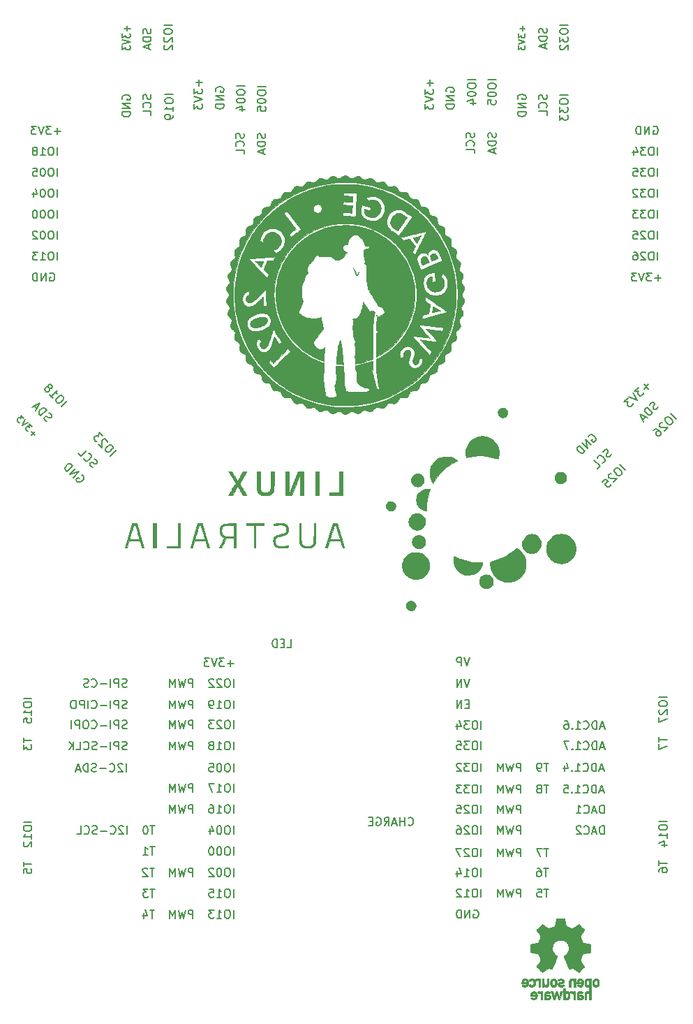
<source format=gbr>
%TF.GenerationSoftware,KiCad,Pcbnew,(5.1.6)-1*%
%TF.CreationDate,2020-10-12T10:25:55+11:00*%
%TF.ProjectId,swag-badge,73776167-2d62-4616-9467-652e6b696361,rev?*%
%TF.SameCoordinates,Original*%
%TF.FileFunction,Legend,Bot*%
%TF.FilePolarity,Positive*%
%FSLAX46Y46*%
G04 Gerber Fmt 4.6, Leading zero omitted, Abs format (unit mm)*
G04 Created by KiCad (PCBNEW (5.1.6)-1) date 2020-10-12 10:25:55*
%MOMM*%
%LPD*%
G01*
G04 APERTURE LIST*
%ADD10C,0.150000*%
%ADD11C,0.010000*%
%ADD12C,0.130000*%
G04 APERTURE END LIST*
D10*
X32942857Y44247619D02*
X33419047Y44247619D01*
X33419047Y45247619D01*
X32609523Y44771428D02*
X32276190Y44771428D01*
X32133333Y44247619D02*
X32609523Y44247619D01*
X32609523Y45247619D01*
X32133333Y45247619D01*
X31704761Y44247619D02*
X31704761Y45247619D01*
X31466666Y45247619D01*
X31323809Y45200000D01*
X31228571Y45104761D01*
X31180952Y45009523D01*
X31133333Y44819047D01*
X31133333Y44676190D01*
X31180952Y44485714D01*
X31228571Y44390476D01*
X31323809Y44295238D01*
X31466666Y44247619D01*
X31704761Y44247619D01*
X47645238Y22742857D02*
X47692857Y22695238D01*
X47835714Y22647619D01*
X47930952Y22647619D01*
X48073809Y22695238D01*
X48169047Y22790476D01*
X48216666Y22885714D01*
X48264285Y23076190D01*
X48264285Y23219047D01*
X48216666Y23409523D01*
X48169047Y23504761D01*
X48073809Y23600000D01*
X47930952Y23647619D01*
X47835714Y23647619D01*
X47692857Y23600000D01*
X47645238Y23552380D01*
X47216666Y22647619D02*
X47216666Y23647619D01*
X47216666Y23171428D02*
X46645238Y23171428D01*
X46645238Y22647619D02*
X46645238Y23647619D01*
X46216666Y22933333D02*
X45740476Y22933333D01*
X46311904Y22647619D02*
X45978571Y23647619D01*
X45645238Y22647619D01*
X44740476Y22647619D02*
X45073809Y23123809D01*
X45311904Y22647619D02*
X45311904Y23647619D01*
X44930952Y23647619D01*
X44835714Y23600000D01*
X44788095Y23552380D01*
X44740476Y23457142D01*
X44740476Y23314285D01*
X44788095Y23219047D01*
X44835714Y23171428D01*
X44930952Y23123809D01*
X45311904Y23123809D01*
X43788095Y23600000D02*
X43883333Y23647619D01*
X44026190Y23647619D01*
X44169047Y23600000D01*
X44264285Y23504761D01*
X44311904Y23409523D01*
X44359523Y23219047D01*
X44359523Y23076190D01*
X44311904Y22885714D01*
X44264285Y22790476D01*
X44169047Y22695238D01*
X44026190Y22647619D01*
X43930952Y22647619D01*
X43788095Y22695238D01*
X43740476Y22742857D01*
X43740476Y23076190D01*
X43930952Y23076190D01*
X43311904Y23171428D02*
X42978571Y23171428D01*
X42835714Y22647619D02*
X43311904Y22647619D01*
X43311904Y23647619D01*
X42835714Y23647619D01*
D11*
%TO.C,L3*%
G36*
X65613244Y11399479D02*
G01*
X65609166Y11384128D01*
X65601661Y11350314D01*
X65591206Y11300389D01*
X65578275Y11236703D01*
X65563345Y11161607D01*
X65546889Y11077452D01*
X65529383Y10986588D01*
X65522813Y10952147D01*
X65505187Y10859724D01*
X65488644Y10773395D01*
X65473633Y10695466D01*
X65460600Y10628244D01*
X65449994Y10574035D01*
X65442263Y10535146D01*
X65437853Y10513882D01*
X65437143Y10510907D01*
X65425141Y10498950D01*
X65396115Y10481614D01*
X65353023Y10460531D01*
X65318694Y10445516D01*
X65211363Y10400525D01*
X65108785Y10357789D01*
X65012736Y10318030D01*
X64924991Y10281970D01*
X64847324Y10250331D01*
X64781512Y10223835D01*
X64729330Y10203204D01*
X64692551Y10189160D01*
X64672953Y10182425D01*
X64670654Y10181934D01*
X64658786Y10187456D01*
X64631324Y10203724D01*
X64590148Y10229521D01*
X64537138Y10263631D01*
X64474174Y10304838D01*
X64403135Y10351924D01*
X64325900Y10403675D01*
X64276938Y10436749D01*
X64196725Y10490802D01*
X64121437Y10540970D01*
X64052975Y10586027D01*
X63993240Y10624748D01*
X63944133Y10655909D01*
X63907554Y10678282D01*
X63885403Y10690645D01*
X63879835Y10692747D01*
X63868158Y10685387D01*
X63843012Y10664147D01*
X63805731Y10630290D01*
X63757649Y10585077D01*
X63700101Y10529770D01*
X63634420Y10465631D01*
X63561941Y10393921D01*
X63527369Y10359424D01*
X63448102Y10280079D01*
X63382578Y10214277D01*
X63329543Y10160609D01*
X63287747Y10117664D01*
X63255937Y10084032D01*
X63232863Y10058304D01*
X63217271Y10039069D01*
X63207912Y10024917D01*
X63203533Y10014438D01*
X63202882Y10006223D01*
X63204708Y9998860D01*
X63205480Y9996793D01*
X63213724Y9981928D01*
X63232602Y9951571D01*
X63260805Y9907716D01*
X63297025Y9852357D01*
X63339952Y9787489D01*
X63388278Y9715105D01*
X63440694Y9637200D01*
X63467592Y9597441D01*
X63520861Y9518436D01*
X63570058Y9444680D01*
X63613973Y9378042D01*
X63651401Y9320392D01*
X63681132Y9273600D01*
X63701960Y9239534D01*
X63712677Y9220063D01*
X63713838Y9216282D01*
X63703314Y9190775D01*
X63686016Y9149025D01*
X63663316Y9094335D01*
X63636590Y9030008D01*
X63607210Y8959344D01*
X63576551Y8885648D01*
X63545987Y8812220D01*
X63516892Y8742363D01*
X63490639Y8679380D01*
X63468604Y8626573D01*
X63452159Y8587243D01*
X63446416Y8573556D01*
X63423523Y8521274D01*
X63405681Y8486164D01*
X63391167Y8465335D01*
X63378254Y8455896D01*
X63375734Y8455126D01*
X63360488Y8451949D01*
X63326805Y8445256D01*
X63277045Y8435505D01*
X63213569Y8423155D01*
X63138740Y8408665D01*
X63054918Y8392495D01*
X62964464Y8375104D01*
X62934264Y8369310D01*
X62842127Y8351503D01*
X62755840Y8334562D01*
X62677770Y8318971D01*
X62610283Y8305214D01*
X62555747Y8293777D01*
X62516528Y8285142D01*
X62494994Y8279796D01*
X62492226Y8278858D01*
X62468403Y8268607D01*
X62468403Y7793228D01*
X62468533Y7674462D01*
X62468951Y7575373D01*
X62469696Y7494464D01*
X62470810Y7430237D01*
X62472334Y7381197D01*
X62474308Y7345845D01*
X62476774Y7322685D01*
X62479771Y7310220D01*
X62481638Y7307398D01*
X62494560Y7303231D01*
X62526070Y7295600D01*
X62573952Y7284973D01*
X62635986Y7271814D01*
X62709955Y7256591D01*
X62793638Y7239768D01*
X62884819Y7221814D01*
X62938607Y7211384D01*
X63033068Y7192915D01*
X63121296Y7175175D01*
X63201069Y7158647D01*
X63270164Y7143812D01*
X63326359Y7131155D01*
X63367432Y7121158D01*
X63391160Y7114303D01*
X63396045Y7112015D01*
X63403072Y7099385D01*
X63417142Y7069400D01*
X63437282Y7024300D01*
X63462515Y6966329D01*
X63491868Y6897728D01*
X63524365Y6820740D01*
X63559031Y6737607D01*
X63562964Y6728114D01*
X63604707Y6626719D01*
X63638510Y6543270D01*
X63664909Y6476312D01*
X63684442Y6424385D01*
X63697645Y6386033D01*
X63705057Y6359799D01*
X63707214Y6344225D01*
X63706242Y6339451D01*
X63698322Y6326917D01*
X63679809Y6298796D01*
X63652001Y6257024D01*
X63616194Y6203535D01*
X63573686Y6140265D01*
X63525773Y6069151D01*
X63473752Y5992127D01*
X63447631Y5953518D01*
X63394418Y5874512D01*
X63345101Y5800534D01*
X63300922Y5733500D01*
X63263121Y5675328D01*
X63232939Y5627934D01*
X63211617Y5593237D01*
X63200394Y5573154D01*
X63198958Y5569212D01*
X63206235Y5558414D01*
X63227057Y5534325D01*
X63259904Y5498540D01*
X63303260Y5452654D01*
X63355607Y5398259D01*
X63415428Y5336952D01*
X63481204Y5270325D01*
X63531338Y5220016D01*
X63612256Y5139295D01*
X63679667Y5072483D01*
X63734891Y5018370D01*
X63779249Y4975748D01*
X63814062Y4943406D01*
X63840650Y4920136D01*
X63860333Y4904728D01*
X63874433Y4895974D01*
X63884269Y4892664D01*
X63888675Y4892788D01*
X63902571Y4899666D01*
X63931974Y4917241D01*
X63974919Y4944242D01*
X64029443Y4979396D01*
X64093583Y5021432D01*
X64165377Y5069080D01*
X64242861Y5121066D01*
X64283205Y5148345D01*
X64362440Y5201789D01*
X64436658Y5251337D01*
X64503950Y5295749D01*
X64562404Y5333789D01*
X64610111Y5364219D01*
X64645159Y5385799D01*
X64665638Y5397294D01*
X64669890Y5398874D01*
X64685003Y5394918D01*
X64715934Y5383970D01*
X64759051Y5367414D01*
X64810723Y5346631D01*
X64850646Y5330054D01*
X64922527Y5300573D01*
X64977756Y5279910D01*
X65018689Y5267554D01*
X65047683Y5262993D01*
X65067094Y5265714D01*
X65079279Y5275206D01*
X65082129Y5279762D01*
X65087626Y5292313D01*
X65100486Y5322926D01*
X65120075Y5370058D01*
X65145755Y5432165D01*
X65176893Y5507702D01*
X65212852Y5595126D01*
X65252996Y5692894D01*
X65296691Y5799460D01*
X65343300Y5913281D01*
X65392188Y6032813D01*
X65400909Y6054151D01*
X65466069Y6214028D01*
X65523051Y6354768D01*
X65571986Y6476708D01*
X65613005Y6580190D01*
X65646242Y6665550D01*
X65671827Y6733129D01*
X65689893Y6783265D01*
X65700571Y6816297D01*
X65703992Y6832565D01*
X65703870Y6833657D01*
X65689877Y6854636D01*
X65664370Y6871206D01*
X65619543Y6893968D01*
X65565137Y6928032D01*
X65506447Y6969623D01*
X65448764Y7014967D01*
X65397382Y7060292D01*
X65392157Y7065294D01*
X65297479Y7171030D01*
X65219531Y7287876D01*
X65158806Y7413583D01*
X65115797Y7545905D01*
X65090999Y7682593D01*
X65084904Y7821402D01*
X65098006Y7960083D01*
X65130799Y8096390D01*
X65152412Y8157119D01*
X65207223Y8271701D01*
X65278583Y8382471D01*
X65363039Y8485323D01*
X65457141Y8576154D01*
X65557436Y8650860D01*
X65578632Y8663920D01*
X65661081Y8706630D01*
X65755263Y8745190D01*
X65852293Y8776397D01*
X65943286Y8797050D01*
X65951771Y8798421D01*
X66023202Y8805164D01*
X66106636Y8806248D01*
X66194120Y8802080D01*
X66277699Y8793069D01*
X66349422Y8779622D01*
X66357110Y8777662D01*
X66493020Y8731039D01*
X66619919Y8666252D01*
X66736214Y8584965D01*
X66840317Y8488848D01*
X66930634Y8379566D01*
X67005576Y8258787D01*
X67063552Y8128179D01*
X67101141Y7998011D01*
X67115582Y7900324D01*
X67120005Y7792507D01*
X67114595Y7682986D01*
X67099536Y7580186D01*
X67091222Y7544250D01*
X67043951Y7402818D01*
X66978797Y7272519D01*
X66896266Y7153991D01*
X66796869Y7047875D01*
X66681114Y6954807D01*
X66565861Y6884070D01*
X66530630Y6862810D01*
X66511459Y6844472D01*
X66504356Y6825407D01*
X66507818Y6812256D01*
X66518585Y6781368D01*
X66535916Y6734594D01*
X66559066Y6673782D01*
X66587294Y6600783D01*
X66619857Y6517445D01*
X66656011Y6425620D01*
X66695014Y6327156D01*
X66736122Y6223903D01*
X66778594Y6117711D01*
X66821686Y6010430D01*
X66864655Y5903908D01*
X66906758Y5799996D01*
X66947253Y5700544D01*
X66985397Y5607400D01*
X67020447Y5522416D01*
X67051659Y5447439D01*
X67078292Y5384321D01*
X67099602Y5334911D01*
X67114846Y5301058D01*
X67122992Y5285056D01*
X67144379Y5266099D01*
X67163036Y5261234D01*
X67180842Y5265157D01*
X67214322Y5276015D01*
X67259670Y5292445D01*
X67313077Y5313082D01*
X67355051Y5330054D01*
X67411072Y5352781D01*
X67460911Y5372344D01*
X67501021Y5387401D01*
X67527851Y5396611D01*
X67537170Y5398874D01*
X67548900Y5393124D01*
X67576244Y5376691D01*
X67617307Y5350804D01*
X67670192Y5316691D01*
X67733005Y5275580D01*
X67803851Y5228698D01*
X67880834Y5177274D01*
X67924589Y5147846D01*
X68004599Y5094236D01*
X68079955Y5044370D01*
X68148690Y4999506D01*
X68208835Y4960900D01*
X68258424Y4929808D01*
X68295488Y4907488D01*
X68318058Y4895195D01*
X68323426Y4893180D01*
X68331767Y4894139D01*
X68343504Y4899781D01*
X68359981Y4911338D01*
X68382538Y4930039D01*
X68412517Y4957112D01*
X68451261Y4993789D01*
X68500111Y5041297D01*
X68560410Y5100868D01*
X68633499Y5173729D01*
X68675469Y5215739D01*
X68757425Y5298098D01*
X68825314Y5366914D01*
X68880255Y5423403D01*
X68923366Y5468779D01*
X68955768Y5504257D01*
X68978580Y5531050D01*
X68992921Y5550374D01*
X68999910Y5563442D01*
X69001042Y5568986D01*
X68994831Y5585814D01*
X68976276Y5619585D01*
X68945488Y5670117D01*
X68902584Y5737232D01*
X68847675Y5820750D01*
X68780877Y5920490D01*
X68746535Y5971258D01*
X68679886Y6069924D01*
X68624791Y6152422D01*
X68580558Y6219858D01*
X68546492Y6273338D01*
X68521901Y6313969D01*
X68506091Y6342856D01*
X68498370Y6361105D01*
X68497495Y6368587D01*
X68503010Y6384402D01*
X68515468Y6416520D01*
X68533770Y6462300D01*
X68556817Y6519102D01*
X68583508Y6584283D01*
X68612746Y6655203D01*
X68643429Y6729221D01*
X68674460Y6803696D01*
X68704739Y6875986D01*
X68733166Y6943450D01*
X68758642Y7003448D01*
X68780068Y7053338D01*
X68796345Y7090478D01*
X68806372Y7112229D01*
X68808924Y7116786D01*
X68820155Y7119971D01*
X68849560Y7126637D01*
X68894517Y7136263D01*
X68952406Y7148329D01*
X69020606Y7162314D01*
X69096497Y7177697D01*
X69177457Y7193957D01*
X69260867Y7210574D01*
X69344105Y7227027D01*
X69424550Y7242795D01*
X69499583Y7257358D01*
X69566582Y7270195D01*
X69622927Y7280785D01*
X69665997Y7288607D01*
X69693170Y7293141D01*
X69701239Y7294081D01*
X69714039Y7300750D01*
X69725546Y7310719D01*
X69729588Y7316764D01*
X69732927Y7327313D01*
X69735627Y7344231D01*
X69737752Y7369385D01*
X69739365Y7404639D01*
X69740533Y7451860D01*
X69741318Y7512913D01*
X69741784Y7589664D01*
X69741997Y7683978D01*
X69742022Y7789814D01*
X69741779Y7887139D01*
X69741149Y7978171D01*
X69740177Y8060673D01*
X69738908Y8132407D01*
X69737387Y8191136D01*
X69735659Y8234622D01*
X69733767Y8260629D01*
X69732469Y8267104D01*
X69719262Y8273259D01*
X69685429Y8282822D01*
X69631231Y8295735D01*
X69556933Y8311940D01*
X69462796Y8331378D01*
X69349084Y8353993D01*
X69271136Y8369146D01*
X69175987Y8387682D01*
X69087208Y8405315D01*
X69006973Y8421589D01*
X68937457Y8436048D01*
X68880833Y8448234D01*
X68839277Y8457692D01*
X68814962Y8463964D01*
X68809453Y8466094D01*
X68802183Y8478996D01*
X68788317Y8508720D01*
X68768929Y8552644D01*
X68745093Y8608142D01*
X68717883Y8672591D01*
X68688372Y8743364D01*
X68657635Y8817838D01*
X68626746Y8893389D01*
X68596778Y8967390D01*
X68568805Y9037219D01*
X68543902Y9100251D01*
X68523142Y9153860D01*
X68507598Y9195422D01*
X68498346Y9222313D01*
X68496219Y9231638D01*
X68502833Y9243554D01*
X68520120Y9271057D01*
X68546823Y9312240D01*
X68581682Y9365197D01*
X68623439Y9428022D01*
X68670836Y9498807D01*
X68722614Y9575647D01*
X68750583Y9616966D01*
X68822210Y9723255D01*
X68881547Y9812694D01*
X68928763Y9885552D01*
X68964029Y9942102D01*
X68987517Y9982611D01*
X68999395Y10007352D01*
X69001042Y10014235D01*
X68998417Y10023792D01*
X68989766Y10038172D01*
X68973926Y10058633D01*
X68949733Y10086437D01*
X68916024Y10122844D01*
X68871634Y10169113D01*
X68815401Y10226505D01*
X68746161Y10296280D01*
X68673674Y10368799D01*
X68593235Y10448910D01*
X68526300Y10515116D01*
X68471546Y10568629D01*
X68427646Y10610659D01*
X68393276Y10642418D01*
X68367112Y10665118D01*
X68347827Y10679968D01*
X68334097Y10688180D01*
X68324597Y10690965D01*
X68321394Y10690779D01*
X68307437Y10683947D01*
X68278007Y10666432D01*
X68235097Y10639525D01*
X68180701Y10604512D01*
X68116814Y10562683D01*
X68045428Y10515325D01*
X67968538Y10463728D01*
X67936736Y10442223D01*
X67858287Y10389144D01*
X67784712Y10339522D01*
X67717986Y10294679D01*
X67660084Y10255934D01*
X67612980Y10224607D01*
X67578650Y10202020D01*
X67559069Y10189492D01*
X67555815Y10187596D01*
X67546954Y10186036D01*
X67531599Y10188132D01*
X67507982Y10194523D01*
X67474335Y10205851D01*
X67428892Y10222756D01*
X67369884Y10245878D01*
X67295545Y10275858D01*
X67204108Y10313338D01*
X67169362Y10327675D01*
X67086014Y10362291D01*
X67008379Y10394882D01*
X66938750Y10424458D01*
X66879421Y10450030D01*
X66832687Y10470608D01*
X66800840Y10485205D01*
X66786176Y10492830D01*
X66785917Y10493025D01*
X66780156Y10502180D01*
X66772954Y10522403D01*
X66763996Y10555098D01*
X66752962Y10601667D01*
X66739538Y10663517D01*
X66723405Y10742050D01*
X66704246Y10838671D01*
X66682392Y10951416D01*
X66664022Y11045908D01*
X66646470Y11134178D01*
X66630209Y11214003D01*
X66615708Y11283161D01*
X66603437Y11339427D01*
X66593869Y11380579D01*
X66587473Y11404394D01*
X66585446Y11409336D01*
X66578792Y11412773D01*
X66563954Y11415629D01*
X66539302Y11417951D01*
X66503204Y11419787D01*
X66454028Y11421183D01*
X66390145Y11422185D01*
X66309923Y11422841D01*
X66211730Y11423198D01*
X66098477Y11423301D01*
X65623097Y11423301D01*
X65613244Y11399479D01*
G37*
X65613244Y11399479D02*
X65609166Y11384128D01*
X65601661Y11350314D01*
X65591206Y11300389D01*
X65578275Y11236703D01*
X65563345Y11161607D01*
X65546889Y11077452D01*
X65529383Y10986588D01*
X65522813Y10952147D01*
X65505187Y10859724D01*
X65488644Y10773395D01*
X65473633Y10695466D01*
X65460600Y10628244D01*
X65449994Y10574035D01*
X65442263Y10535146D01*
X65437853Y10513882D01*
X65437143Y10510907D01*
X65425141Y10498950D01*
X65396115Y10481614D01*
X65353023Y10460531D01*
X65318694Y10445516D01*
X65211363Y10400525D01*
X65108785Y10357789D01*
X65012736Y10318030D01*
X64924991Y10281970D01*
X64847324Y10250331D01*
X64781512Y10223835D01*
X64729330Y10203204D01*
X64692551Y10189160D01*
X64672953Y10182425D01*
X64670654Y10181934D01*
X64658786Y10187456D01*
X64631324Y10203724D01*
X64590148Y10229521D01*
X64537138Y10263631D01*
X64474174Y10304838D01*
X64403135Y10351924D01*
X64325900Y10403675D01*
X64276938Y10436749D01*
X64196725Y10490802D01*
X64121437Y10540970D01*
X64052975Y10586027D01*
X63993240Y10624748D01*
X63944133Y10655909D01*
X63907554Y10678282D01*
X63885403Y10690645D01*
X63879835Y10692747D01*
X63868158Y10685387D01*
X63843012Y10664147D01*
X63805731Y10630290D01*
X63757649Y10585077D01*
X63700101Y10529770D01*
X63634420Y10465631D01*
X63561941Y10393921D01*
X63527369Y10359424D01*
X63448102Y10280079D01*
X63382578Y10214277D01*
X63329543Y10160609D01*
X63287747Y10117664D01*
X63255937Y10084032D01*
X63232863Y10058304D01*
X63217271Y10039069D01*
X63207912Y10024917D01*
X63203533Y10014438D01*
X63202882Y10006223D01*
X63204708Y9998860D01*
X63205480Y9996793D01*
X63213724Y9981928D01*
X63232602Y9951571D01*
X63260805Y9907716D01*
X63297025Y9852357D01*
X63339952Y9787489D01*
X63388278Y9715105D01*
X63440694Y9637200D01*
X63467592Y9597441D01*
X63520861Y9518436D01*
X63570058Y9444680D01*
X63613973Y9378042D01*
X63651401Y9320392D01*
X63681132Y9273600D01*
X63701960Y9239534D01*
X63712677Y9220063D01*
X63713838Y9216282D01*
X63703314Y9190775D01*
X63686016Y9149025D01*
X63663316Y9094335D01*
X63636590Y9030008D01*
X63607210Y8959344D01*
X63576551Y8885648D01*
X63545987Y8812220D01*
X63516892Y8742363D01*
X63490639Y8679380D01*
X63468604Y8626573D01*
X63452159Y8587243D01*
X63446416Y8573556D01*
X63423523Y8521274D01*
X63405681Y8486164D01*
X63391167Y8465335D01*
X63378254Y8455896D01*
X63375734Y8455126D01*
X63360488Y8451949D01*
X63326805Y8445256D01*
X63277045Y8435505D01*
X63213569Y8423155D01*
X63138740Y8408665D01*
X63054918Y8392495D01*
X62964464Y8375104D01*
X62934264Y8369310D01*
X62842127Y8351503D01*
X62755840Y8334562D01*
X62677770Y8318971D01*
X62610283Y8305214D01*
X62555747Y8293777D01*
X62516528Y8285142D01*
X62494994Y8279796D01*
X62492226Y8278858D01*
X62468403Y8268607D01*
X62468403Y7793228D01*
X62468533Y7674462D01*
X62468951Y7575373D01*
X62469696Y7494464D01*
X62470810Y7430237D01*
X62472334Y7381197D01*
X62474308Y7345845D01*
X62476774Y7322685D01*
X62479771Y7310220D01*
X62481638Y7307398D01*
X62494560Y7303231D01*
X62526070Y7295600D01*
X62573952Y7284973D01*
X62635986Y7271814D01*
X62709955Y7256591D01*
X62793638Y7239768D01*
X62884819Y7221814D01*
X62938607Y7211384D01*
X63033068Y7192915D01*
X63121296Y7175175D01*
X63201069Y7158647D01*
X63270164Y7143812D01*
X63326359Y7131155D01*
X63367432Y7121158D01*
X63391160Y7114303D01*
X63396045Y7112015D01*
X63403072Y7099385D01*
X63417142Y7069400D01*
X63437282Y7024300D01*
X63462515Y6966329D01*
X63491868Y6897728D01*
X63524365Y6820740D01*
X63559031Y6737607D01*
X63562964Y6728114D01*
X63604707Y6626719D01*
X63638510Y6543270D01*
X63664909Y6476312D01*
X63684442Y6424385D01*
X63697645Y6386033D01*
X63705057Y6359799D01*
X63707214Y6344225D01*
X63706242Y6339451D01*
X63698322Y6326917D01*
X63679809Y6298796D01*
X63652001Y6257024D01*
X63616194Y6203535D01*
X63573686Y6140265D01*
X63525773Y6069151D01*
X63473752Y5992127D01*
X63447631Y5953518D01*
X63394418Y5874512D01*
X63345101Y5800534D01*
X63300922Y5733500D01*
X63263121Y5675328D01*
X63232939Y5627934D01*
X63211617Y5593237D01*
X63200394Y5573154D01*
X63198958Y5569212D01*
X63206235Y5558414D01*
X63227057Y5534325D01*
X63259904Y5498540D01*
X63303260Y5452654D01*
X63355607Y5398259D01*
X63415428Y5336952D01*
X63481204Y5270325D01*
X63531338Y5220016D01*
X63612256Y5139295D01*
X63679667Y5072483D01*
X63734891Y5018370D01*
X63779249Y4975748D01*
X63814062Y4943406D01*
X63840650Y4920136D01*
X63860333Y4904728D01*
X63874433Y4895974D01*
X63884269Y4892664D01*
X63888675Y4892788D01*
X63902571Y4899666D01*
X63931974Y4917241D01*
X63974919Y4944242D01*
X64029443Y4979396D01*
X64093583Y5021432D01*
X64165377Y5069080D01*
X64242861Y5121066D01*
X64283205Y5148345D01*
X64362440Y5201789D01*
X64436658Y5251337D01*
X64503950Y5295749D01*
X64562404Y5333789D01*
X64610111Y5364219D01*
X64645159Y5385799D01*
X64665638Y5397294D01*
X64669890Y5398874D01*
X64685003Y5394918D01*
X64715934Y5383970D01*
X64759051Y5367414D01*
X64810723Y5346631D01*
X64850646Y5330054D01*
X64922527Y5300573D01*
X64977756Y5279910D01*
X65018689Y5267554D01*
X65047683Y5262993D01*
X65067094Y5265714D01*
X65079279Y5275206D01*
X65082129Y5279762D01*
X65087626Y5292313D01*
X65100486Y5322926D01*
X65120075Y5370058D01*
X65145755Y5432165D01*
X65176893Y5507702D01*
X65212852Y5595126D01*
X65252996Y5692894D01*
X65296691Y5799460D01*
X65343300Y5913281D01*
X65392188Y6032813D01*
X65400909Y6054151D01*
X65466069Y6214028D01*
X65523051Y6354768D01*
X65571986Y6476708D01*
X65613005Y6580190D01*
X65646242Y6665550D01*
X65671827Y6733129D01*
X65689893Y6783265D01*
X65700571Y6816297D01*
X65703992Y6832565D01*
X65703870Y6833657D01*
X65689877Y6854636D01*
X65664370Y6871206D01*
X65619543Y6893968D01*
X65565137Y6928032D01*
X65506447Y6969623D01*
X65448764Y7014967D01*
X65397382Y7060292D01*
X65392157Y7065294D01*
X65297479Y7171030D01*
X65219531Y7287876D01*
X65158806Y7413583D01*
X65115797Y7545905D01*
X65090999Y7682593D01*
X65084904Y7821402D01*
X65098006Y7960083D01*
X65130799Y8096390D01*
X65152412Y8157119D01*
X65207223Y8271701D01*
X65278583Y8382471D01*
X65363039Y8485323D01*
X65457141Y8576154D01*
X65557436Y8650860D01*
X65578632Y8663920D01*
X65661081Y8706630D01*
X65755263Y8745190D01*
X65852293Y8776397D01*
X65943286Y8797050D01*
X65951771Y8798421D01*
X66023202Y8805164D01*
X66106636Y8806248D01*
X66194120Y8802080D01*
X66277699Y8793069D01*
X66349422Y8779622D01*
X66357110Y8777662D01*
X66493020Y8731039D01*
X66619919Y8666252D01*
X66736214Y8584965D01*
X66840317Y8488848D01*
X66930634Y8379566D01*
X67005576Y8258787D01*
X67063552Y8128179D01*
X67101141Y7998011D01*
X67115582Y7900324D01*
X67120005Y7792507D01*
X67114595Y7682986D01*
X67099536Y7580186D01*
X67091222Y7544250D01*
X67043951Y7402818D01*
X66978797Y7272519D01*
X66896266Y7153991D01*
X66796869Y7047875D01*
X66681114Y6954807D01*
X66565861Y6884070D01*
X66530630Y6862810D01*
X66511459Y6844472D01*
X66504356Y6825407D01*
X66507818Y6812256D01*
X66518585Y6781368D01*
X66535916Y6734594D01*
X66559066Y6673782D01*
X66587294Y6600783D01*
X66619857Y6517445D01*
X66656011Y6425620D01*
X66695014Y6327156D01*
X66736122Y6223903D01*
X66778594Y6117711D01*
X66821686Y6010430D01*
X66864655Y5903908D01*
X66906758Y5799996D01*
X66947253Y5700544D01*
X66985397Y5607400D01*
X67020447Y5522416D01*
X67051659Y5447439D01*
X67078292Y5384321D01*
X67099602Y5334911D01*
X67114846Y5301058D01*
X67122992Y5285056D01*
X67144379Y5266099D01*
X67163036Y5261234D01*
X67180842Y5265157D01*
X67214322Y5276015D01*
X67259670Y5292445D01*
X67313077Y5313082D01*
X67355051Y5330054D01*
X67411072Y5352781D01*
X67460911Y5372344D01*
X67501021Y5387401D01*
X67527851Y5396611D01*
X67537170Y5398874D01*
X67548900Y5393124D01*
X67576244Y5376691D01*
X67617307Y5350804D01*
X67670192Y5316691D01*
X67733005Y5275580D01*
X67803851Y5228698D01*
X67880834Y5177274D01*
X67924589Y5147846D01*
X68004599Y5094236D01*
X68079955Y5044370D01*
X68148690Y4999506D01*
X68208835Y4960900D01*
X68258424Y4929808D01*
X68295488Y4907488D01*
X68318058Y4895195D01*
X68323426Y4893180D01*
X68331767Y4894139D01*
X68343504Y4899781D01*
X68359981Y4911338D01*
X68382538Y4930039D01*
X68412517Y4957112D01*
X68451261Y4993789D01*
X68500111Y5041297D01*
X68560410Y5100868D01*
X68633499Y5173729D01*
X68675469Y5215739D01*
X68757425Y5298098D01*
X68825314Y5366914D01*
X68880255Y5423403D01*
X68923366Y5468779D01*
X68955768Y5504257D01*
X68978580Y5531050D01*
X68992921Y5550374D01*
X68999910Y5563442D01*
X69001042Y5568986D01*
X68994831Y5585814D01*
X68976276Y5619585D01*
X68945488Y5670117D01*
X68902584Y5737232D01*
X68847675Y5820750D01*
X68780877Y5920490D01*
X68746535Y5971258D01*
X68679886Y6069924D01*
X68624791Y6152422D01*
X68580558Y6219858D01*
X68546492Y6273338D01*
X68521901Y6313969D01*
X68506091Y6342856D01*
X68498370Y6361105D01*
X68497495Y6368587D01*
X68503010Y6384402D01*
X68515468Y6416520D01*
X68533770Y6462300D01*
X68556817Y6519102D01*
X68583508Y6584283D01*
X68612746Y6655203D01*
X68643429Y6729221D01*
X68674460Y6803696D01*
X68704739Y6875986D01*
X68733166Y6943450D01*
X68758642Y7003448D01*
X68780068Y7053338D01*
X68796345Y7090478D01*
X68806372Y7112229D01*
X68808924Y7116786D01*
X68820155Y7119971D01*
X68849560Y7126637D01*
X68894517Y7136263D01*
X68952406Y7148329D01*
X69020606Y7162314D01*
X69096497Y7177697D01*
X69177457Y7193957D01*
X69260867Y7210574D01*
X69344105Y7227027D01*
X69424550Y7242795D01*
X69499583Y7257358D01*
X69566582Y7270195D01*
X69622927Y7280785D01*
X69665997Y7288607D01*
X69693170Y7293141D01*
X69701239Y7294081D01*
X69714039Y7300750D01*
X69725546Y7310719D01*
X69729588Y7316764D01*
X69732927Y7327313D01*
X69735627Y7344231D01*
X69737752Y7369385D01*
X69739365Y7404639D01*
X69740533Y7451860D01*
X69741318Y7512913D01*
X69741784Y7589664D01*
X69741997Y7683978D01*
X69742022Y7789814D01*
X69741779Y7887139D01*
X69741149Y7978171D01*
X69740177Y8060673D01*
X69738908Y8132407D01*
X69737387Y8191136D01*
X69735659Y8234622D01*
X69733767Y8260629D01*
X69732469Y8267104D01*
X69719262Y8273259D01*
X69685429Y8282822D01*
X69631231Y8295735D01*
X69556933Y8311940D01*
X69462796Y8331378D01*
X69349084Y8353993D01*
X69271136Y8369146D01*
X69175987Y8387682D01*
X69087208Y8405315D01*
X69006973Y8421589D01*
X68937457Y8436048D01*
X68880833Y8448234D01*
X68839277Y8457692D01*
X68814962Y8463964D01*
X68809453Y8466094D01*
X68802183Y8478996D01*
X68788317Y8508720D01*
X68768929Y8552644D01*
X68745093Y8608142D01*
X68717883Y8672591D01*
X68688372Y8743364D01*
X68657635Y8817838D01*
X68626746Y8893389D01*
X68596778Y8967390D01*
X68568805Y9037219D01*
X68543902Y9100251D01*
X68523142Y9153860D01*
X68507598Y9195422D01*
X68498346Y9222313D01*
X68496219Y9231638D01*
X68502833Y9243554D01*
X68520120Y9271057D01*
X68546823Y9312240D01*
X68581682Y9365197D01*
X68623439Y9428022D01*
X68670836Y9498807D01*
X68722614Y9575647D01*
X68750583Y9616966D01*
X68822210Y9723255D01*
X68881547Y9812694D01*
X68928763Y9885552D01*
X68964029Y9942102D01*
X68987517Y9982611D01*
X68999395Y10007352D01*
X69001042Y10014235D01*
X68998417Y10023792D01*
X68989766Y10038172D01*
X68973926Y10058633D01*
X68949733Y10086437D01*
X68916024Y10122844D01*
X68871634Y10169113D01*
X68815401Y10226505D01*
X68746161Y10296280D01*
X68673674Y10368799D01*
X68593235Y10448910D01*
X68526300Y10515116D01*
X68471546Y10568629D01*
X68427646Y10610659D01*
X68393276Y10642418D01*
X68367112Y10665118D01*
X68347827Y10679968D01*
X68334097Y10688180D01*
X68324597Y10690965D01*
X68321394Y10690779D01*
X68307437Y10683947D01*
X68278007Y10666432D01*
X68235097Y10639525D01*
X68180701Y10604512D01*
X68116814Y10562683D01*
X68045428Y10515325D01*
X67968538Y10463728D01*
X67936736Y10442223D01*
X67858287Y10389144D01*
X67784712Y10339522D01*
X67717986Y10294679D01*
X67660084Y10255934D01*
X67612980Y10224607D01*
X67578650Y10202020D01*
X67559069Y10189492D01*
X67555815Y10187596D01*
X67546954Y10186036D01*
X67531599Y10188132D01*
X67507982Y10194523D01*
X67474335Y10205851D01*
X67428892Y10222756D01*
X67369884Y10245878D01*
X67295545Y10275858D01*
X67204108Y10313338D01*
X67169362Y10327675D01*
X67086014Y10362291D01*
X67008379Y10394882D01*
X66938750Y10424458D01*
X66879421Y10450030D01*
X66832687Y10470608D01*
X66800840Y10485205D01*
X66786176Y10492830D01*
X66785917Y10493025D01*
X66780156Y10502180D01*
X66772954Y10522403D01*
X66763996Y10555098D01*
X66752962Y10601667D01*
X66739538Y10663517D01*
X66723405Y10742050D01*
X66704246Y10838671D01*
X66682392Y10951416D01*
X66664022Y11045908D01*
X66646470Y11134178D01*
X66630209Y11214003D01*
X66615708Y11283161D01*
X66603437Y11339427D01*
X66593869Y11380579D01*
X66587473Y11404394D01*
X66585446Y11409336D01*
X66578792Y11412773D01*
X66563954Y11415629D01*
X66539302Y11417951D01*
X66503204Y11419787D01*
X66454028Y11421183D01*
X66390145Y11422185D01*
X66309923Y11422841D01*
X66211730Y11423198D01*
X66098477Y11423301D01*
X65623097Y11423301D01*
X65613244Y11399479D01*
G36*
X63143594Y4098655D02*
G01*
X63102693Y4083020D01*
X63063289Y4064192D01*
X63039109Y4049784D01*
X63029695Y4035613D01*
X63034592Y4017491D01*
X63053340Y3991233D01*
X63085482Y3952653D01*
X63088101Y3949526D01*
X63118503Y3914199D01*
X63144414Y3885926D01*
X63162618Y3868108D01*
X63169305Y3863651D01*
X63183645Y3868122D01*
X63209129Y3879424D01*
X63222422Y3885995D01*
X63278827Y3903591D01*
X63336372Y3901301D01*
X63390423Y3879601D01*
X63408483Y3866851D01*
X63427432Y3851242D01*
X63442673Y3836487D01*
X63454636Y3820168D01*
X63463749Y3799861D01*
X63470443Y3773148D01*
X63475147Y3737607D01*
X63478289Y3690817D01*
X63480299Y3630358D01*
X63481606Y3553809D01*
X63482639Y3458749D01*
X63482745Y3448082D01*
X63485957Y3122509D01*
X63685994Y3122509D01*
X63685994Y4096582D01*
X63484827Y4096582D01*
X63484827Y4012020D01*
X63436755Y4048714D01*
X63371323Y4085995D01*
X63297019Y4107118D01*
X63219292Y4111525D01*
X63143594Y4098655D01*
G37*
X63143594Y4098655D02*
X63102693Y4083020D01*
X63063289Y4064192D01*
X63039109Y4049784D01*
X63029695Y4035613D01*
X63034592Y4017491D01*
X63053340Y3991233D01*
X63085482Y3952653D01*
X63088101Y3949526D01*
X63118503Y3914199D01*
X63144414Y3885926D01*
X63162618Y3868108D01*
X63169305Y3863651D01*
X63183645Y3868122D01*
X63209129Y3879424D01*
X63222422Y3885995D01*
X63278827Y3903591D01*
X63336372Y3901301D01*
X63390423Y3879601D01*
X63408483Y3866851D01*
X63427432Y3851242D01*
X63442673Y3836487D01*
X63454636Y3820168D01*
X63463749Y3799861D01*
X63470443Y3773148D01*
X63475147Y3737607D01*
X63478289Y3690817D01*
X63480299Y3630358D01*
X63481606Y3553809D01*
X63482639Y3458749D01*
X63482745Y3448082D01*
X63485957Y3122509D01*
X63685994Y3122509D01*
X63685994Y4096582D01*
X63484827Y4096582D01*
X63484827Y4012020D01*
X63436755Y4048714D01*
X63371323Y4085995D01*
X63297019Y4107118D01*
X63219292Y4111525D01*
X63143594Y4098655D01*
G36*
X67387127Y4100527D02*
G01*
X67313964Y4072903D01*
X67249299Y4029980D01*
X67197079Y3974228D01*
X67167981Y3924442D01*
X67161336Y3909212D01*
X67155959Y3894368D01*
X67151691Y3877536D01*
X67148376Y3856343D01*
X67145857Y3828415D01*
X67143977Y3791377D01*
X67142579Y3742856D01*
X67141506Y3680479D01*
X67140601Y3601870D01*
X67139706Y3504656D01*
X67139628Y3495727D01*
X67136363Y3122509D01*
X67349354Y3122509D01*
X67349354Y3443770D01*
X67349399Y3534793D01*
X67349645Y3607187D01*
X67350263Y3663502D01*
X67351422Y3706284D01*
X67353289Y3738080D01*
X67356035Y3761440D01*
X67359829Y3778910D01*
X67364839Y3793037D01*
X67371235Y3806370D01*
X67373735Y3811136D01*
X67408912Y3856440D01*
X67456556Y3887884D01*
X67511817Y3903795D01*
X67569845Y3902500D01*
X67606941Y3891560D01*
X67648719Y3864262D01*
X67684305Y3822965D01*
X67707648Y3774845D01*
X67708871Y3770680D01*
X67711954Y3748839D01*
X67714648Y3708468D01*
X67716871Y3652210D01*
X67718537Y3582709D01*
X67719562Y3502607D01*
X67719866Y3426907D01*
X67719925Y3122509D01*
X67921092Y3122509D01*
X67921092Y4096582D01*
X67719925Y4096582D01*
X67719925Y4012020D01*
X67671853Y4048714D01*
X67618049Y4082074D01*
X67559315Y4101888D01*
X67489558Y4109972D01*
X67464844Y4110380D01*
X67387127Y4100527D01*
G37*
X67387127Y4100527D02*
X67313964Y4072903D01*
X67249299Y4029980D01*
X67197079Y3974228D01*
X67167981Y3924442D01*
X67161336Y3909212D01*
X67155959Y3894368D01*
X67151691Y3877536D01*
X67148376Y3856343D01*
X67145857Y3828415D01*
X67143977Y3791377D01*
X67142579Y3742856D01*
X67141506Y3680479D01*
X67140601Y3601870D01*
X67139706Y3504656D01*
X67139628Y3495727D01*
X67136363Y3122509D01*
X67349354Y3122509D01*
X67349354Y3443770D01*
X67349399Y3534793D01*
X67349645Y3607187D01*
X67350263Y3663502D01*
X67351422Y3706284D01*
X67353289Y3738080D01*
X67356035Y3761440D01*
X67359829Y3778910D01*
X67364839Y3793037D01*
X67371235Y3806370D01*
X67373735Y3811136D01*
X67408912Y3856440D01*
X67456556Y3887884D01*
X67511817Y3903795D01*
X67569845Y3902500D01*
X67606941Y3891560D01*
X67648719Y3864262D01*
X67684305Y3822965D01*
X67707648Y3774845D01*
X67708871Y3770680D01*
X67711954Y3748839D01*
X67714648Y3708468D01*
X67716871Y3652210D01*
X67718537Y3582709D01*
X67719562Y3502607D01*
X67719866Y3426907D01*
X67719925Y3122509D01*
X67921092Y3122509D01*
X67921092Y4096582D01*
X67719925Y4096582D01*
X67719925Y4012020D01*
X67671853Y4048714D01*
X67618049Y4082074D01*
X67559315Y4101888D01*
X67489558Y4109972D01*
X67464844Y4110380D01*
X67387127Y4100527D01*
G36*
X61716428Y4103514D02*
G01*
X61632449Y4077585D01*
X61556174Y4033916D01*
X61543288Y4023984D01*
X61489359Y3972671D01*
X61449237Y3915367D01*
X61421670Y3848876D01*
X61405405Y3770002D01*
X61399190Y3675550D01*
X61399041Y3656075D01*
X61399041Y3535431D01*
X62004404Y3535431D01*
X61996927Y3490433D01*
X61982392Y3435120D01*
X61956860Y3391340D01*
X61923965Y3357589D01*
X61869004Y3322668D01*
X61806599Y3306023D01*
X61739788Y3307528D01*
X61671604Y3327059D01*
X61605086Y3364489D01*
X61596142Y3371103D01*
X61557813Y3400338D01*
X61489015Y3339936D01*
X61457967Y3311734D01*
X61434204Y3288353D01*
X61421425Y3273509D01*
X61420217Y3270824D01*
X61428625Y3255699D01*
X61450803Y3233483D01*
X61482182Y3207669D01*
X61518192Y3181752D01*
X61554262Y3159225D01*
X61585823Y3143583D01*
X61587486Y3142935D01*
X61639558Y3128599D01*
X61703462Y3119180D01*
X61771554Y3115084D01*
X61836190Y3116714D01*
X61889728Y3124474D01*
X61897599Y3126553D01*
X61955233Y3147864D01*
X62013889Y3177401D01*
X62066828Y3211235D01*
X62107309Y3245436D01*
X62113976Y3252738D01*
X62144793Y3295379D01*
X62167860Y3343898D01*
X62184165Y3401934D01*
X62194697Y3473127D01*
X62200445Y3561114D01*
X62200845Y3572488D01*
X62200155Y3687308D01*
X62197282Y3713501D01*
X62002543Y3713501D01*
X61992496Y3710808D01*
X61964520Y3708456D01*
X61921860Y3706584D01*
X61867759Y3705332D01*
X61805464Y3704838D01*
X61800534Y3704835D01*
X61598526Y3704835D01*
X61606010Y3739245D01*
X61617780Y3783479D01*
X61633250Y3816878D01*
X61657294Y3849753D01*
X61659552Y3852453D01*
X61704483Y3891342D01*
X61756058Y3912659D01*
X61810546Y3917288D01*
X61864215Y3906118D01*
X61913335Y3880034D01*
X61954173Y3839924D01*
X61982999Y3786673D01*
X61986951Y3774670D01*
X61995850Y3743144D01*
X62001495Y3720146D01*
X62002543Y3713501D01*
X62197282Y3713501D01*
X62189446Y3784908D01*
X62167876Y3867155D01*
X62134603Y3935912D01*
X62088784Y3993046D01*
X62029577Y4040422D01*
X61975854Y4070684D01*
X61892003Y4100482D01*
X61804237Y4111286D01*
X61716428Y4103514D01*
G37*
X61716428Y4103514D02*
X61632449Y4077585D01*
X61556174Y4033916D01*
X61543288Y4023984D01*
X61489359Y3972671D01*
X61449237Y3915367D01*
X61421670Y3848876D01*
X61405405Y3770002D01*
X61399190Y3675550D01*
X61399041Y3656075D01*
X61399041Y3535431D01*
X62004404Y3535431D01*
X61996927Y3490433D01*
X61982392Y3435120D01*
X61956860Y3391340D01*
X61923965Y3357589D01*
X61869004Y3322668D01*
X61806599Y3306023D01*
X61739788Y3307528D01*
X61671604Y3327059D01*
X61605086Y3364489D01*
X61596142Y3371103D01*
X61557813Y3400338D01*
X61489015Y3339936D01*
X61457967Y3311734D01*
X61434204Y3288353D01*
X61421425Y3273509D01*
X61420217Y3270824D01*
X61428625Y3255699D01*
X61450803Y3233483D01*
X61482182Y3207669D01*
X61518192Y3181752D01*
X61554262Y3159225D01*
X61585823Y3143583D01*
X61587486Y3142935D01*
X61639558Y3128599D01*
X61703462Y3119180D01*
X61771554Y3115084D01*
X61836190Y3116714D01*
X61889728Y3124474D01*
X61897599Y3126553D01*
X61955233Y3147864D01*
X62013889Y3177401D01*
X62066828Y3211235D01*
X62107309Y3245436D01*
X62113976Y3252738D01*
X62144793Y3295379D01*
X62167860Y3343898D01*
X62184165Y3401934D01*
X62194697Y3473127D01*
X62200445Y3561114D01*
X62200845Y3572488D01*
X62200155Y3687308D01*
X62197282Y3713501D01*
X62002543Y3713501D01*
X61992496Y3710808D01*
X61964520Y3708456D01*
X61921860Y3706584D01*
X61867759Y3705332D01*
X61805464Y3704838D01*
X61800534Y3704835D01*
X61598526Y3704835D01*
X61606010Y3739245D01*
X61617780Y3783479D01*
X61633250Y3816878D01*
X61657294Y3849753D01*
X61659552Y3852453D01*
X61704483Y3891342D01*
X61756058Y3912659D01*
X61810546Y3917288D01*
X61864215Y3906118D01*
X61913335Y3880034D01*
X61954173Y3839924D01*
X61982999Y3786673D01*
X61986951Y3774670D01*
X61995850Y3743144D01*
X62001495Y3720146D01*
X62002543Y3713501D01*
X62197282Y3713501D01*
X62189446Y3784908D01*
X62167876Y3867155D01*
X62134603Y3935912D01*
X62088784Y3993046D01*
X62029577Y4040422D01*
X61975854Y4070684D01*
X61892003Y4100482D01*
X61804237Y4111286D01*
X61716428Y4103514D01*
G36*
X62523463Y4103704D02*
G01*
X62458640Y4087764D01*
X62455243Y4086500D01*
X62418967Y4069706D01*
X62377704Y4046052D01*
X62336264Y4018880D01*
X62299454Y3991528D01*
X62272084Y3967340D01*
X62259190Y3950293D01*
X62263914Y3933702D01*
X62286430Y3906154D01*
X62321021Y3872849D01*
X62353055Y3845002D01*
X62379938Y3823651D01*
X62397348Y3812153D01*
X62400589Y3811065D01*
X62415471Y3818025D01*
X62432352Y3833389D01*
X62467023Y3861041D01*
X62514601Y3884514D01*
X62566838Y3900476D01*
X62611338Y3905666D01*
X62677336Y3895720D01*
X62736726Y3868062D01*
X62785735Y3825471D01*
X62820588Y3770724D01*
X62830126Y3744678D01*
X62838944Y3697482D01*
X62842997Y3638084D01*
X62842321Y3574904D01*
X62836951Y3516366D01*
X62829014Y3477548D01*
X62801500Y3418505D01*
X62758519Y3370571D01*
X62703894Y3336110D01*
X62641446Y3317490D01*
X62574995Y3317078D01*
X62570891Y3317695D01*
X62527661Y3329926D01*
X62482846Y3351022D01*
X62444274Y3376689D01*
X62421852Y3399443D01*
X62412620Y3411141D01*
X62403455Y3414132D01*
X62389468Y3406929D01*
X62365767Y3388044D01*
X62355190Y3379170D01*
X62323036Y3351157D01*
X62293580Y3323852D01*
X62278477Y3308699D01*
X62252660Y3281009D01*
X62294358Y3238169D01*
X62324986Y3212096D01*
X62366549Y3183593D01*
X62410483Y3158489D01*
X62414033Y3156709D01*
X62454798Y3137562D01*
X62487892Y3125746D01*
X62521687Y3119278D01*
X62564556Y3116177D01*
X62588731Y3115361D01*
X62646232Y3115767D01*
X62697684Y3119855D01*
X62734236Y3126678D01*
X62820396Y3161142D01*
X62896014Y3210772D01*
X62958340Y3273095D01*
X63004625Y3345639D01*
X63020702Y3384412D01*
X63031023Y3417104D01*
X63038056Y3448282D01*
X63042398Y3483270D01*
X63044650Y3527390D01*
X63045409Y3585964D01*
X63045436Y3604252D01*
X63044083Y3686339D01*
X63039384Y3751897D01*
X63030378Y3805439D01*
X63016100Y3851475D01*
X62995590Y3894518D01*
X62976964Y3925353D01*
X62928889Y3983235D01*
X62865994Y4034479D01*
X62794530Y4074571D01*
X62744979Y4092941D01*
X62674997Y4106479D01*
X62598370Y4110004D01*
X62523463Y4103704D01*
G37*
X62523463Y4103704D02*
X62458640Y4087764D01*
X62455243Y4086500D01*
X62418967Y4069706D01*
X62377704Y4046052D01*
X62336264Y4018880D01*
X62299454Y3991528D01*
X62272084Y3967340D01*
X62259190Y3950293D01*
X62263914Y3933702D01*
X62286430Y3906154D01*
X62321021Y3872849D01*
X62353055Y3845002D01*
X62379938Y3823651D01*
X62397348Y3812153D01*
X62400589Y3811065D01*
X62415471Y3818025D01*
X62432352Y3833389D01*
X62467023Y3861041D01*
X62514601Y3884514D01*
X62566838Y3900476D01*
X62611338Y3905666D01*
X62677336Y3895720D01*
X62736726Y3868062D01*
X62785735Y3825471D01*
X62820588Y3770724D01*
X62830126Y3744678D01*
X62838944Y3697482D01*
X62842997Y3638084D01*
X62842321Y3574904D01*
X62836951Y3516366D01*
X62829014Y3477548D01*
X62801500Y3418505D01*
X62758519Y3370571D01*
X62703894Y3336110D01*
X62641446Y3317490D01*
X62574995Y3317078D01*
X62570891Y3317695D01*
X62527661Y3329926D01*
X62482846Y3351022D01*
X62444274Y3376689D01*
X62421852Y3399443D01*
X62412620Y3411141D01*
X62403455Y3414132D01*
X62389468Y3406929D01*
X62365767Y3388044D01*
X62355190Y3379170D01*
X62323036Y3351157D01*
X62293580Y3323852D01*
X62278477Y3308699D01*
X62252660Y3281009D01*
X62294358Y3238169D01*
X62324986Y3212096D01*
X62366549Y3183593D01*
X62410483Y3158489D01*
X62414033Y3156709D01*
X62454798Y3137562D01*
X62487892Y3125746D01*
X62521687Y3119278D01*
X62564556Y3116177D01*
X62588731Y3115361D01*
X62646232Y3115767D01*
X62697684Y3119855D01*
X62734236Y3126678D01*
X62820396Y3161142D01*
X62896014Y3210772D01*
X62958340Y3273095D01*
X63004625Y3345639D01*
X63020702Y3384412D01*
X63031023Y3417104D01*
X63038056Y3448282D01*
X63042398Y3483270D01*
X63044650Y3527390D01*
X63045409Y3585964D01*
X63045436Y3604252D01*
X63044083Y3686339D01*
X63039384Y3751897D01*
X63030378Y3805439D01*
X63016100Y3851475D01*
X62995590Y3894518D01*
X62976964Y3925353D01*
X62928889Y3983235D01*
X62865994Y4034479D01*
X62794530Y4074571D01*
X62744979Y4092941D01*
X62674997Y4106479D01*
X62598370Y4110004D01*
X62523463Y4103704D01*
G36*
X64480075Y3793413D02*
G01*
X64479625Y3685491D01*
X64478260Y3598056D01*
X64475954Y3530436D01*
X64472683Y3481961D01*
X64468422Y3451960D01*
X64467245Y3447422D01*
X64441907Y3395449D01*
X64403174Y3355583D01*
X64355200Y3329102D01*
X64302139Y3317284D01*
X64248143Y3321407D01*
X64197365Y3342749D01*
X64176927Y3358087D01*
X64158726Y3374397D01*
X64144136Y3389599D01*
X64132758Y3406151D01*
X64124192Y3426512D01*
X64118040Y3453140D01*
X64113903Y3488494D01*
X64111379Y3535031D01*
X64110071Y3595211D01*
X64109579Y3671491D01*
X64109504Y3766330D01*
X64109504Y4096582D01*
X63897749Y4096582D01*
X63897749Y3122509D01*
X64109504Y3122509D01*
X64109504Y3208209D01*
X64150391Y3175351D01*
X64208336Y3141127D01*
X64277722Y3119790D01*
X64352489Y3112303D01*
X64426578Y3119630D01*
X64454704Y3126937D01*
X64506767Y3149876D01*
X64560185Y3184280D01*
X64606103Y3224008D01*
X64623585Y3244081D01*
X64638203Y3264487D01*
X64650131Y3285160D01*
X64659639Y3308423D01*
X64667000Y3336603D01*
X64672483Y3372023D01*
X64676361Y3417010D01*
X64678905Y3473887D01*
X64680385Y3544981D01*
X64681074Y3632615D01*
X64681242Y3738281D01*
X64681242Y4096582D01*
X64480075Y4096582D01*
X64480075Y3793413D01*
G37*
X64480075Y3793413D02*
X64479625Y3685491D01*
X64478260Y3598056D01*
X64475954Y3530436D01*
X64472683Y3481961D01*
X64468422Y3451960D01*
X64467245Y3447422D01*
X64441907Y3395449D01*
X64403174Y3355583D01*
X64355200Y3329102D01*
X64302139Y3317284D01*
X64248143Y3321407D01*
X64197365Y3342749D01*
X64176927Y3358087D01*
X64158726Y3374397D01*
X64144136Y3389599D01*
X64132758Y3406151D01*
X64124192Y3426512D01*
X64118040Y3453140D01*
X64113903Y3488494D01*
X64111379Y3535031D01*
X64110071Y3595211D01*
X64109579Y3671491D01*
X64109504Y3766330D01*
X64109504Y4096582D01*
X63897749Y4096582D01*
X63897749Y3122509D01*
X64109504Y3122509D01*
X64109504Y3208209D01*
X64150391Y3175351D01*
X64208336Y3141127D01*
X64277722Y3119790D01*
X64352489Y3112303D01*
X64426578Y3119630D01*
X64454704Y3126937D01*
X64506767Y3149876D01*
X64560185Y3184280D01*
X64606103Y3224008D01*
X64623585Y3244081D01*
X64638203Y3264487D01*
X64650131Y3285160D01*
X64659639Y3308423D01*
X64667000Y3336603D01*
X64672483Y3372023D01*
X64676361Y3417010D01*
X64678905Y3473887D01*
X64680385Y3544981D01*
X64681074Y3632615D01*
X64681242Y3738281D01*
X64681242Y4096582D01*
X64480075Y4096582D01*
X64480075Y3793413D01*
G36*
X65135498Y4097377D02*
G01*
X65054126Y4062724D01*
X64980724Y4008456D01*
X64958060Y3986045D01*
X64922219Y3943529D01*
X64895471Y3899536D01*
X64876452Y3849843D01*
X64863799Y3790225D01*
X64856146Y3716461D01*
X64853313Y3661713D01*
X64852868Y3546114D01*
X64861668Y3447946D01*
X64880585Y3365187D01*
X64910487Y3295819D01*
X64952245Y3237823D01*
X65006729Y3189179D01*
X65074680Y3147935D01*
X65105330Y3133850D01*
X65134953Y3124765D01*
X65170225Y3119351D01*
X65217817Y3116276D01*
X65237099Y3115557D01*
X65309979Y3115518D01*
X65364478Y3121042D01*
X65389608Y3127217D01*
X65452922Y3156254D01*
X65514720Y3199319D01*
X65566970Y3250377D01*
X65585090Y3274148D01*
X65609550Y3313567D01*
X65627898Y3352517D01*
X65640849Y3394799D01*
X65649116Y3444215D01*
X65653411Y3504565D01*
X65654146Y3557856D01*
X65452646Y3557856D01*
X65446738Y3491819D01*
X65433738Y3439706D01*
X65412873Y3398261D01*
X65387411Y3368047D01*
X65337454Y3331820D01*
X65282118Y3315562D01*
X65219780Y3318897D01*
X65197723Y3324142D01*
X65149196Y3343859D01*
X65112085Y3374049D01*
X65085420Y3416728D01*
X65068234Y3473913D01*
X65059556Y3547621D01*
X65058048Y3614839D01*
X65060253Y3687564D01*
X65066527Y3743580D01*
X65077955Y3787141D01*
X65095623Y3822503D01*
X65118492Y3851637D01*
X65163280Y3885874D01*
X65216027Y3903627D01*
X65272130Y3905458D01*
X65326985Y3891930D01*
X65375987Y3863603D01*
X65414534Y3821041D01*
X65418212Y3815048D01*
X65431246Y3791004D01*
X65440077Y3768156D01*
X65445749Y3741178D01*
X65449302Y3704742D01*
X65451779Y3653520D01*
X65452236Y3641074D01*
X65452646Y3557856D01*
X65654146Y3557856D01*
X65654448Y3579653D01*
X65653680Y3639814D01*
X65652279Y3707030D01*
X65650690Y3757080D01*
X65648318Y3793968D01*
X65644564Y3821697D01*
X65638832Y3844272D01*
X65630526Y3865699D01*
X65619047Y3889980D01*
X65615222Y3897758D01*
X65566631Y3974026D01*
X65504270Y4034428D01*
X65429225Y4078182D01*
X65342582Y4104510D01*
X65322227Y4107865D01*
X65224860Y4112422D01*
X65135498Y4097377D01*
G37*
X65135498Y4097377D02*
X65054126Y4062724D01*
X64980724Y4008456D01*
X64958060Y3986045D01*
X64922219Y3943529D01*
X64895471Y3899536D01*
X64876452Y3849843D01*
X64863799Y3790225D01*
X64856146Y3716461D01*
X64853313Y3661713D01*
X64852868Y3546114D01*
X64861668Y3447946D01*
X64880585Y3365187D01*
X64910487Y3295819D01*
X64952245Y3237823D01*
X65006729Y3189179D01*
X65074680Y3147935D01*
X65105330Y3133850D01*
X65134953Y3124765D01*
X65170225Y3119351D01*
X65217817Y3116276D01*
X65237099Y3115557D01*
X65309979Y3115518D01*
X65364478Y3121042D01*
X65389608Y3127217D01*
X65452922Y3156254D01*
X65514720Y3199319D01*
X65566970Y3250377D01*
X65585090Y3274148D01*
X65609550Y3313567D01*
X65627898Y3352517D01*
X65640849Y3394799D01*
X65649116Y3444215D01*
X65653411Y3504565D01*
X65654146Y3557856D01*
X65452646Y3557856D01*
X65446738Y3491819D01*
X65433738Y3439706D01*
X65412873Y3398261D01*
X65387411Y3368047D01*
X65337454Y3331820D01*
X65282118Y3315562D01*
X65219780Y3318897D01*
X65197723Y3324142D01*
X65149196Y3343859D01*
X65112085Y3374049D01*
X65085420Y3416728D01*
X65068234Y3473913D01*
X65059556Y3547621D01*
X65058048Y3614839D01*
X65060253Y3687564D01*
X65066527Y3743580D01*
X65077955Y3787141D01*
X65095623Y3822503D01*
X65118492Y3851637D01*
X65163280Y3885874D01*
X65216027Y3903627D01*
X65272130Y3905458D01*
X65326985Y3891930D01*
X65375987Y3863603D01*
X65414534Y3821041D01*
X65418212Y3815048D01*
X65431246Y3791004D01*
X65440077Y3768156D01*
X65445749Y3741178D01*
X65449302Y3704742D01*
X65451779Y3653520D01*
X65452236Y3641074D01*
X65452646Y3557856D01*
X65654146Y3557856D01*
X65654448Y3579653D01*
X65653680Y3639814D01*
X65652279Y3707030D01*
X65650690Y3757080D01*
X65648318Y3793968D01*
X65644564Y3821697D01*
X65638832Y3844272D01*
X65630526Y3865699D01*
X65619047Y3889980D01*
X65615222Y3897758D01*
X65566631Y3974026D01*
X65504270Y4034428D01*
X65429225Y4078182D01*
X65342582Y4104510D01*
X65322227Y4107865D01*
X65224860Y4112422D01*
X65135498Y4097377D01*
G36*
X66108653Y4109275D02*
G01*
X66009441Y4090695D01*
X65915639Y4055437D01*
X65914201Y4054735D01*
X65873526Y4033557D01*
X65838639Y4013147D01*
X65815208Y3996902D01*
X65810546Y3992593D01*
X65802416Y3981959D01*
X65800941Y3971297D01*
X65807979Y3956541D01*
X65825393Y3933627D01*
X65852003Y3902053D01*
X65879429Y3870580D01*
X65901553Y3846412D01*
X65914942Y3833247D01*
X65917124Y3831888D01*
X65928387Y3836265D01*
X65953768Y3847908D01*
X65988458Y3864592D01*
X66000540Y3870532D01*
X66051493Y3893333D01*
X66095801Y3906597D01*
X66143928Y3913266D01*
X66155592Y3914109D01*
X66221446Y3913941D01*
X66270906Y3903200D01*
X66306432Y3880947D01*
X66329830Y3847641D01*
X66340906Y3820860D01*
X66341714Y3802238D01*
X66332613Y3781621D01*
X66332200Y3780883D01*
X66316743Y3759865D01*
X66295022Y3744099D01*
X66263626Y3732469D01*
X66219142Y3723858D01*
X66158159Y3717147D01*
X66130741Y3714924D01*
X66058156Y3708553D01*
X66002569Y3701364D01*
X65959804Y3692455D01*
X65925683Y3680926D01*
X65896029Y3665879D01*
X65892118Y3663515D01*
X65844587Y3622527D01*
X65807746Y3567015D01*
X65783028Y3501497D01*
X65771861Y3430492D01*
X65775677Y3358519D01*
X65784068Y3322178D01*
X65810813Y3267624D01*
X65855248Y3217627D01*
X65913979Y3174768D01*
X65983612Y3141627D01*
X66044935Y3123836D01*
X66087255Y3117938D01*
X66142058Y3114460D01*
X66200771Y3113563D01*
X66254822Y3115408D01*
X66290579Y3119231D01*
X66350759Y3134262D01*
X66415924Y3158736D01*
X66480082Y3189662D01*
X66537240Y3224049D01*
X66581407Y3258903D01*
X66591755Y3269596D01*
X66612356Y3292866D01*
X66542634Y3362589D01*
X66472912Y3432311D01*
X66423065Y3394250D01*
X66363253Y3356695D01*
X66298060Y3329567D01*
X66230914Y3312947D01*
X66165241Y3306914D01*
X66104469Y3311548D01*
X66052025Y3326929D01*
X66011337Y3353135D01*
X65988475Y3384149D01*
X65977649Y3414172D01*
X65979139Y3438665D01*
X65982927Y3449262D01*
X65994254Y3469978D01*
X66010877Y3485610D01*
X66036180Y3497413D01*
X66073545Y3506640D01*
X66126358Y3514544D01*
X66173476Y3519873D01*
X66253548Y3529117D01*
X66316077Y3538809D01*
X66364680Y3550224D01*
X66402973Y3564635D01*
X66434573Y3583316D01*
X66463097Y3607543D01*
X66483823Y3629205D01*
X66516047Y3673614D01*
X66535352Y3723641D01*
X66543575Y3784968D01*
X66544161Y3816007D01*
X66535929Y3894279D01*
X66511725Y3959159D01*
X66470652Y4012127D01*
X66411813Y4054662D01*
X66393757Y4064067D01*
X66305310Y4096048D01*
X66208776Y4111088D01*
X66108653Y4109275D01*
G37*
X66108653Y4109275D02*
X66009441Y4090695D01*
X65915639Y4055437D01*
X65914201Y4054735D01*
X65873526Y4033557D01*
X65838639Y4013147D01*
X65815208Y3996902D01*
X65810546Y3992593D01*
X65802416Y3981959D01*
X65800941Y3971297D01*
X65807979Y3956541D01*
X65825393Y3933627D01*
X65852003Y3902053D01*
X65879429Y3870580D01*
X65901553Y3846412D01*
X65914942Y3833247D01*
X65917124Y3831888D01*
X65928387Y3836265D01*
X65953768Y3847908D01*
X65988458Y3864592D01*
X66000540Y3870532D01*
X66051493Y3893333D01*
X66095801Y3906597D01*
X66143928Y3913266D01*
X66155592Y3914109D01*
X66221446Y3913941D01*
X66270906Y3903200D01*
X66306432Y3880947D01*
X66329830Y3847641D01*
X66340906Y3820860D01*
X66341714Y3802238D01*
X66332613Y3781621D01*
X66332200Y3780883D01*
X66316743Y3759865D01*
X66295022Y3744099D01*
X66263626Y3732469D01*
X66219142Y3723858D01*
X66158159Y3717147D01*
X66130741Y3714924D01*
X66058156Y3708553D01*
X66002569Y3701364D01*
X65959804Y3692455D01*
X65925683Y3680926D01*
X65896029Y3665879D01*
X65892118Y3663515D01*
X65844587Y3622527D01*
X65807746Y3567015D01*
X65783028Y3501497D01*
X65771861Y3430492D01*
X65775677Y3358519D01*
X65784068Y3322178D01*
X65810813Y3267624D01*
X65855248Y3217627D01*
X65913979Y3174768D01*
X65983612Y3141627D01*
X66044935Y3123836D01*
X66087255Y3117938D01*
X66142058Y3114460D01*
X66200771Y3113563D01*
X66254822Y3115408D01*
X66290579Y3119231D01*
X66350759Y3134262D01*
X66415924Y3158736D01*
X66480082Y3189662D01*
X66537240Y3224049D01*
X66581407Y3258903D01*
X66591755Y3269596D01*
X66612356Y3292866D01*
X66542634Y3362589D01*
X66472912Y3432311D01*
X66423065Y3394250D01*
X66363253Y3356695D01*
X66298060Y3329567D01*
X66230914Y3312947D01*
X66165241Y3306914D01*
X66104469Y3311548D01*
X66052025Y3326929D01*
X66011337Y3353135D01*
X65988475Y3384149D01*
X65977649Y3414172D01*
X65979139Y3438665D01*
X65982927Y3449262D01*
X65994254Y3469978D01*
X66010877Y3485610D01*
X66036180Y3497413D01*
X66073545Y3506640D01*
X66126358Y3514544D01*
X66173476Y3519873D01*
X66253548Y3529117D01*
X66316077Y3538809D01*
X66364680Y3550224D01*
X66402973Y3564635D01*
X66434573Y3583316D01*
X66463097Y3607543D01*
X66483823Y3629205D01*
X66516047Y3673614D01*
X66535352Y3723641D01*
X66543575Y3784968D01*
X66544161Y3816007D01*
X66535929Y3894279D01*
X66511725Y3959159D01*
X66470652Y4012127D01*
X66411813Y4054662D01*
X66393757Y4064067D01*
X66305310Y4096048D01*
X66208776Y4111088D01*
X66108653Y4109275D01*
G36*
X68392501Y4101007D02*
G01*
X68309495Y4072346D01*
X68234831Y4027183D01*
X68183359Y3981090D01*
X68144055Y3929216D01*
X68115538Y3868264D01*
X68096423Y3794940D01*
X68085327Y3705948D01*
X68082819Y3665131D01*
X68076690Y3535431D01*
X68691264Y3535431D01*
X68682390Y3487931D01*
X68661260Y3420444D01*
X68625816Y3368480D01*
X68575728Y3331667D01*
X68529887Y3314187D01*
X68467373Y3303925D01*
X68408583Y3309854D01*
X68348667Y3332975D01*
X68301467Y3361261D01*
X68246643Y3398155D01*
X68198885Y3358269D01*
X68167002Y3331505D01*
X68137186Y3306256D01*
X68123459Y3294506D01*
X68095790Y3270629D01*
X68143420Y3227204D01*
X68216492Y3172467D01*
X68296786Y3135866D01*
X68386911Y3116461D01*
X68461067Y3112617D01*
X68516853Y3116050D01*
X68571023Y3124648D01*
X68598708Y3131887D01*
X68684312Y3165440D01*
X68752080Y3206256D01*
X68804212Y3256962D01*
X68842907Y3320183D01*
X68870364Y3398546D01*
X68885856Y3474792D01*
X68891668Y3534411D01*
X68893062Y3604655D01*
X68890384Y3678481D01*
X68887986Y3704835D01*
X68683410Y3704835D01*
X68289306Y3704835D01*
X68296682Y3744539D01*
X68317359Y3806253D01*
X68352085Y3855539D01*
X68397510Y3891059D01*
X68450280Y3911472D01*
X68507045Y3915441D01*
X68564454Y3901626D01*
X68615258Y3871822D01*
X68642862Y3840838D01*
X68666303Y3798570D01*
X68680779Y3754764D01*
X68683177Y3733952D01*
X68683410Y3704835D01*
X68887986Y3704835D01*
X68883980Y3748842D01*
X68874195Y3808694D01*
X68868320Y3831888D01*
X68842477Y3897221D01*
X68807076Y3956961D01*
X68766299Y4004474D01*
X68751588Y4016945D01*
X68722773Y4035967D01*
X68683387Y4058284D01*
X68645032Y4077578D01*
X68564196Y4104106D01*
X68478710Y4111754D01*
X68392501Y4101007D01*
G37*
X68392501Y4101007D02*
X68309495Y4072346D01*
X68234831Y4027183D01*
X68183359Y3981090D01*
X68144055Y3929216D01*
X68115538Y3868264D01*
X68096423Y3794940D01*
X68085327Y3705948D01*
X68082819Y3665131D01*
X68076690Y3535431D01*
X68691264Y3535431D01*
X68682390Y3487931D01*
X68661260Y3420444D01*
X68625816Y3368480D01*
X68575728Y3331667D01*
X68529887Y3314187D01*
X68467373Y3303925D01*
X68408583Y3309854D01*
X68348667Y3332975D01*
X68301467Y3361261D01*
X68246643Y3398155D01*
X68198885Y3358269D01*
X68167002Y3331505D01*
X68137186Y3306256D01*
X68123459Y3294506D01*
X68095790Y3270629D01*
X68143420Y3227204D01*
X68216492Y3172467D01*
X68296786Y3135866D01*
X68386911Y3116461D01*
X68461067Y3112617D01*
X68516853Y3116050D01*
X68571023Y3124648D01*
X68598708Y3131887D01*
X68684312Y3165440D01*
X68752080Y3206256D01*
X68804212Y3256962D01*
X68842907Y3320183D01*
X68870364Y3398546D01*
X68885856Y3474792D01*
X68891668Y3534411D01*
X68893062Y3604655D01*
X68890384Y3678481D01*
X68887986Y3704835D01*
X68683410Y3704835D01*
X68289306Y3704835D01*
X68296682Y3744539D01*
X68317359Y3806253D01*
X68352085Y3855539D01*
X68397510Y3891059D01*
X68450280Y3911472D01*
X68507045Y3915441D01*
X68564454Y3901626D01*
X68615258Y3871822D01*
X68642862Y3840838D01*
X68666303Y3798570D01*
X68680779Y3754764D01*
X68683177Y3733952D01*
X68683410Y3704835D01*
X68887986Y3704835D01*
X68883980Y3748842D01*
X68874195Y3808694D01*
X68868320Y3831888D01*
X68842477Y3897221D01*
X68807076Y3956961D01*
X68766299Y4004474D01*
X68751588Y4016945D01*
X68722773Y4035967D01*
X68683387Y4058284D01*
X68645032Y4077578D01*
X68564196Y4104106D01*
X68478710Y4111754D01*
X68392501Y4101007D01*
G36*
X70336283Y4109555D02*
G01*
X70299653Y4106663D01*
X70269445Y4100042D01*
X70238295Y4088312D01*
X70215695Y4078063D01*
X70137113Y4030456D01*
X70074359Y3968884D01*
X70027991Y3894053D01*
X69998566Y3806667D01*
X69997607Y3802251D01*
X69991746Y3760276D01*
X69987945Y3703393D01*
X69986208Y3637770D01*
X69986543Y3569575D01*
X69988953Y3504976D01*
X69993447Y3450140D01*
X69997254Y3423894D01*
X70007572Y3381067D01*
X70021396Y3339529D01*
X70029999Y3319862D01*
X70066758Y3264368D01*
X70117041Y3210884D01*
X70173784Y3166367D01*
X70203457Y3149091D01*
X70234758Y3134609D01*
X70263975Y3125250D01*
X70297791Y3119669D01*
X70342885Y3116522D01*
X70370537Y3115480D01*
X70445104Y3115559D01*
X70500482Y3121161D01*
X70522245Y3126502D01*
X70598117Y3162068D01*
X70666136Y3215051D01*
X70722652Y3282115D01*
X70755254Y3339558D01*
X70766254Y3364406D01*
X70774233Y3387003D01*
X70779778Y3411557D01*
X70783475Y3442272D01*
X70785909Y3483357D01*
X70787667Y3539017D01*
X70788590Y3578778D01*
X70788509Y3609806D01*
X70583690Y3609806D01*
X70583223Y3549839D01*
X70581670Y3506572D01*
X70578481Y3475535D01*
X70573107Y3452260D01*
X70565001Y3432278D01*
X70560898Y3424260D01*
X70521635Y3369177D01*
X70473325Y3332856D01*
X70417422Y3315878D01*
X70355381Y3318825D01*
X70321162Y3328428D01*
X70275946Y3350369D01*
X70241654Y3382395D01*
X70215004Y3424260D01*
X70205662Y3444190D01*
X70199277Y3465634D01*
X70195301Y3493066D01*
X70193186Y3530961D01*
X70192384Y3583796D01*
X70192308Y3609546D01*
X70192456Y3667648D01*
X70193520Y3709284D01*
X70196225Y3739161D01*
X70201297Y3761987D01*
X70209462Y3782470D01*
X70221444Y3805318D01*
X70222866Y3807889D01*
X70250579Y3849115D01*
X70282002Y3876069D01*
X70297676Y3884651D01*
X70358010Y3903609D01*
X70418067Y3904014D01*
X70473891Y3887070D01*
X70521526Y3853981D01*
X70557016Y3805952D01*
X70557154Y3805680D01*
X70568068Y3782644D01*
X70575530Y3760998D01*
X70580179Y3736017D01*
X70582657Y3702976D01*
X70583603Y3657153D01*
X70583690Y3609806D01*
X70788509Y3609806D01*
X70788312Y3684390D01*
X70781807Y3772269D01*
X70768155Y3845183D01*
X70746435Y3905899D01*
X70715727Y3957184D01*
X70675113Y4001806D01*
X70637781Y4032428D01*
X70584889Y4067686D01*
X70535248Y4090852D01*
X70481847Y4104095D01*
X70417678Y4109584D01*
X70386700Y4110097D01*
X70336283Y4109555D01*
G37*
X70336283Y4109555D02*
X70299653Y4106663D01*
X70269445Y4100042D01*
X70238295Y4088312D01*
X70215695Y4078063D01*
X70137113Y4030456D01*
X70074359Y3968884D01*
X70027991Y3894053D01*
X69998566Y3806667D01*
X69997607Y3802251D01*
X69991746Y3760276D01*
X69987945Y3703393D01*
X69986208Y3637770D01*
X69986543Y3569575D01*
X69988953Y3504976D01*
X69993447Y3450140D01*
X69997254Y3423894D01*
X70007572Y3381067D01*
X70021396Y3339529D01*
X70029999Y3319862D01*
X70066758Y3264368D01*
X70117041Y3210884D01*
X70173784Y3166367D01*
X70203457Y3149091D01*
X70234758Y3134609D01*
X70263975Y3125250D01*
X70297791Y3119669D01*
X70342885Y3116522D01*
X70370537Y3115480D01*
X70445104Y3115559D01*
X70500482Y3121161D01*
X70522245Y3126502D01*
X70598117Y3162068D01*
X70666136Y3215051D01*
X70722652Y3282115D01*
X70755254Y3339558D01*
X70766254Y3364406D01*
X70774233Y3387003D01*
X70779778Y3411557D01*
X70783475Y3442272D01*
X70785909Y3483357D01*
X70787667Y3539017D01*
X70788590Y3578778D01*
X70788509Y3609806D01*
X70583690Y3609806D01*
X70583223Y3549839D01*
X70581670Y3506572D01*
X70578481Y3475535D01*
X70573107Y3452260D01*
X70565001Y3432278D01*
X70560898Y3424260D01*
X70521635Y3369177D01*
X70473325Y3332856D01*
X70417422Y3315878D01*
X70355381Y3318825D01*
X70321162Y3328428D01*
X70275946Y3350369D01*
X70241654Y3382395D01*
X70215004Y3424260D01*
X70205662Y3444190D01*
X70199277Y3465634D01*
X70195301Y3493066D01*
X70193186Y3530961D01*
X70192384Y3583796D01*
X70192308Y3609546D01*
X70192456Y3667648D01*
X70193520Y3709284D01*
X70196225Y3739161D01*
X70201297Y3761987D01*
X70209462Y3782470D01*
X70221444Y3805318D01*
X70222866Y3807889D01*
X70250579Y3849115D01*
X70282002Y3876069D01*
X70297676Y3884651D01*
X70358010Y3903609D01*
X70418067Y3904014D01*
X70473891Y3887070D01*
X70521526Y3853981D01*
X70557016Y3805952D01*
X70557154Y3805680D01*
X70568068Y3782644D01*
X70575530Y3760998D01*
X70580179Y3736017D01*
X70582657Y3702976D01*
X70583603Y3657153D01*
X70583690Y3609806D01*
X70788509Y3609806D01*
X70788312Y3684390D01*
X70781807Y3772269D01*
X70768155Y3845183D01*
X70746435Y3905899D01*
X70715727Y3957184D01*
X70675113Y4001806D01*
X70637781Y4032428D01*
X70584889Y4067686D01*
X70535248Y4090852D01*
X70481847Y4104095D01*
X70417678Y4109584D01*
X70386700Y4110097D01*
X70336283Y4109555D01*
G36*
X63437587Y2565468D02*
G01*
X63403786Y2561756D01*
X63375721Y2553573D01*
X63345686Y2539266D01*
X63337289Y2534716D01*
X63306493Y2516473D01*
X63284322Y2500825D01*
X63276364Y2492400D01*
X63277384Y2484813D01*
X63284942Y2471257D01*
X63300712Y2449482D01*
X63326373Y2417237D01*
X63363599Y2372270D01*
X63383294Y2348802D01*
X63411974Y2314717D01*
X63459964Y2338685D01*
X63518020Y2357512D01*
X63575814Y2358069D01*
X63629300Y2341628D01*
X63674431Y2309462D01*
X63707159Y2262843D01*
X63708171Y2260656D01*
X63713826Y2246550D01*
X63718298Y2230258D01*
X63721725Y2209245D01*
X63724246Y2180976D01*
X63726001Y2142915D01*
X63727128Y2092528D01*
X63727767Y2027279D01*
X63728056Y1944633D01*
X63728113Y1896978D01*
X63728345Y1576699D01*
X63940100Y1576699D01*
X63940100Y2561359D01*
X63728345Y2561359D01*
X63728345Y2465212D01*
X63699229Y2492352D01*
X63649173Y2530235D01*
X63593440Y2553835D01*
X63526860Y2564935D01*
X63484827Y2566360D01*
X63437587Y2565468D01*
G37*
X63437587Y2565468D02*
X63403786Y2561756D01*
X63375721Y2553573D01*
X63345686Y2539266D01*
X63337289Y2534716D01*
X63306493Y2516473D01*
X63284322Y2500825D01*
X63276364Y2492400D01*
X63277384Y2484813D01*
X63284942Y2471257D01*
X63300712Y2449482D01*
X63326373Y2417237D01*
X63363599Y2372270D01*
X63383294Y2348802D01*
X63411974Y2314717D01*
X63459964Y2338685D01*
X63518020Y2357512D01*
X63575814Y2358069D01*
X63629300Y2341628D01*
X63674431Y2309462D01*
X63707159Y2262843D01*
X63708171Y2260656D01*
X63713826Y2246550D01*
X63718298Y2230258D01*
X63721725Y2209245D01*
X63724246Y2180976D01*
X63726001Y2142915D01*
X63727128Y2092528D01*
X63727767Y2027279D01*
X63728056Y1944633D01*
X63728113Y1896978D01*
X63728345Y1576699D01*
X63940100Y1576699D01*
X63940100Y2561359D01*
X63728345Y2561359D01*
X63728345Y2465212D01*
X63699229Y2492352D01*
X63649173Y2530235D01*
X63593440Y2553835D01*
X63526860Y2564935D01*
X63484827Y2566360D01*
X63437587Y2565468D01*
G36*
X65459502Y2233327D02*
G01*
X65433976Y2154653D01*
X65410254Y2083217D01*
X65389144Y2021320D01*
X65371451Y1971259D01*
X65357981Y1935332D01*
X65349541Y1915839D01*
X65347154Y1913047D01*
X65343150Y1924260D01*
X65334441Y1952886D01*
X65321868Y1995902D01*
X65306274Y2050285D01*
X65288500Y2113012D01*
X65269386Y2181060D01*
X65249775Y2251405D01*
X65230508Y2321025D01*
X65212427Y2386896D01*
X65196373Y2445995D01*
X65183187Y2495300D01*
X65173711Y2531787D01*
X65168787Y2552432D01*
X65168278Y2555670D01*
X65158417Y2557995D01*
X65131733Y2559860D01*
X65092579Y2561047D01*
X65055974Y2561359D01*
X65003835Y2560742D01*
X64970240Y2558680D01*
X64952590Y2554850D01*
X64948283Y2548933D01*
X64948519Y2548124D01*
X64952622Y2535637D01*
X64962493Y2505004D01*
X64977483Y2458259D01*
X64996940Y2397435D01*
X65020215Y2324566D01*
X65046658Y2241686D01*
X65075620Y2150828D01*
X65105821Y2055999D01*
X65258274Y1577108D01*
X65349316Y1576903D01*
X65440358Y1576699D01*
X65540774Y1911418D01*
X65641189Y2246137D01*
X65740895Y1911444D01*
X65840600Y1576751D01*
X65931467Y1576725D01*
X66022333Y1576699D01*
X66177632Y2062478D01*
X66208629Y2159569D01*
X66237564Y2250460D01*
X66263814Y2333169D01*
X66286754Y2405717D01*
X66305759Y2466125D01*
X66320205Y2512413D01*
X66329467Y2542600D01*
X66332921Y2554709D01*
X66332930Y2554808D01*
X66323081Y2557519D01*
X66296486Y2559666D01*
X66257571Y2560984D01*
X66224406Y2561272D01*
X66115882Y2561185D01*
X66026517Y2232950D01*
X66004678Y2153775D01*
X65984323Y2081962D01*
X65966159Y2019851D01*
X65950894Y1969783D01*
X65939233Y1934098D01*
X65931882Y1915137D01*
X65929838Y1912758D01*
X65925112Y1924234D01*
X65914816Y1953280D01*
X65899809Y1997291D01*
X65880946Y2053659D01*
X65859084Y2119778D01*
X65835079Y2193042D01*
X65809789Y2270844D01*
X65784069Y2350577D01*
X65758777Y2429635D01*
X65734769Y2505412D01*
X65727997Y2526949D01*
X65717199Y2561359D01*
X65564757Y2561359D01*
X65459502Y2233327D01*
G37*
X65459502Y2233327D02*
X65433976Y2154653D01*
X65410254Y2083217D01*
X65389144Y2021320D01*
X65371451Y1971259D01*
X65357981Y1935332D01*
X65349541Y1915839D01*
X65347154Y1913047D01*
X65343150Y1924260D01*
X65334441Y1952886D01*
X65321868Y1995902D01*
X65306274Y2050285D01*
X65288500Y2113012D01*
X65269386Y2181060D01*
X65249775Y2251405D01*
X65230508Y2321025D01*
X65212427Y2386896D01*
X65196373Y2445995D01*
X65183187Y2495300D01*
X65173711Y2531787D01*
X65168787Y2552432D01*
X65168278Y2555670D01*
X65158417Y2557995D01*
X65131733Y2559860D01*
X65092579Y2561047D01*
X65055974Y2561359D01*
X65003835Y2560742D01*
X64970240Y2558680D01*
X64952590Y2554850D01*
X64948283Y2548933D01*
X64948519Y2548124D01*
X64952622Y2535637D01*
X64962493Y2505004D01*
X64977483Y2458259D01*
X64996940Y2397435D01*
X65020215Y2324566D01*
X65046658Y2241686D01*
X65075620Y2150828D01*
X65105821Y2055999D01*
X65258274Y1577108D01*
X65349316Y1576903D01*
X65440358Y1576699D01*
X65540774Y1911418D01*
X65641189Y2246137D01*
X65740895Y1911444D01*
X65840600Y1576751D01*
X65931467Y1576725D01*
X66022333Y1576699D01*
X66177632Y2062478D01*
X66208629Y2159569D01*
X66237564Y2250460D01*
X66263814Y2333169D01*
X66286754Y2405717D01*
X66305759Y2466125D01*
X66320205Y2512413D01*
X66329467Y2542600D01*
X66332921Y2554709D01*
X66332930Y2554808D01*
X66323081Y2557519D01*
X66296486Y2559666D01*
X66257571Y2560984D01*
X66224406Y2561272D01*
X66115882Y2561185D01*
X66026517Y2232950D01*
X66004678Y2153775D01*
X65984323Y2081962D01*
X65966159Y2019851D01*
X65950894Y1969783D01*
X65939233Y1934098D01*
X65931882Y1915137D01*
X65929838Y1912758D01*
X65925112Y1924234D01*
X65914816Y1953280D01*
X65899809Y1997291D01*
X65880946Y2053659D01*
X65859084Y2119778D01*
X65835079Y2193042D01*
X65809789Y2270844D01*
X65784069Y2350577D01*
X65758777Y2429635D01*
X65734769Y2505412D01*
X65727997Y2526949D01*
X65717199Y2561359D01*
X65564757Y2561359D01*
X65459502Y2233327D01*
G36*
X67387223Y2564240D02*
G01*
X67315346Y2546919D01*
X67251572Y2514865D01*
X67239881Y2506414D01*
X67231774Y2498470D01*
X67230341Y2488963D01*
X67237331Y2474320D01*
X67254494Y2450973D01*
X67283582Y2415352D01*
X67285884Y2412579D01*
X67315103Y2377535D01*
X67339756Y2348234D01*
X67356356Y2328805D01*
X67360839Y2323771D01*
X67376177Y2322088D01*
X67403775Y2332817D01*
X67411567Y2337006D01*
X67466617Y2356805D01*
X67524410Y2358559D01*
X67579946Y2343502D01*
X67628223Y2312864D01*
X67659568Y2275893D01*
X67666092Y2264660D01*
X67671302Y2252609D01*
X67675377Y2237293D01*
X67678492Y2216268D01*
X67680825Y2187090D01*
X67682552Y2147313D01*
X67683850Y2094492D01*
X67684896Y2026182D01*
X67685866Y1939939D01*
X67686196Y1907566D01*
X67689523Y1576699D01*
X67889329Y1576699D01*
X67889329Y2561359D01*
X67688162Y2561359D01*
X67688162Y2462107D01*
X67659045Y2489990D01*
X67603113Y2529704D01*
X67535941Y2555443D01*
X67462366Y2567018D01*
X67387223Y2564240D01*
G37*
X67387223Y2564240D02*
X67315346Y2546919D01*
X67251572Y2514865D01*
X67239881Y2506414D01*
X67231774Y2498470D01*
X67230341Y2488963D01*
X67237331Y2474320D01*
X67254494Y2450973D01*
X67283582Y2415352D01*
X67285884Y2412579D01*
X67315103Y2377535D01*
X67339756Y2348234D01*
X67356356Y2328805D01*
X67360839Y2323771D01*
X67376177Y2322088D01*
X67403775Y2332817D01*
X67411567Y2337006D01*
X67466617Y2356805D01*
X67524410Y2358559D01*
X67579946Y2343502D01*
X67628223Y2312864D01*
X67659568Y2275893D01*
X67666092Y2264660D01*
X67671302Y2252609D01*
X67675377Y2237293D01*
X67678492Y2216268D01*
X67680825Y2187090D01*
X67682552Y2147313D01*
X67683850Y2094492D01*
X67684896Y2026182D01*
X67685866Y1939939D01*
X67686196Y1907566D01*
X67689523Y1576699D01*
X67889329Y1576699D01*
X67889329Y2561359D01*
X67688162Y2561359D01*
X67688162Y2462107D01*
X67659045Y2489990D01*
X67603113Y2529704D01*
X67535941Y2555443D01*
X67462366Y2567018D01*
X67387223Y2564240D01*
G36*
X69354620Y4110368D02*
G01*
X69273150Y4099658D01*
X69199205Y4070615D01*
X69135565Y4025012D01*
X69085009Y3964624D01*
X69063121Y3924288D01*
X69055312Y3906184D01*
X69049322Y3888776D01*
X69044911Y3869036D01*
X69041837Y3843935D01*
X69039859Y3810446D01*
X69038738Y3765540D01*
X69038233Y3706191D01*
X69038102Y3629369D01*
X69038099Y3609546D01*
X69038099Y3350146D01*
X69067640Y3289990D01*
X69112321Y3220987D01*
X69170062Y3168488D01*
X69239925Y3133113D01*
X69320969Y3115479D01*
X69334556Y3114368D01*
X69406812Y3114689D01*
X69468229Y3127327D01*
X69526427Y3154229D01*
X69550842Y3169641D01*
X69604543Y3205779D01*
X69604543Y2476524D01*
X69560221Y2508631D01*
X69491072Y2546458D01*
X69416225Y2566112D01*
X69339216Y2568371D01*
X69263585Y2554014D01*
X69192870Y2523818D01*
X69130608Y2478562D01*
X69080339Y2419024D01*
X69069322Y2400674D01*
X69038099Y2344310D01*
X69034959Y1960504D01*
X69031819Y1576699D01*
X69233972Y1576699D01*
X69234031Y1881096D01*
X69234445Y1970669D01*
X69235598Y2050805D01*
X69237409Y2119043D01*
X69239798Y2172921D01*
X69242687Y2209979D01*
X69245197Y2225487D01*
X69265483Y2269974D01*
X69297920Y2311449D01*
X69336094Y2342347D01*
X69350442Y2349606D01*
X69396206Y2359346D01*
X69449109Y2357009D01*
X69499819Y2343818D01*
X69533469Y2325571D01*
X69552353Y2310524D01*
X69567558Y2295610D01*
X69579482Y2278449D01*
X69588524Y2256660D01*
X69595082Y2227865D01*
X69599554Y2189681D01*
X69602338Y2139730D01*
X69603832Y2075631D01*
X69604434Y1995004D01*
X69604543Y1900672D01*
X69604543Y1576699D01*
X69816298Y1576699D01*
X69816298Y3550656D01*
X69602683Y3550656D01*
X69594892Y3471333D01*
X69578787Y3409648D01*
X69554017Y3364540D01*
X69520232Y3334947D01*
X69495141Y3324091D01*
X69453086Y3317581D01*
X69402602Y3318717D01*
X69353838Y3326676D01*
X69321293Y3338204D01*
X69295225Y3357911D01*
X69274949Y3388662D01*
X69259117Y3433534D01*
X69246381Y3495601D01*
X69243194Y3516429D01*
X69237249Y3587352D01*
X69238428Y3661557D01*
X69246118Y3732666D01*
X69259705Y3794303D01*
X69273358Y3830399D01*
X69303945Y3869844D01*
X69349682Y3895113D01*
X69409528Y3905683D01*
X69422952Y3905986D01*
X69477983Y3901615D01*
X69521024Y3887173D01*
X69553429Y3860722D01*
X69576552Y3820322D01*
X69591744Y3764034D01*
X69600360Y3689918D01*
X69602512Y3648678D01*
X69602683Y3550656D01*
X69816298Y3550656D01*
X69816298Y4096582D01*
X69604543Y4096582D01*
X69604543Y4021450D01*
X69559546Y4052192D01*
X69500793Y4085355D01*
X69439868Y4104028D01*
X69369156Y4110370D01*
X69354620Y4110368D01*
G37*
X69354620Y4110368D02*
X69273150Y4099658D01*
X69199205Y4070615D01*
X69135565Y4025012D01*
X69085009Y3964624D01*
X69063121Y3924288D01*
X69055312Y3906184D01*
X69049322Y3888776D01*
X69044911Y3869036D01*
X69041837Y3843935D01*
X69039859Y3810446D01*
X69038738Y3765540D01*
X69038233Y3706191D01*
X69038102Y3629369D01*
X69038099Y3609546D01*
X69038099Y3350146D01*
X69067640Y3289990D01*
X69112321Y3220987D01*
X69170062Y3168488D01*
X69239925Y3133113D01*
X69320969Y3115479D01*
X69334556Y3114368D01*
X69406812Y3114689D01*
X69468229Y3127327D01*
X69526427Y3154229D01*
X69550842Y3169641D01*
X69604543Y3205779D01*
X69604543Y2476524D01*
X69560221Y2508631D01*
X69491072Y2546458D01*
X69416225Y2566112D01*
X69339216Y2568371D01*
X69263585Y2554014D01*
X69192870Y2523818D01*
X69130608Y2478562D01*
X69080339Y2419024D01*
X69069322Y2400674D01*
X69038099Y2344310D01*
X69034959Y1960504D01*
X69031819Y1576699D01*
X69233972Y1576699D01*
X69234031Y1881096D01*
X69234445Y1970669D01*
X69235598Y2050805D01*
X69237409Y2119043D01*
X69239798Y2172921D01*
X69242687Y2209979D01*
X69245197Y2225487D01*
X69265483Y2269974D01*
X69297920Y2311449D01*
X69336094Y2342347D01*
X69350442Y2349606D01*
X69396206Y2359346D01*
X69449109Y2357009D01*
X69499819Y2343818D01*
X69533469Y2325571D01*
X69552353Y2310524D01*
X69567558Y2295610D01*
X69579482Y2278449D01*
X69588524Y2256660D01*
X69595082Y2227865D01*
X69599554Y2189681D01*
X69602338Y2139730D01*
X69603832Y2075631D01*
X69604434Y1995004D01*
X69604543Y1900672D01*
X69604543Y1576699D01*
X69816298Y1576699D01*
X69816298Y3550656D01*
X69602683Y3550656D01*
X69594892Y3471333D01*
X69578787Y3409648D01*
X69554017Y3364540D01*
X69520232Y3334947D01*
X69495141Y3324091D01*
X69453086Y3317581D01*
X69402602Y3318717D01*
X69353838Y3326676D01*
X69321293Y3338204D01*
X69295225Y3357911D01*
X69274949Y3388662D01*
X69259117Y3433534D01*
X69246381Y3495601D01*
X69243194Y3516429D01*
X69237249Y3587352D01*
X69238428Y3661557D01*
X69246118Y3732666D01*
X69259705Y3794303D01*
X69273358Y3830399D01*
X69303945Y3869844D01*
X69349682Y3895113D01*
X69409528Y3905683D01*
X69422952Y3905986D01*
X69477983Y3901615D01*
X69521024Y3887173D01*
X69553429Y3860722D01*
X69576552Y3820322D01*
X69591744Y3764034D01*
X69600360Y3689918D01*
X69602512Y3648678D01*
X69602683Y3550656D01*
X69816298Y3550656D01*
X69816298Y4096582D01*
X69604543Y4096582D01*
X69604543Y4021450D01*
X69559546Y4052192D01*
X69500793Y4085355D01*
X69439868Y4104028D01*
X69369156Y4110370D01*
X69354620Y4110368D01*
G36*
X62782393Y2561075D02*
G01*
X62700362Y2535467D01*
X62625409Y2493521D01*
X62560773Y2436787D01*
X62509691Y2366814D01*
X62494341Y2336708D01*
X62481673Y2306964D01*
X62472873Y2279813D01*
X62467052Y2249953D01*
X62463323Y2212081D01*
X62460800Y2160892D01*
X62459753Y2129908D01*
X62455363Y1989621D01*
X63061317Y1989621D01*
X63061085Y1960504D01*
X63052479Y1916501D01*
X63030028Y1869130D01*
X62997834Y1826266D01*
X62984406Y1813241D01*
X62931215Y1779997D01*
X62869679Y1764257D01*
X62803326Y1765992D01*
X62735682Y1785170D01*
X62678742Y1815876D01*
X62649382Y1834878D01*
X62627230Y1847823D01*
X62618215Y1851628D01*
X62607847Y1844761D01*
X62585980Y1826705D01*
X62556552Y1800768D01*
X62542518Y1787985D01*
X62473697Y1724695D01*
X62521342Y1680927D01*
X62594686Y1627594D01*
X62679274Y1590676D01*
X62772100Y1570924D01*
X62870157Y1569091D01*
X62934264Y1577667D01*
X62987471Y1593137D01*
X63045342Y1618245D01*
X63101034Y1649298D01*
X63147705Y1682606D01*
X63171832Y1705854D01*
X63210583Y1765414D01*
X63240049Y1841015D01*
X63259571Y1929360D01*
X63268494Y2027151D01*
X63266161Y2131092D01*
X63263526Y2159025D01*
X63064088Y2159025D01*
X62669571Y2159025D01*
X62669803Y2188141D01*
X62679415Y2237993D01*
X62704575Y2286301D01*
X62740938Y2327674D01*
X62784157Y2356721D01*
X62813478Y2366367D01*
X62882595Y2370177D01*
X62943289Y2355270D01*
X62993573Y2323031D01*
X63031460Y2274849D01*
X63054963Y2212109D01*
X63058162Y2195541D01*
X63064088Y2159025D01*
X63263526Y2159025D01*
X63263063Y2163930D01*
X63244733Y2268074D01*
X63214372Y2355316D01*
X63171134Y2426735D01*
X63114173Y2483408D01*
X63042644Y2526413D01*
X62955702Y2556828D01*
X62954736Y2557076D01*
X62868264Y2568795D01*
X62782393Y2561075D01*
G37*
X62782393Y2561075D02*
X62700362Y2535467D01*
X62625409Y2493521D01*
X62560773Y2436787D01*
X62509691Y2366814D01*
X62494341Y2336708D01*
X62481673Y2306964D01*
X62472873Y2279813D01*
X62467052Y2249953D01*
X62463323Y2212081D01*
X62460800Y2160892D01*
X62459753Y2129908D01*
X62455363Y1989621D01*
X63061317Y1989621D01*
X63061085Y1960504D01*
X63052479Y1916501D01*
X63030028Y1869130D01*
X62997834Y1826266D01*
X62984406Y1813241D01*
X62931215Y1779997D01*
X62869679Y1764257D01*
X62803326Y1765992D01*
X62735682Y1785170D01*
X62678742Y1815876D01*
X62649382Y1834878D01*
X62627230Y1847823D01*
X62618215Y1851628D01*
X62607847Y1844761D01*
X62585980Y1826705D01*
X62556552Y1800768D01*
X62542518Y1787985D01*
X62473697Y1724695D01*
X62521342Y1680927D01*
X62594686Y1627594D01*
X62679274Y1590676D01*
X62772100Y1570924D01*
X62870157Y1569091D01*
X62934264Y1577667D01*
X62987471Y1593137D01*
X63045342Y1618245D01*
X63101034Y1649298D01*
X63147705Y1682606D01*
X63171832Y1705854D01*
X63210583Y1765414D01*
X63240049Y1841015D01*
X63259571Y1929360D01*
X63268494Y2027151D01*
X63266161Y2131092D01*
X63263526Y2159025D01*
X63064088Y2159025D01*
X62669571Y2159025D01*
X62669803Y2188141D01*
X62679415Y2237993D01*
X62704575Y2286301D01*
X62740938Y2327674D01*
X62784157Y2356721D01*
X62813478Y2366367D01*
X62882595Y2370177D01*
X62943289Y2355270D01*
X62993573Y2323031D01*
X63031460Y2274849D01*
X63054963Y2212109D01*
X63058162Y2195541D01*
X63064088Y2159025D01*
X63263526Y2159025D01*
X63263063Y2163930D01*
X63244733Y2268074D01*
X63214372Y2355316D01*
X63171134Y2426735D01*
X63114173Y2483408D01*
X63042644Y2526413D01*
X62955702Y2556828D01*
X62954736Y2557076D01*
X62868264Y2568795D01*
X62782393Y2561075D01*
G36*
X64450402Y2562453D02*
G01*
X64358162Y2541078D01*
X64301189Y2518710D01*
X64241540Y2480053D01*
X64197631Y2427624D01*
X64168887Y2360666D01*
X64163097Y2337453D01*
X64160035Y2312161D01*
X64157364Y2267998D01*
X64155148Y2207265D01*
X64153451Y2132265D01*
X64152336Y2045299D01*
X64151866Y1948668D01*
X64151855Y1930867D01*
X64151855Y1576699D01*
X64353022Y1576699D01*
X64353022Y1643916D01*
X64377146Y1621253D01*
X64416547Y1596201D01*
X64470707Y1578210D01*
X64534228Y1567852D01*
X64601712Y1565696D01*
X64667761Y1572313D01*
X64718521Y1585184D01*
X64757442Y1601227D01*
X64794253Y1620488D01*
X64806811Y1628581D01*
X64858483Y1677757D01*
X64895418Y1738993D01*
X64916778Y1808374D01*
X64920838Y1868740D01*
X64734181Y1868740D01*
X64725939Y1843542D01*
X64705080Y1814149D01*
X64677404Y1786817D01*
X64648708Y1767803D01*
X64636685Y1763555D01*
X64607538Y1760535D01*
X64566134Y1760271D01*
X64519302Y1762332D01*
X64473874Y1766288D01*
X64436677Y1771710D01*
X64415978Y1777445D01*
X64389450Y1795236D01*
X64371601Y1822169D01*
X64360634Y1862271D01*
X64355091Y1914101D01*
X64350078Y1992104D01*
X64497131Y1987378D01*
X64568139Y1983979D01*
X64623505Y1978956D01*
X64661103Y1972541D01*
X64674095Y1968193D01*
X64706333Y1942013D01*
X64727921Y1903680D01*
X64734181Y1868740D01*
X64920838Y1868740D01*
X64921729Y1881985D01*
X64909434Y1955913D01*
X64888194Y2009601D01*
X64858838Y2057545D01*
X64823646Y2092896D01*
X64775861Y2121988D01*
X64760518Y2129318D01*
X64738585Y2138491D01*
X64716112Y2145189D01*
X64689080Y2149902D01*
X64653467Y2153114D01*
X64605253Y2155314D01*
X64540416Y2156989D01*
X64530367Y2157197D01*
X64353022Y2160809D01*
X64353178Y2220796D01*
X64358360Y2276889D01*
X64374866Y2318292D01*
X64404637Y2346606D01*
X64449613Y2363432D01*
X64511734Y2370370D01*
X64534971Y2370763D01*
X64595495Y2368459D01*
X64639738Y2360629D01*
X64672175Y2345942D01*
X64697283Y2323064D01*
X64697970Y2322238D01*
X64719991Y2295541D01*
X64795906Y2354940D01*
X64829414Y2382358D01*
X64855363Y2405874D01*
X64869960Y2421940D01*
X64871822Y2425949D01*
X64863251Y2443244D01*
X64840741Y2466626D01*
X64809093Y2492322D01*
X64773108Y2516563D01*
X64737586Y2535576D01*
X64726331Y2540230D01*
X64640778Y2562347D01*
X64546704Y2569649D01*
X64450402Y2562453D01*
G37*
X64450402Y2562453D02*
X64358162Y2541078D01*
X64301189Y2518710D01*
X64241540Y2480053D01*
X64197631Y2427624D01*
X64168887Y2360666D01*
X64163097Y2337453D01*
X64160035Y2312161D01*
X64157364Y2267998D01*
X64155148Y2207265D01*
X64153451Y2132265D01*
X64152336Y2045299D01*
X64151866Y1948668D01*
X64151855Y1930867D01*
X64151855Y1576699D01*
X64353022Y1576699D01*
X64353022Y1643916D01*
X64377146Y1621253D01*
X64416547Y1596201D01*
X64470707Y1578210D01*
X64534228Y1567852D01*
X64601712Y1565696D01*
X64667761Y1572313D01*
X64718521Y1585184D01*
X64757442Y1601227D01*
X64794253Y1620488D01*
X64806811Y1628581D01*
X64858483Y1677757D01*
X64895418Y1738993D01*
X64916778Y1808374D01*
X64920838Y1868740D01*
X64734181Y1868740D01*
X64725939Y1843542D01*
X64705080Y1814149D01*
X64677404Y1786817D01*
X64648708Y1767803D01*
X64636685Y1763555D01*
X64607538Y1760535D01*
X64566134Y1760271D01*
X64519302Y1762332D01*
X64473874Y1766288D01*
X64436677Y1771710D01*
X64415978Y1777445D01*
X64389450Y1795236D01*
X64371601Y1822169D01*
X64360634Y1862271D01*
X64355091Y1914101D01*
X64350078Y1992104D01*
X64497131Y1987378D01*
X64568139Y1983979D01*
X64623505Y1978956D01*
X64661103Y1972541D01*
X64674095Y1968193D01*
X64706333Y1942013D01*
X64727921Y1903680D01*
X64734181Y1868740D01*
X64920838Y1868740D01*
X64921729Y1881985D01*
X64909434Y1955913D01*
X64888194Y2009601D01*
X64858838Y2057545D01*
X64823646Y2092896D01*
X64775861Y2121988D01*
X64760518Y2129318D01*
X64738585Y2138491D01*
X64716112Y2145189D01*
X64689080Y2149902D01*
X64653467Y2153114D01*
X64605253Y2155314D01*
X64540416Y2156989D01*
X64530367Y2157197D01*
X64353022Y2160809D01*
X64353178Y2220796D01*
X64358360Y2276889D01*
X64374866Y2318292D01*
X64404637Y2346606D01*
X64449613Y2363432D01*
X64511734Y2370370D01*
X64534971Y2370763D01*
X64595495Y2368459D01*
X64639738Y2360629D01*
X64672175Y2345942D01*
X64697283Y2323064D01*
X64697970Y2322238D01*
X64719991Y2295541D01*
X64795906Y2354940D01*
X64829414Y2382358D01*
X64855363Y2405874D01*
X64869960Y2421940D01*
X64871822Y2425949D01*
X64863251Y2443244D01*
X64840741Y2466626D01*
X64809093Y2492322D01*
X64773108Y2516563D01*
X64737586Y2535576D01*
X64726331Y2540230D01*
X64640778Y2562347D01*
X64546704Y2569649D01*
X64450402Y2562453D01*
G36*
X66438808Y1576699D02*
G01*
X66650563Y1576699D01*
X66650563Y1665092D01*
X66674517Y1642588D01*
X66722297Y1610012D01*
X66783716Y1586204D01*
X66852630Y1572370D01*
X66922901Y1569717D01*
X66988385Y1579450D01*
X66991569Y1580324D01*
X67063931Y1611407D01*
X67126685Y1659941D01*
X67176840Y1723265D01*
X67198505Y1764635D01*
X67204880Y1783402D01*
X67209839Y1809113D01*
X67213632Y1844741D01*
X67216511Y1893258D01*
X67218726Y1957637D01*
X67220165Y2021384D01*
X67220514Y2054115D01*
X67017622Y2054115D01*
X67013485Y1983486D01*
X67003522Y1918836D01*
X66988047Y1864691D01*
X66967371Y1825579D01*
X66961802Y1819069D01*
X66921881Y1791487D01*
X66870432Y1776180D01*
X66813613Y1773771D01*
X66757576Y1784885D01*
X66731690Y1795751D01*
X66706027Y1817618D01*
X66682489Y1853025D01*
X66678751Y1860672D01*
X66669696Y1882483D01*
X66663369Y1905016D01*
X66659297Y1932582D01*
X66657006Y1969491D01*
X66656022Y2020056D01*
X66655857Y2069029D01*
X66656165Y2132372D01*
X66657414Y2178881D01*
X66660087Y2212893D01*
X66664668Y2238744D01*
X66671641Y2260770D01*
X66679242Y2278494D01*
X66703563Y2317392D01*
X66736264Y2342675D01*
X66781158Y2356290D01*
X66839236Y2360192D01*
X66897758Y2354046D01*
X66941384Y2334353D01*
X66972892Y2299228D01*
X66991963Y2256611D01*
X67007173Y2195204D01*
X67015622Y2126197D01*
X67017622Y2054115D01*
X67220514Y2054115D01*
X67221246Y2122626D01*
X67219803Y2205577D01*
X67215253Y2273032D01*
X67207010Y2327788D01*
X67194493Y2372640D01*
X67177116Y2410383D01*
X67154296Y2443814D01*
X67125450Y2475727D01*
X67125257Y2475920D01*
X67070965Y2521433D01*
X67013715Y2550025D01*
X66947701Y2564021D01*
X66899375Y2566391D01*
X66850860Y2565231D01*
X66814665Y2560233D01*
X66782035Y2549652D01*
X66756440Y2537895D01*
X66720695Y2519298D01*
X66689472Y2501440D01*
X66674385Y2491606D01*
X66650563Y2474074D01*
X66650563Y2953105D01*
X66438808Y2953105D01*
X66438808Y1576699D01*
G37*
X66438808Y1576699D02*
X66650563Y1576699D01*
X66650563Y1665092D01*
X66674517Y1642588D01*
X66722297Y1610012D01*
X66783716Y1586204D01*
X66852630Y1572370D01*
X66922901Y1569717D01*
X66988385Y1579450D01*
X66991569Y1580324D01*
X67063931Y1611407D01*
X67126685Y1659941D01*
X67176840Y1723265D01*
X67198505Y1764635D01*
X67204880Y1783402D01*
X67209839Y1809113D01*
X67213632Y1844741D01*
X67216511Y1893258D01*
X67218726Y1957637D01*
X67220165Y2021384D01*
X67220514Y2054115D01*
X67017622Y2054115D01*
X67013485Y1983486D01*
X67003522Y1918836D01*
X66988047Y1864691D01*
X66967371Y1825579D01*
X66961802Y1819069D01*
X66921881Y1791487D01*
X66870432Y1776180D01*
X66813613Y1773771D01*
X66757576Y1784885D01*
X66731690Y1795751D01*
X66706027Y1817618D01*
X66682489Y1853025D01*
X66678751Y1860672D01*
X66669696Y1882483D01*
X66663369Y1905016D01*
X66659297Y1932582D01*
X66657006Y1969491D01*
X66656022Y2020056D01*
X66655857Y2069029D01*
X66656165Y2132372D01*
X66657414Y2178881D01*
X66660087Y2212893D01*
X66664668Y2238744D01*
X66671641Y2260770D01*
X66679242Y2278494D01*
X66703563Y2317392D01*
X66736264Y2342675D01*
X66781158Y2356290D01*
X66839236Y2360192D01*
X66897758Y2354046D01*
X66941384Y2334353D01*
X66972892Y2299228D01*
X66991963Y2256611D01*
X67007173Y2195204D01*
X67015622Y2126197D01*
X67017622Y2054115D01*
X67220514Y2054115D01*
X67221246Y2122626D01*
X67219803Y2205577D01*
X67215253Y2273032D01*
X67207010Y2327788D01*
X67194493Y2372640D01*
X67177116Y2410383D01*
X67154296Y2443814D01*
X67125450Y2475727D01*
X67125257Y2475920D01*
X67070965Y2521433D01*
X67013715Y2550025D01*
X66947701Y2564021D01*
X66899375Y2566391D01*
X66850860Y2565231D01*
X66814665Y2560233D01*
X66782035Y2549652D01*
X66756440Y2537895D01*
X66720695Y2519298D01*
X66689472Y2501440D01*
X66674385Y2491606D01*
X66650563Y2474074D01*
X66650563Y2953105D01*
X66438808Y2953105D01*
X66438808Y1576699D01*
G36*
X68419414Y2564286D02*
G01*
X68331025Y2547984D01*
X68260013Y2522876D01*
X68203929Y2487593D01*
X68160322Y2440762D01*
X68139818Y2407837D01*
X68133906Y2396163D01*
X68129088Y2383759D01*
X68125230Y2368397D01*
X68122200Y2347850D01*
X68119866Y2319891D01*
X68118096Y2282294D01*
X68116756Y2232831D01*
X68115714Y2169275D01*
X68114838Y2089399D01*
X68113995Y1990976D01*
X68113837Y1971092D01*
X68110708Y1576699D01*
X68302251Y1576699D01*
X68302251Y1648721D01*
X68333705Y1619338D01*
X68364645Y1597881D01*
X68402585Y1580951D01*
X68412508Y1578033D01*
X68453453Y1571449D01*
X68505994Y1568030D01*
X68561771Y1567833D01*
X68612425Y1570916D01*
X68646353Y1576444D01*
X68720673Y1605595D01*
X68783670Y1650818D01*
X68832471Y1709720D01*
X68852848Y1748530D01*
X68865781Y1783390D01*
X68872056Y1816425D01*
X68872933Y1856657D01*
X68871683Y1883280D01*
X68871161Y1887065D01*
X68682736Y1887065D01*
X68675627Y1845610D01*
X68653772Y1807643D01*
X68619759Y1778490D01*
X68595183Y1767626D01*
X68561875Y1761814D01*
X68517338Y1759903D01*
X68468184Y1761489D01*
X68421023Y1766166D01*
X68382468Y1773529D01*
X68360778Y1781993D01*
X68337454Y1801436D01*
X68321849Y1826607D01*
X68311887Y1862559D01*
X68305494Y1914346D01*
X68305243Y1917292D01*
X68298971Y1992114D01*
X68446192Y1987693D01*
X68520427Y1984218D01*
X68576495Y1978329D01*
X68617342Y1969231D01*
X68645917Y1956129D01*
X68665164Y1938229D01*
X68672508Y1926681D01*
X68682736Y1887065D01*
X68871161Y1887065D01*
X68861704Y1955561D01*
X68839919Y2014286D01*
X68804060Y2064805D01*
X68787568Y2081727D01*
X68760653Y2105458D01*
X68733701Y2123380D01*
X68703105Y2136389D01*
X68665258Y2145381D01*
X68616553Y2151253D01*
X68553383Y2154900D01*
X68484889Y2156938D01*
X68302251Y2161120D01*
X68302251Y2214058D01*
X68307726Y2271689D01*
X68325275Y2314741D01*
X68356581Y2344602D01*
X68403328Y2362660D01*
X68467202Y2370305D01*
X68492309Y2370779D01*
X68555387Y2367613D01*
X68601851Y2357287D01*
X68635418Y2338564D01*
X68655777Y2316288D01*
X68663809Y2306082D01*
X68672277Y2302412D01*
X68684957Y2306848D01*
X68705622Y2320961D01*
X68738047Y2346321D01*
X68749063Y2355105D01*
X68783194Y2382338D01*
X68810673Y2404261D01*
X68827583Y2417748D01*
X68830914Y2420403D01*
X68826996Y2429330D01*
X68811885Y2447926D01*
X68800854Y2459765D01*
X68736616Y2511022D01*
X68659203Y2546558D01*
X68570051Y2565979D01*
X68470595Y2568892D01*
X68419414Y2564286D01*
G37*
X68419414Y2564286D02*
X68331025Y2547984D01*
X68260013Y2522876D01*
X68203929Y2487593D01*
X68160322Y2440762D01*
X68139818Y2407837D01*
X68133906Y2396163D01*
X68129088Y2383759D01*
X68125230Y2368397D01*
X68122200Y2347850D01*
X68119866Y2319891D01*
X68118096Y2282294D01*
X68116756Y2232831D01*
X68115714Y2169275D01*
X68114838Y2089399D01*
X68113995Y1990976D01*
X68113837Y1971092D01*
X68110708Y1576699D01*
X68302251Y1576699D01*
X68302251Y1648721D01*
X68333705Y1619338D01*
X68364645Y1597881D01*
X68402585Y1580951D01*
X68412508Y1578033D01*
X68453453Y1571449D01*
X68505994Y1568030D01*
X68561771Y1567833D01*
X68612425Y1570916D01*
X68646353Y1576444D01*
X68720673Y1605595D01*
X68783670Y1650818D01*
X68832471Y1709720D01*
X68852848Y1748530D01*
X68865781Y1783390D01*
X68872056Y1816425D01*
X68872933Y1856657D01*
X68871683Y1883280D01*
X68871161Y1887065D01*
X68682736Y1887065D01*
X68675627Y1845610D01*
X68653772Y1807643D01*
X68619759Y1778490D01*
X68595183Y1767626D01*
X68561875Y1761814D01*
X68517338Y1759903D01*
X68468184Y1761489D01*
X68421023Y1766166D01*
X68382468Y1773529D01*
X68360778Y1781993D01*
X68337454Y1801436D01*
X68321849Y1826607D01*
X68311887Y1862559D01*
X68305494Y1914346D01*
X68305243Y1917292D01*
X68298971Y1992114D01*
X68446192Y1987693D01*
X68520427Y1984218D01*
X68576495Y1978329D01*
X68617342Y1969231D01*
X68645917Y1956129D01*
X68665164Y1938229D01*
X68672508Y1926681D01*
X68682736Y1887065D01*
X68871161Y1887065D01*
X68861704Y1955561D01*
X68839919Y2014286D01*
X68804060Y2064805D01*
X68787568Y2081727D01*
X68760653Y2105458D01*
X68733701Y2123380D01*
X68703105Y2136389D01*
X68665258Y2145381D01*
X68616553Y2151253D01*
X68553383Y2154900D01*
X68484889Y2156938D01*
X68302251Y2161120D01*
X68302251Y2214058D01*
X68307726Y2271689D01*
X68325275Y2314741D01*
X68356581Y2344602D01*
X68403328Y2362660D01*
X68467202Y2370305D01*
X68492309Y2370779D01*
X68555387Y2367613D01*
X68601851Y2357287D01*
X68635418Y2338564D01*
X68655777Y2316288D01*
X68663809Y2306082D01*
X68672277Y2302412D01*
X68684957Y2306848D01*
X68705622Y2320961D01*
X68738047Y2346321D01*
X68749063Y2355105D01*
X68783194Y2382338D01*
X68810673Y2404261D01*
X68827583Y2417748D01*
X68830914Y2420403D01*
X68826996Y2429330D01*
X68811885Y2447926D01*
X68800854Y2459765D01*
X68736616Y2511022D01*
X68659203Y2546558D01*
X68570051Y2565979D01*
X68470595Y2568892D01*
X68419414Y2564286D01*
%TO.C,L2*%
G36*
X59030594Y73293441D02*
G01*
X58959395Y73283846D01*
X58932680Y73277282D01*
X58830172Y73236809D01*
X58738753Y73179603D01*
X58660027Y73107791D01*
X58595598Y73023499D01*
X58547071Y72928855D01*
X58516050Y72825984D01*
X58504137Y72717013D01*
X58504060Y72709093D01*
X58509031Y72648482D01*
X58522749Y72578711D01*
X58542931Y72508691D01*
X58567292Y72447337D01*
X58575112Y72431881D01*
X58597834Y72395858D01*
X58628832Y72354201D01*
X58660338Y72317121D01*
X58741595Y72242795D01*
X58830646Y72187889D01*
X58928714Y72151844D01*
X59037021Y72134103D01*
X59065027Y72132494D01*
X59114711Y72131746D01*
X59161482Y72133049D01*
X59197789Y72136119D01*
X59207962Y72137837D01*
X59309809Y72170035D01*
X59405697Y72219878D01*
X59490810Y72284538D01*
X59535192Y72329833D01*
X59576422Y72386955D01*
X59614389Y72457257D01*
X59645450Y72532743D01*
X59665963Y72605423D01*
X59669314Y72624141D01*
X59675679Y72733103D01*
X59662299Y72838656D01*
X59630569Y72938628D01*
X59581882Y73030843D01*
X59517633Y73113129D01*
X59439216Y73183313D01*
X59348025Y73239221D01*
X59250312Y73277282D01*
X59184979Y73290159D01*
X59108764Y73295545D01*
X59030594Y73293441D01*
G37*
X59030594Y73293441D02*
X58959395Y73283846D01*
X58932680Y73277282D01*
X58830172Y73236809D01*
X58738753Y73179603D01*
X58660027Y73107791D01*
X58595598Y73023499D01*
X58547071Y72928855D01*
X58516050Y72825984D01*
X58504137Y72717013D01*
X58504060Y72709093D01*
X58509031Y72648482D01*
X58522749Y72578711D01*
X58542931Y72508691D01*
X58567292Y72447337D01*
X58575112Y72431881D01*
X58597834Y72395858D01*
X58628832Y72354201D01*
X58660338Y72317121D01*
X58741595Y72242795D01*
X58830646Y72187889D01*
X58928714Y72151844D01*
X59037021Y72134103D01*
X59065027Y72132494D01*
X59114711Y72131746D01*
X59161482Y72133049D01*
X59197789Y72136119D01*
X59207962Y72137837D01*
X59309809Y72170035D01*
X59405697Y72219878D01*
X59490810Y72284538D01*
X59535192Y72329833D01*
X59576422Y72386955D01*
X59614389Y72457257D01*
X59645450Y72532743D01*
X59665963Y72605423D01*
X59669314Y72624141D01*
X59675679Y72733103D01*
X59662299Y72838656D01*
X59630569Y72938628D01*
X59581882Y73030843D01*
X59517633Y73113129D01*
X59439216Y73183313D01*
X59348025Y73239221D01*
X59250312Y73277282D01*
X59184979Y73290159D01*
X59108764Y73295545D01*
X59030594Y73293441D01*
G36*
X56502979Y69855085D02*
G01*
X56302320Y69833703D01*
X56103395Y69792069D01*
X55978699Y69755007D01*
X55786132Y69680016D01*
X55604295Y69587067D01*
X55434125Y69476978D01*
X55276560Y69350568D01*
X55132538Y69208655D01*
X55002997Y69052055D01*
X54888874Y68881588D01*
X54808599Y68734348D01*
X54727670Y68546904D01*
X54666710Y68353206D01*
X54625870Y68154459D01*
X54605301Y67951867D01*
X54605154Y67746637D01*
X54625581Y67539972D01*
X54645062Y67428974D01*
X54655353Y67378774D01*
X54664188Y67336851D01*
X54670716Y67307151D01*
X54674090Y67293621D01*
X54674285Y67293216D01*
X54684759Y67294835D01*
X54712193Y67300570D01*
X54752950Y67309622D01*
X54803393Y67321191D01*
X54829929Y67327393D01*
X55140995Y67392722D01*
X55457294Y67444096D01*
X55771328Y67480374D01*
X55903587Y67491033D01*
X55980364Y67495019D01*
X56073138Y67497630D01*
X56177855Y67498928D01*
X56290465Y67498977D01*
X56406914Y67497838D01*
X56523152Y67495574D01*
X56635124Y67492248D01*
X56738781Y67487922D01*
X56830068Y67482659D01*
X56904935Y67476522D01*
X56915715Y67475398D01*
X57246883Y67432328D01*
X57565292Y67375927D01*
X57875349Y67305264D01*
X58181461Y67219405D01*
X58296059Y67183124D01*
X58356580Y67163471D01*
X58410024Y67146296D01*
X58453203Y67132610D01*
X58482927Y67123423D01*
X58496008Y67119743D01*
X58496259Y67119717D01*
X58502023Y67129034D01*
X58512189Y67153817D01*
X58524864Y67189318D01*
X58529010Y67201772D01*
X58559724Y67300546D01*
X58583491Y67390014D01*
X58601080Y67475400D01*
X58613258Y67561928D01*
X58620793Y67654823D01*
X58624454Y67759309D01*
X58625107Y67855565D01*
X58624751Y67936444D01*
X58623857Y68000428D01*
X58622092Y68051795D01*
X58619122Y68094825D01*
X58614616Y68133798D01*
X58608239Y68172992D01*
X58599660Y68216686D01*
X58595465Y68236724D01*
X58541916Y68441183D01*
X58470033Y68636078D01*
X58380382Y68820512D01*
X58273526Y68993590D01*
X58150030Y69154416D01*
X58010459Y69302095D01*
X57855378Y69435732D01*
X57825209Y69458712D01*
X57656060Y69572091D01*
X57477733Y69666968D01*
X57291785Y69743094D01*
X57099777Y69800220D01*
X56903267Y69838093D01*
X56703815Y69856465D01*
X56502979Y69855085D01*
G37*
X56502979Y69855085D02*
X56302320Y69833703D01*
X56103395Y69792069D01*
X55978699Y69755007D01*
X55786132Y69680016D01*
X55604295Y69587067D01*
X55434125Y69476978D01*
X55276560Y69350568D01*
X55132538Y69208655D01*
X55002997Y69052055D01*
X54888874Y68881588D01*
X54808599Y68734348D01*
X54727670Y68546904D01*
X54666710Y68353206D01*
X54625870Y68154459D01*
X54605301Y67951867D01*
X54605154Y67746637D01*
X54625581Y67539972D01*
X54645062Y67428974D01*
X54655353Y67378774D01*
X54664188Y67336851D01*
X54670716Y67307151D01*
X54674090Y67293621D01*
X54674285Y67293216D01*
X54684759Y67294835D01*
X54712193Y67300570D01*
X54752950Y67309622D01*
X54803393Y67321191D01*
X54829929Y67327393D01*
X55140995Y67392722D01*
X55457294Y67444096D01*
X55771328Y67480374D01*
X55903587Y67491033D01*
X55980364Y67495019D01*
X56073138Y67497630D01*
X56177855Y67498928D01*
X56290465Y67498977D01*
X56406914Y67497838D01*
X56523152Y67495574D01*
X56635124Y67492248D01*
X56738781Y67487922D01*
X56830068Y67482659D01*
X56904935Y67476522D01*
X56915715Y67475398D01*
X57246883Y67432328D01*
X57565292Y67375927D01*
X57875349Y67305264D01*
X58181461Y67219405D01*
X58296059Y67183124D01*
X58356580Y67163471D01*
X58410024Y67146296D01*
X58453203Y67132610D01*
X58482927Y67123423D01*
X58496008Y67119743D01*
X58496259Y67119717D01*
X58502023Y67129034D01*
X58512189Y67153817D01*
X58524864Y67189318D01*
X58529010Y67201772D01*
X58559724Y67300546D01*
X58583491Y67390014D01*
X58601080Y67475400D01*
X58613258Y67561928D01*
X58620793Y67654823D01*
X58624454Y67759309D01*
X58625107Y67855565D01*
X58624751Y67936444D01*
X58623857Y68000428D01*
X58622092Y68051795D01*
X58619122Y68094825D01*
X58614616Y68133798D01*
X58608239Y68172992D01*
X58599660Y68216686D01*
X58595465Y68236724D01*
X58541916Y68441183D01*
X58470033Y68636078D01*
X58380382Y68820512D01*
X58273526Y68993590D01*
X58150030Y69154416D01*
X58010459Y69302095D01*
X57855378Y69435732D01*
X57825209Y69458712D01*
X57656060Y69572091D01*
X57477733Y69666968D01*
X57291785Y69743094D01*
X57099777Y69800220D01*
X56903267Y69838093D01*
X56703815Y69856465D01*
X56502979Y69855085D01*
G36*
X52034494Y67383382D02*
G01*
X51844187Y67354319D01*
X51657321Y67307484D01*
X51475359Y67243092D01*
X51299762Y67161360D01*
X51131994Y67062504D01*
X50973517Y66946739D01*
X50825793Y66814282D01*
X50704128Y66682030D01*
X50579950Y66518008D01*
X50474157Y66344615D01*
X50386969Y66163285D01*
X50318609Y65975452D01*
X50269298Y65782551D01*
X50239258Y65586018D01*
X50228710Y65387287D01*
X50237877Y65187793D01*
X50266979Y64988971D01*
X50316238Y64792255D01*
X50383357Y64605127D01*
X50408955Y64547284D01*
X50439154Y64485287D01*
X50472251Y64422010D01*
X50506545Y64360326D01*
X50540333Y64303109D01*
X50571914Y64253235D01*
X50599585Y64213575D01*
X50621646Y64187005D01*
X50636394Y64176397D01*
X50637285Y64176324D01*
X50647490Y64183494D01*
X50647770Y64185628D01*
X50653225Y64198927D01*
X50668425Y64227153D01*
X50691623Y64267450D01*
X50721073Y64316958D01*
X50755028Y64372821D01*
X50791739Y64432180D01*
X50829462Y64492177D01*
X50866448Y64549954D01*
X50900950Y64602653D01*
X50920378Y64631597D01*
X51140288Y64936588D01*
X51375848Y65227419D01*
X51626763Y65503765D01*
X51892737Y65765299D01*
X52151230Y65993174D01*
X52332211Y66137915D01*
X52527089Y66281669D01*
X52731062Y66421304D01*
X52939324Y66553689D01*
X53147074Y66675692D01*
X53349507Y66784182D01*
X53413331Y66815999D01*
X53465248Y66841823D01*
X53509558Y66864728D01*
X53543149Y66883036D01*
X53562911Y66895068D01*
X53566853Y66898850D01*
X53556410Y66911113D01*
X53531569Y66932665D01*
X53495555Y66961058D01*
X53451594Y66993840D01*
X53402911Y67028561D01*
X53352732Y67062772D01*
X53340150Y67071076D01*
X53166704Y67172461D01*
X52986461Y67254562D01*
X52800885Y67317597D01*
X52611438Y67361781D01*
X52419582Y67387329D01*
X52226780Y67394457D01*
X52034494Y67383382D01*
G37*
X52034494Y67383382D02*
X51844187Y67354319D01*
X51657321Y67307484D01*
X51475359Y67243092D01*
X51299762Y67161360D01*
X51131994Y67062504D01*
X50973517Y66946739D01*
X50825793Y66814282D01*
X50704128Y66682030D01*
X50579950Y66518008D01*
X50474157Y66344615D01*
X50386969Y66163285D01*
X50318609Y65975452D01*
X50269298Y65782551D01*
X50239258Y65586018D01*
X50228710Y65387287D01*
X50237877Y65187793D01*
X50266979Y64988971D01*
X50316238Y64792255D01*
X50383357Y64605127D01*
X50408955Y64547284D01*
X50439154Y64485287D01*
X50472251Y64422010D01*
X50506545Y64360326D01*
X50540333Y64303109D01*
X50571914Y64253235D01*
X50599585Y64213575D01*
X50621646Y64187005D01*
X50636394Y64176397D01*
X50637285Y64176324D01*
X50647490Y64183494D01*
X50647770Y64185628D01*
X50653225Y64198927D01*
X50668425Y64227153D01*
X50691623Y64267450D01*
X50721073Y64316958D01*
X50755028Y64372821D01*
X50791739Y64432180D01*
X50829462Y64492177D01*
X50866448Y64549954D01*
X50900950Y64602653D01*
X50920378Y64631597D01*
X51140288Y64936588D01*
X51375848Y65227419D01*
X51626763Y65503765D01*
X51892737Y65765299D01*
X52151230Y65993174D01*
X52332211Y66137915D01*
X52527089Y66281669D01*
X52731062Y66421304D01*
X52939324Y66553689D01*
X53147074Y66675692D01*
X53349507Y66784182D01*
X53413331Y66815999D01*
X53465248Y66841823D01*
X53509558Y66864728D01*
X53543149Y66883036D01*
X53562911Y66895068D01*
X53566853Y66898850D01*
X53556410Y66911113D01*
X53531569Y66932665D01*
X53495555Y66961058D01*
X53451594Y66993840D01*
X53402911Y67028561D01*
X53352732Y67062772D01*
X53340150Y67071076D01*
X53166704Y67172461D01*
X52986461Y67254562D01*
X52800885Y67317597D01*
X52611438Y67361781D01*
X52419582Y67387329D01*
X52226780Y67394457D01*
X52034494Y67383382D01*
G36*
X66030104Y65526053D02*
G01*
X65916648Y65504219D01*
X65809512Y65464366D01*
X65710720Y65408010D01*
X65622293Y65336664D01*
X65546256Y65251842D01*
X65484632Y65155058D01*
X65439443Y65047825D01*
X65422463Y64985550D01*
X65412408Y64927350D01*
X65408253Y64865682D01*
X65409421Y64791962D01*
X65409422Y64791933D01*
X65422519Y64675833D01*
X65451896Y64571051D01*
X65498902Y64474557D01*
X65564887Y64383325D01*
X65616407Y64327592D01*
X65663610Y64283350D01*
X65707653Y64249864D01*
X65757690Y64220661D01*
X65791104Y64204070D01*
X65838439Y64182671D01*
X65884451Y64163905D01*
X65922198Y64150519D01*
X65936473Y64146546D01*
X66001294Y64135887D01*
X66075378Y64130188D01*
X66148756Y64129870D01*
X66209261Y64135016D01*
X66326412Y64163230D01*
X66436447Y64211008D01*
X66537504Y64277403D01*
X66603050Y64335591D01*
X66680395Y64425292D01*
X66738086Y64520880D01*
X66777089Y64624561D01*
X66798365Y64738541D01*
X66802333Y64791933D01*
X66799032Y64916932D01*
X66777367Y65031798D01*
X66736928Y65137630D01*
X66677303Y65235523D01*
X66604467Y65320205D01*
X66511663Y65400424D01*
X66411510Y65460948D01*
X66302784Y65502332D01*
X66184262Y65525136D01*
X66147856Y65528356D01*
X66030104Y65526053D01*
G37*
X66030104Y65526053D02*
X65916648Y65504219D01*
X65809512Y65464366D01*
X65710720Y65408010D01*
X65622293Y65336664D01*
X65546256Y65251842D01*
X65484632Y65155058D01*
X65439443Y65047825D01*
X65422463Y64985550D01*
X65412408Y64927350D01*
X65408253Y64865682D01*
X65409421Y64791962D01*
X65409422Y64791933D01*
X65422519Y64675833D01*
X65451896Y64571051D01*
X65498902Y64474557D01*
X65564887Y64383325D01*
X65616407Y64327592D01*
X65663610Y64283350D01*
X65707653Y64249864D01*
X65757690Y64220661D01*
X65791104Y64204070D01*
X65838439Y64182671D01*
X65884451Y64163905D01*
X65922198Y64150519D01*
X65936473Y64146546D01*
X66001294Y64135887D01*
X66075378Y64130188D01*
X66148756Y64129870D01*
X66209261Y64135016D01*
X66326412Y64163230D01*
X66436447Y64211008D01*
X66537504Y64277403D01*
X66603050Y64335591D01*
X66680395Y64425292D01*
X66738086Y64520880D01*
X66777089Y64624561D01*
X66798365Y64738541D01*
X66802333Y64791933D01*
X66799032Y64916932D01*
X66777367Y65031798D01*
X66736928Y65137630D01*
X66677303Y65235523D01*
X66604467Y65320205D01*
X66511663Y65400424D01*
X66411510Y65460948D01*
X66302784Y65502332D01*
X66184262Y65525136D01*
X66147856Y65528356D01*
X66030104Y65526053D01*
G36*
X48687867Y65300785D02*
G01*
X48615472Y65293012D01*
X48549253Y65277983D01*
X48481912Y65254117D01*
X48419049Y65226040D01*
X48311558Y65163264D01*
X48216626Y65083799D01*
X48135391Y64988788D01*
X48068992Y64879374D01*
X48064252Y64869821D01*
X48030391Y64791630D01*
X48007870Y64716246D01*
X47995100Y64636349D01*
X47990488Y64544619D01*
X47990402Y64530060D01*
X47997955Y64404619D01*
X48021746Y64291224D01*
X48062944Y64187042D01*
X48122720Y64089242D01*
X48202242Y63994992D01*
X48218033Y63978894D01*
X48263616Y63934592D01*
X48301169Y63901845D01*
X48336625Y63876288D01*
X48375917Y63853555D01*
X48414646Y63834206D01*
X48466828Y63811231D01*
X48522282Y63790151D01*
X48572073Y63774247D01*
X48590543Y63769589D01*
X48659198Y63759225D01*
X48739563Y63754511D01*
X48822937Y63755455D01*
X48900619Y63762067D01*
X48943143Y63769236D01*
X49001974Y63786668D01*
X49069868Y63814392D01*
X49139798Y63848926D01*
X49204741Y63886791D01*
X49257672Y63924508D01*
X49259287Y63925838D01*
X49349282Y64013309D01*
X49422247Y64111139D01*
X49478068Y64217139D01*
X49516631Y64329120D01*
X49537822Y64444894D01*
X49541525Y64562271D01*
X49527626Y64679065D01*
X49496011Y64793085D01*
X49446565Y64902144D01*
X49379174Y65004052D01*
X49319252Y65071996D01*
X49243479Y65141231D01*
X49166371Y65195565D01*
X49080899Y65239378D01*
X49001894Y65269757D01*
X48958520Y65283945D01*
X48922531Y65293377D01*
X48887264Y65299020D01*
X48846051Y65301842D01*
X48792228Y65302811D01*
X48773739Y65302882D01*
X48687867Y65300785D01*
G37*
X48687867Y65300785D02*
X48615472Y65293012D01*
X48549253Y65277983D01*
X48481912Y65254117D01*
X48419049Y65226040D01*
X48311558Y65163264D01*
X48216626Y65083799D01*
X48135391Y64988788D01*
X48068992Y64879374D01*
X48064252Y64869821D01*
X48030391Y64791630D01*
X48007870Y64716246D01*
X47995100Y64636349D01*
X47990488Y64544619D01*
X47990402Y64530060D01*
X47997955Y64404619D01*
X48021746Y64291224D01*
X48062944Y64187042D01*
X48122720Y64089242D01*
X48202242Y63994992D01*
X48218033Y63978894D01*
X48263616Y63934592D01*
X48301169Y63901845D01*
X48336625Y63876288D01*
X48375917Y63853555D01*
X48414646Y63834206D01*
X48466828Y63811231D01*
X48522282Y63790151D01*
X48572073Y63774247D01*
X48590543Y63769589D01*
X48659198Y63759225D01*
X48739563Y63754511D01*
X48822937Y63755455D01*
X48900619Y63762067D01*
X48943143Y63769236D01*
X49001974Y63786668D01*
X49069868Y63814392D01*
X49139798Y63848926D01*
X49204741Y63886791D01*
X49257672Y63924508D01*
X49259287Y63925838D01*
X49349282Y64013309D01*
X49422247Y64111139D01*
X49478068Y64217139D01*
X49516631Y64329120D01*
X49537822Y64444894D01*
X49541525Y64562271D01*
X49527626Y64679065D01*
X49496011Y64793085D01*
X49446565Y64902144D01*
X49379174Y65004052D01*
X49319252Y65071996D01*
X49243479Y65141231D01*
X49166371Y65195565D01*
X49080899Y65239378D01*
X49001894Y65269757D01*
X48958520Y65283945D01*
X48922531Y65293377D01*
X48887264Y65299020D01*
X48846051Y65301842D01*
X48792228Y65302811D01*
X48773739Y65302882D01*
X48687867Y65300785D01*
G36*
X25838572Y65550084D02*
G01*
X25847237Y65535617D01*
X25865852Y65504443D01*
X25893532Y65458047D01*
X25929392Y65397916D01*
X25972545Y65325535D01*
X26022105Y65242390D01*
X26077188Y65149967D01*
X26136907Y65049751D01*
X26200377Y64943228D01*
X26266712Y64831883D01*
X26273871Y64819865D01*
X26688381Y64124057D01*
X26257853Y63422283D01*
X26189752Y63311269D01*
X26124853Y63205461D01*
X26064009Y63106252D01*
X26008073Y63015031D01*
X25957897Y62933190D01*
X25914334Y62862119D01*
X25878236Y62803209D01*
X25850457Y62757851D01*
X25831848Y62727436D01*
X25823262Y62713354D01*
X25822792Y62712568D01*
X25831513Y62710259D01*
X25858457Y62708215D01*
X25900671Y62706537D01*
X25955201Y62705330D01*
X26019096Y62704697D01*
X26049761Y62704627D01*
X26281265Y62704627D01*
X26607440Y63260484D01*
X26665603Y63359415D01*
X26720664Y63452704D01*
X26771683Y63538782D01*
X26817720Y63616081D01*
X26857834Y63683031D01*
X26891085Y63738065D01*
X26916535Y63779613D01*
X26933241Y63806108D01*
X26940266Y63815980D01*
X26940359Y63816010D01*
X26946829Y63807104D01*
X26963155Y63781549D01*
X26988387Y63740907D01*
X27021576Y63686738D01*
X27061773Y63620607D01*
X27108028Y63544074D01*
X27159393Y63458701D01*
X27214918Y63366051D01*
X27273653Y63267686D01*
X27278143Y63260153D01*
X27609183Y62704627D01*
X27827191Y62704627D01*
X27900539Y62704758D01*
X27955263Y62705292D01*
X27993913Y62706436D01*
X28019039Y62708402D01*
X28033193Y62711398D01*
X28038923Y62715635D01*
X28038781Y62721320D01*
X28038539Y62721986D01*
X28031996Y62733574D01*
X28015135Y62761704D01*
X27988835Y62804946D01*
X27953977Y62861872D01*
X27911442Y62931050D01*
X27862111Y63011053D01*
X27806862Y63100450D01*
X27746578Y63197811D01*
X27682138Y63301707D01*
X27614423Y63410709D01*
X27608602Y63420072D01*
X27540853Y63529116D01*
X27476455Y63632935D01*
X27416271Y63730131D01*
X27361162Y63819301D01*
X27311991Y63899046D01*
X27269620Y63967965D01*
X27234912Y64024657D01*
X27208728Y64067721D01*
X27191932Y64095758D01*
X27185385Y64107366D01*
X27185327Y64107571D01*
X27190578Y64117539D01*
X27205789Y64144345D01*
X27230146Y64186596D01*
X27262836Y64242899D01*
X27303045Y64311863D01*
X27349959Y64392094D01*
X27402766Y64482201D01*
X27460652Y64580790D01*
X27522803Y64686470D01*
X27588406Y64797848D01*
X27608649Y64832183D01*
X27675322Y64945318D01*
X27738934Y65053405D01*
X27798653Y65155024D01*
X27853649Y65248754D01*
X27903092Y65333176D01*
X27946150Y65406869D01*
X27981995Y65468414D01*
X28009794Y65516389D01*
X28028717Y65549375D01*
X28037935Y65565952D01*
X28038666Y65567468D01*
X28039325Y65573183D01*
X28034646Y65577432D01*
X28022137Y65580379D01*
X27999303Y65582186D01*
X27963649Y65583017D01*
X27912681Y65583034D01*
X27843904Y65582400D01*
X27815329Y65582057D01*
X27585298Y65579200D01*
X27268296Y65023343D01*
X27211251Y64923313D01*
X27157088Y64828327D01*
X27106757Y64740055D01*
X27061212Y64660168D01*
X27021404Y64590337D01*
X26988286Y64532231D01*
X26962810Y64487521D01*
X26945928Y64457878D01*
X26938611Y64445003D01*
X26935280Y64441737D01*
X26930321Y64442614D01*
X26922957Y64448883D01*
X26912412Y64461798D01*
X26897910Y64482610D01*
X26878673Y64512570D01*
X26853926Y64552930D01*
X26822893Y64604942D01*
X26784798Y64669857D01*
X26738863Y64748928D01*
X26684313Y64843406D01*
X26620371Y64954542D01*
X26592413Y65003206D01*
X26258899Y65583893D01*
X26038340Y65584194D01*
X25817781Y65584494D01*
X25838572Y65550084D01*
G37*
X25838572Y65550084D02*
X25847237Y65535617D01*
X25865852Y65504443D01*
X25893532Y65458047D01*
X25929392Y65397916D01*
X25972545Y65325535D01*
X26022105Y65242390D01*
X26077188Y65149967D01*
X26136907Y65049751D01*
X26200377Y64943228D01*
X26266712Y64831883D01*
X26273871Y64819865D01*
X26688381Y64124057D01*
X26257853Y63422283D01*
X26189752Y63311269D01*
X26124853Y63205461D01*
X26064009Y63106252D01*
X26008073Y63015031D01*
X25957897Y62933190D01*
X25914334Y62862119D01*
X25878236Y62803209D01*
X25850457Y62757851D01*
X25831848Y62727436D01*
X25823262Y62713354D01*
X25822792Y62712568D01*
X25831513Y62710259D01*
X25858457Y62708215D01*
X25900671Y62706537D01*
X25955201Y62705330D01*
X26019096Y62704697D01*
X26049761Y62704627D01*
X26281265Y62704627D01*
X26607440Y63260484D01*
X26665603Y63359415D01*
X26720664Y63452704D01*
X26771683Y63538782D01*
X26817720Y63616081D01*
X26857834Y63683031D01*
X26891085Y63738065D01*
X26916535Y63779613D01*
X26933241Y63806108D01*
X26940266Y63815980D01*
X26940359Y63816010D01*
X26946829Y63807104D01*
X26963155Y63781549D01*
X26988387Y63740907D01*
X27021576Y63686738D01*
X27061773Y63620607D01*
X27108028Y63544074D01*
X27159393Y63458701D01*
X27214918Y63366051D01*
X27273653Y63267686D01*
X27278143Y63260153D01*
X27609183Y62704627D01*
X27827191Y62704627D01*
X27900539Y62704758D01*
X27955263Y62705292D01*
X27993913Y62706436D01*
X28019039Y62708402D01*
X28033193Y62711398D01*
X28038923Y62715635D01*
X28038781Y62721320D01*
X28038539Y62721986D01*
X28031996Y62733574D01*
X28015135Y62761704D01*
X27988835Y62804946D01*
X27953977Y62861872D01*
X27911442Y62931050D01*
X27862111Y63011053D01*
X27806862Y63100450D01*
X27746578Y63197811D01*
X27682138Y63301707D01*
X27614423Y63410709D01*
X27608602Y63420072D01*
X27540853Y63529116D01*
X27476455Y63632935D01*
X27416271Y63730131D01*
X27361162Y63819301D01*
X27311991Y63899046D01*
X27269620Y63967965D01*
X27234912Y64024657D01*
X27208728Y64067721D01*
X27191932Y64095758D01*
X27185385Y64107366D01*
X27185327Y64107571D01*
X27190578Y64117539D01*
X27205789Y64144345D01*
X27230146Y64186596D01*
X27262836Y64242899D01*
X27303045Y64311863D01*
X27349959Y64392094D01*
X27402766Y64482201D01*
X27460652Y64580790D01*
X27522803Y64686470D01*
X27588406Y64797848D01*
X27608649Y64832183D01*
X27675322Y64945318D01*
X27738934Y65053405D01*
X27798653Y65155024D01*
X27853649Y65248754D01*
X27903092Y65333176D01*
X27946150Y65406869D01*
X27981995Y65468414D01*
X28009794Y65516389D01*
X28028717Y65549375D01*
X28037935Y65565952D01*
X28038666Y65567468D01*
X28039325Y65573183D01*
X28034646Y65577432D01*
X28022137Y65580379D01*
X27999303Y65582186D01*
X27963649Y65583017D01*
X27912681Y65583034D01*
X27843904Y65582400D01*
X27815329Y65582057D01*
X27585298Y65579200D01*
X27268296Y65023343D01*
X27211251Y64923313D01*
X27157088Y64828327D01*
X27106757Y64740055D01*
X27061212Y64660168D01*
X27021404Y64590337D01*
X26988286Y64532231D01*
X26962810Y64487521D01*
X26945928Y64457878D01*
X26938611Y64445003D01*
X26935280Y64441737D01*
X26930321Y64442614D01*
X26922957Y64448883D01*
X26912412Y64461798D01*
X26897910Y64482610D01*
X26878673Y64512570D01*
X26853926Y64552930D01*
X26822893Y64604942D01*
X26784798Y64669857D01*
X26738863Y64748928D01*
X26684313Y64843406D01*
X26620371Y64954542D01*
X26592413Y65003206D01*
X26258899Y65583893D01*
X26038340Y65584194D01*
X25817781Y65584494D01*
X25838572Y65550084D01*
G36*
X34224134Y65579200D02*
G01*
X33739833Y64324552D01*
X33255531Y63069904D01*
X33222054Y63066587D01*
X33188578Y63063269D01*
X33188578Y65584494D01*
X32775656Y65584494D01*
X32775656Y62704627D01*
X33491082Y62704627D01*
X33987598Y63964569D01*
X34059828Y64147846D01*
X34124715Y64312428D01*
X34182680Y64459321D01*
X34234142Y64589529D01*
X34279522Y64704059D01*
X34319240Y64803916D01*
X34353716Y64890107D01*
X34383371Y64963637D01*
X34408623Y65025511D01*
X34429895Y65076736D01*
X34447605Y65118317D01*
X34462174Y65151260D01*
X34474022Y65176570D01*
X34483569Y65195254D01*
X34491236Y65208318D01*
X34497443Y65216766D01*
X34502609Y65221604D01*
X34507155Y65223839D01*
X34511501Y65224477D01*
X34513961Y65224511D01*
X34543810Y65224511D01*
X34543810Y62704627D01*
X34956732Y62704627D01*
X34956732Y65584768D01*
X34224134Y65579200D01*
G37*
X34224134Y65579200D02*
X33739833Y64324552D01*
X33255531Y63069904D01*
X33222054Y63066587D01*
X33188578Y63063269D01*
X33188578Y65584494D01*
X32775656Y65584494D01*
X32775656Y62704627D01*
X33491082Y62704627D01*
X33987598Y63964569D01*
X34059828Y64147846D01*
X34124715Y64312428D01*
X34182680Y64459321D01*
X34234142Y64589529D01*
X34279522Y64704059D01*
X34319240Y64803916D01*
X34353716Y64890107D01*
X34383371Y64963637D01*
X34408623Y65025511D01*
X34429895Y65076736D01*
X34447605Y65118317D01*
X34462174Y65151260D01*
X34474022Y65176570D01*
X34483569Y65195254D01*
X34491236Y65208318D01*
X34497443Y65216766D01*
X34502609Y65221604D01*
X34507155Y65223839D01*
X34511501Y65224477D01*
X34513961Y65224511D01*
X34543810Y65224511D01*
X34543810Y62704627D01*
X34956732Y62704627D01*
X34956732Y65584768D01*
X34224134Y65579200D01*
G36*
X36396665Y62704627D02*
G01*
X36809587Y62704627D01*
X36809587Y65584494D01*
X36396665Y65584494D01*
X36396665Y62704627D01*
G37*
X36396665Y62704627D02*
X36809587Y62704627D01*
X36809587Y65584494D01*
X36396665Y65584494D01*
X36396665Y62704627D01*
G36*
X39234181Y63064611D02*
G01*
X38037766Y63064611D01*
X38037766Y62704627D01*
X39647103Y62704627D01*
X39647103Y65584494D01*
X39234181Y65584494D01*
X39234181Y63064611D01*
G37*
X39234181Y63064611D02*
X38037766Y63064611D01*
X38037766Y62704627D01*
X39647103Y62704627D01*
X39647103Y65584494D01*
X39234181Y65584494D01*
X39234181Y63064611D01*
G36*
X30933389Y64551742D02*
G01*
X30933387Y64372651D01*
X30933332Y64213414D01*
X30933150Y64072713D01*
X30932767Y63949228D01*
X30932108Y63841638D01*
X30931099Y63748623D01*
X30929667Y63668863D01*
X30927736Y63601039D01*
X30925234Y63543829D01*
X30922085Y63495915D01*
X30918215Y63455976D01*
X30913551Y63422692D01*
X30908018Y63394742D01*
X30901542Y63370808D01*
X30894048Y63349569D01*
X30885464Y63329704D01*
X30875713Y63309895D01*
X30864723Y63288820D01*
X30862157Y63283931D01*
X30810667Y63206158D01*
X30744610Y63142266D01*
X30662987Y63091514D01*
X30564796Y63053161D01*
X30541642Y63046522D01*
X30484441Y63035685D01*
X30412617Y63029035D01*
X30332291Y63026504D01*
X30249586Y63028022D01*
X30170621Y63033522D01*
X30101517Y63042933D01*
X30061919Y63051917D01*
X29962872Y63086644D01*
X29881768Y63129852D01*
X29816570Y63183000D01*
X29765242Y63247548D01*
X29748148Y63276868D01*
X29737232Y63296997D01*
X29727539Y63314908D01*
X29718992Y63331914D01*
X29711517Y63349328D01*
X29705035Y63368463D01*
X29699472Y63390632D01*
X29694750Y63417147D01*
X29690794Y63449322D01*
X29687528Y63488470D01*
X29684876Y63535902D01*
X29682761Y63592933D01*
X29681107Y63660874D01*
X29679837Y63741039D01*
X29678877Y63834741D01*
X29678149Y63943292D01*
X29677578Y64068005D01*
X29677087Y64210193D01*
X29676600Y64371170D01*
X29676152Y64517779D01*
X29672772Y65584494D01*
X29260525Y65584494D01*
X29260682Y64618362D01*
X29260818Y64473277D01*
X29261167Y64331503D01*
X29261712Y64194843D01*
X29262436Y64065100D01*
X29263324Y63944077D01*
X29264357Y63833578D01*
X29265521Y63735405D01*
X29266797Y63651360D01*
X29268169Y63583248D01*
X29269621Y63532871D01*
X29270994Y63504002D01*
X29280981Y63397239D01*
X29295965Y63305523D01*
X29317371Y63223033D01*
X29346622Y63143943D01*
X29373159Y63086204D01*
X29433846Y62986473D01*
X29511195Y62899296D01*
X29604510Y62825098D01*
X29713096Y62764305D01*
X29836257Y62717343D01*
X29973296Y62684637D01*
X30047658Y62673661D01*
X30122842Y62666422D01*
X30207500Y62661096D01*
X30293281Y62658022D01*
X30371835Y62657541D01*
X30414589Y62658755D01*
X30577265Y62673919D01*
X30724781Y62703141D01*
X30856931Y62746336D01*
X30973509Y62803419D01*
X31074308Y62874306D01*
X31159122Y62958912D01*
X31164357Y62965227D01*
X31199893Y63016209D01*
X31235826Y63080841D01*
X31268734Y63151949D01*
X31295194Y63222354D01*
X31307665Y63265778D01*
X31313865Y63292602D01*
X31319368Y63319664D01*
X31324216Y63348331D01*
X31328450Y63379969D01*
X31332110Y63415945D01*
X31335238Y63457624D01*
X31337876Y63506374D01*
X31340063Y63563560D01*
X31341842Y63630550D01*
X31343253Y63708709D01*
X31344338Y63799403D01*
X31345138Y63904000D01*
X31345693Y64023866D01*
X31346046Y64160366D01*
X31346237Y64314867D01*
X31346307Y64488736D01*
X31346311Y64549264D01*
X31346311Y65584494D01*
X30933389Y65584494D01*
X30933389Y64551742D01*
G37*
X30933389Y64551742D02*
X30933387Y64372651D01*
X30933332Y64213414D01*
X30933150Y64072713D01*
X30932767Y63949228D01*
X30932108Y63841638D01*
X30931099Y63748623D01*
X30929667Y63668863D01*
X30927736Y63601039D01*
X30925234Y63543829D01*
X30922085Y63495915D01*
X30918215Y63455976D01*
X30913551Y63422692D01*
X30908018Y63394742D01*
X30901542Y63370808D01*
X30894048Y63349569D01*
X30885464Y63329704D01*
X30875713Y63309895D01*
X30864723Y63288820D01*
X30862157Y63283931D01*
X30810667Y63206158D01*
X30744610Y63142266D01*
X30662987Y63091514D01*
X30564796Y63053161D01*
X30541642Y63046522D01*
X30484441Y63035685D01*
X30412617Y63029035D01*
X30332291Y63026504D01*
X30249586Y63028022D01*
X30170621Y63033522D01*
X30101517Y63042933D01*
X30061919Y63051917D01*
X29962872Y63086644D01*
X29881768Y63129852D01*
X29816570Y63183000D01*
X29765242Y63247548D01*
X29748148Y63276868D01*
X29737232Y63296997D01*
X29727539Y63314908D01*
X29718992Y63331914D01*
X29711517Y63349328D01*
X29705035Y63368463D01*
X29699472Y63390632D01*
X29694750Y63417147D01*
X29690794Y63449322D01*
X29687528Y63488470D01*
X29684876Y63535902D01*
X29682761Y63592933D01*
X29681107Y63660874D01*
X29679837Y63741039D01*
X29678877Y63834741D01*
X29678149Y63943292D01*
X29677578Y64068005D01*
X29677087Y64210193D01*
X29676600Y64371170D01*
X29676152Y64517779D01*
X29672772Y65584494D01*
X29260525Y65584494D01*
X29260682Y64618362D01*
X29260818Y64473277D01*
X29261167Y64331503D01*
X29261712Y64194843D01*
X29262436Y64065100D01*
X29263324Y63944077D01*
X29264357Y63833578D01*
X29265521Y63735405D01*
X29266797Y63651360D01*
X29268169Y63583248D01*
X29269621Y63532871D01*
X29270994Y63504002D01*
X29280981Y63397239D01*
X29295965Y63305523D01*
X29317371Y63223033D01*
X29346622Y63143943D01*
X29373159Y63086204D01*
X29433846Y62986473D01*
X29511195Y62899296D01*
X29604510Y62825098D01*
X29713096Y62764305D01*
X29836257Y62717343D01*
X29973296Y62684637D01*
X30047658Y62673661D01*
X30122842Y62666422D01*
X30207500Y62661096D01*
X30293281Y62658022D01*
X30371835Y62657541D01*
X30414589Y62658755D01*
X30577265Y62673919D01*
X30724781Y62703141D01*
X30856931Y62746336D01*
X30973509Y62803419D01*
X31074308Y62874306D01*
X31159122Y62958912D01*
X31164357Y62965227D01*
X31199893Y63016209D01*
X31235826Y63080841D01*
X31268734Y63151949D01*
X31295194Y63222354D01*
X31307665Y63265778D01*
X31313865Y63292602D01*
X31319368Y63319664D01*
X31324216Y63348331D01*
X31328450Y63379969D01*
X31332110Y63415945D01*
X31335238Y63457624D01*
X31337876Y63506374D01*
X31340063Y63563560D01*
X31341842Y63630550D01*
X31343253Y63708709D01*
X31344338Y63799403D01*
X31345138Y63904000D01*
X31345693Y64023866D01*
X31346046Y64160366D01*
X31346237Y64314867D01*
X31346307Y64488736D01*
X31346311Y64549264D01*
X31346311Y65584494D01*
X30933389Y65584494D01*
X30933389Y64551742D01*
G36*
X49840368Y63445390D02*
G01*
X49751020Y63438214D01*
X49673521Y63426879D01*
X49665929Y63425367D01*
X49503339Y63381531D01*
X49350510Y63319490D01*
X49208552Y63240368D01*
X49078574Y63145287D01*
X48961687Y63035370D01*
X48858999Y62911740D01*
X48771620Y62775521D01*
X48700661Y62627835D01*
X48647230Y62469805D01*
X48624170Y62371113D01*
X48615838Y62310233D01*
X48610962Y62234551D01*
X48609435Y62150140D01*
X48611150Y62063072D01*
X48615999Y61979420D01*
X48623877Y61905254D01*
X48633309Y61852314D01*
X48681290Y61690098D01*
X48746943Y61538030D01*
X48829213Y61397270D01*
X48927046Y61268982D01*
X49039389Y61154328D01*
X49165186Y61054468D01*
X49303385Y60970567D01*
X49452930Y60903786D01*
X49512208Y60883238D01*
X49555811Y60870657D01*
X49608999Y60857366D01*
X49666183Y60844534D01*
X49721773Y60833328D01*
X49770183Y60824914D01*
X49805824Y60820461D01*
X49814680Y60820051D01*
X49817398Y60829939D01*
X49818658Y60857001D01*
X49818417Y60897281D01*
X49816629Y60946825D01*
X49816214Y60955002D01*
X49813570Y61056992D01*
X49815149Y61175914D01*
X49820653Y61308015D01*
X49829784Y61449538D01*
X49842245Y61596729D01*
X49857739Y61745834D01*
X49875966Y61893098D01*
X49896630Y62034765D01*
X49906669Y62095832D01*
X49949284Y62318511D01*
X50001718Y62547413D01*
X50062331Y62776559D01*
X50129482Y62999975D01*
X50201531Y63211684D01*
X50243622Y63323450D01*
X50258138Y63361861D01*
X50268530Y63391940D01*
X50273201Y63408950D01*
X50273134Y63411013D01*
X50261878Y63414527D01*
X50235006Y63420834D01*
X50197700Y63428739D01*
X50186107Y63431072D01*
X50114436Y63441247D01*
X50028584Y63446977D01*
X49935059Y63448334D01*
X49840368Y63445390D01*
G37*
X49840368Y63445390D02*
X49751020Y63438214D01*
X49673521Y63426879D01*
X49665929Y63425367D01*
X49503339Y63381531D01*
X49350510Y63319490D01*
X49208552Y63240368D01*
X49078574Y63145287D01*
X48961687Y63035370D01*
X48858999Y62911740D01*
X48771620Y62775521D01*
X48700661Y62627835D01*
X48647230Y62469805D01*
X48624170Y62371113D01*
X48615838Y62310233D01*
X48610962Y62234551D01*
X48609435Y62150140D01*
X48611150Y62063072D01*
X48615999Y61979420D01*
X48623877Y61905254D01*
X48633309Y61852314D01*
X48681290Y61690098D01*
X48746943Y61538030D01*
X48829213Y61397270D01*
X48927046Y61268982D01*
X49039389Y61154328D01*
X49165186Y61054468D01*
X49303385Y60970567D01*
X49452930Y60903786D01*
X49512208Y60883238D01*
X49555811Y60870657D01*
X49608999Y60857366D01*
X49666183Y60844534D01*
X49721773Y60833328D01*
X49770183Y60824914D01*
X49805824Y60820461D01*
X49814680Y60820051D01*
X49817398Y60829939D01*
X49818658Y60857001D01*
X49818417Y60897281D01*
X49816629Y60946825D01*
X49816214Y60955002D01*
X49813570Y61056992D01*
X49815149Y61175914D01*
X49820653Y61308015D01*
X49829784Y61449538D01*
X49842245Y61596729D01*
X49857739Y61745834D01*
X49875966Y61893098D01*
X49896630Y62034765D01*
X49906669Y62095832D01*
X49949284Y62318511D01*
X50001718Y62547413D01*
X50062331Y62776559D01*
X50129482Y62999975D01*
X50201531Y63211684D01*
X50243622Y63323450D01*
X50258138Y63361861D01*
X50268530Y63391940D01*
X50273201Y63408950D01*
X50273134Y63411013D01*
X50261878Y63414527D01*
X50235006Y63420834D01*
X50197700Y63428739D01*
X50186107Y63431072D01*
X50114436Y63441247D01*
X50028584Y63446977D01*
X49935059Y63448334D01*
X49840368Y63445390D01*
G36*
X45404749Y61954204D02*
G01*
X45301319Y61926814D01*
X45226203Y61893594D01*
X45137835Y61835834D01*
X45063684Y61764356D01*
X45004364Y61681672D01*
X44960493Y61590297D01*
X44932686Y61492741D01*
X44921560Y61391519D01*
X44927731Y61289144D01*
X44951816Y61188127D01*
X44994429Y61090983D01*
X45019322Y61049943D01*
X45083705Y60971108D01*
X45163130Y60903521D01*
X45253030Y60850433D01*
X45348838Y60815099D01*
X45349043Y60815045D01*
X45407435Y60804660D01*
X45476197Y60799845D01*
X45547725Y60800509D01*
X45614418Y60806563D01*
X45668672Y60817920D01*
X45671530Y60818821D01*
X45776265Y60862742D01*
X45868778Y60922171D01*
X45947000Y60995569D01*
X45995819Y61060056D01*
X46042558Y61151426D01*
X46072343Y61251624D01*
X46085006Y61356575D01*
X46080381Y61462202D01*
X46058301Y61564428D01*
X46020182Y61656232D01*
X45960876Y61746192D01*
X45887990Y61821563D01*
X45803948Y61881620D01*
X45711178Y61925638D01*
X45612104Y61952891D01*
X45509152Y61962655D01*
X45404749Y61954204D01*
G37*
X45404749Y61954204D02*
X45301319Y61926814D01*
X45226203Y61893594D01*
X45137835Y61835834D01*
X45063684Y61764356D01*
X45004364Y61681672D01*
X44960493Y61590297D01*
X44932686Y61492741D01*
X44921560Y61391519D01*
X44927731Y61289144D01*
X44951816Y61188127D01*
X44994429Y61090983D01*
X45019322Y61049943D01*
X45083705Y60971108D01*
X45163130Y60903521D01*
X45253030Y60850433D01*
X45348838Y60815099D01*
X45349043Y60815045D01*
X45407435Y60804660D01*
X45476197Y60799845D01*
X45547725Y60800509D01*
X45614418Y60806563D01*
X45668672Y60817920D01*
X45671530Y60818821D01*
X45776265Y60862742D01*
X45868778Y60922171D01*
X45947000Y60995569D01*
X45995819Y61060056D01*
X46042558Y61151426D01*
X46072343Y61251624D01*
X46085006Y61356575D01*
X46080381Y61462202D01*
X46058301Y61564428D01*
X46020182Y61656232D01*
X45960876Y61746192D01*
X45887990Y61821563D01*
X45803948Y61881620D01*
X45711178Y61925638D01*
X45612104Y61952891D01*
X45509152Y61962655D01*
X45404749Y61954204D01*
G36*
X48556244Y60503640D02*
G01*
X48460836Y60488745D01*
X48429637Y60481356D01*
X48293889Y60434844D01*
X48167319Y60370074D01*
X48051561Y60288574D01*
X47948247Y60191872D01*
X47859012Y60081495D01*
X47785488Y59958972D01*
X47729514Y59826433D01*
X47693080Y59687863D01*
X47676902Y59547643D01*
X47680382Y59407803D01*
X47702923Y59270373D01*
X47743926Y59137383D01*
X47802796Y59010862D01*
X47878933Y58892840D01*
X47971741Y58785346D01*
X48059066Y58707116D01*
X48126215Y58660062D01*
X48206791Y58613701D01*
X48293268Y58571791D01*
X48378120Y58538087D01*
X48429637Y58522147D01*
X48499517Y58508221D01*
X48582663Y58498913D01*
X48671616Y58494488D01*
X48758918Y58495213D01*
X48837111Y58501352D01*
X48870147Y58506475D01*
X49009083Y58543162D01*
X49139613Y58598064D01*
X49260183Y58669667D01*
X49369238Y58756458D01*
X49465223Y58856923D01*
X49546584Y58969548D01*
X49611767Y59092821D01*
X49659215Y59225227D01*
X49674888Y59289892D01*
X49694490Y59434308D01*
X49694027Y59575997D01*
X49674541Y59713422D01*
X49637078Y59845045D01*
X49582679Y59969328D01*
X49512389Y60084734D01*
X49427250Y60189724D01*
X49328308Y60282762D01*
X49216604Y60362309D01*
X49093183Y60426827D01*
X48959089Y60474779D01*
X48854732Y60498498D01*
X48761913Y60508868D01*
X48659510Y60510465D01*
X48556244Y60503640D01*
G37*
X48556244Y60503640D02*
X48460836Y60488745D01*
X48429637Y60481356D01*
X48293889Y60434844D01*
X48167319Y60370074D01*
X48051561Y60288574D01*
X47948247Y60191872D01*
X47859012Y60081495D01*
X47785488Y59958972D01*
X47729514Y59826433D01*
X47693080Y59687863D01*
X47676902Y59547643D01*
X47680382Y59407803D01*
X47702923Y59270373D01*
X47743926Y59137383D01*
X47802796Y59010862D01*
X47878933Y58892840D01*
X47971741Y58785346D01*
X48059066Y58707116D01*
X48126215Y58660062D01*
X48206791Y58613701D01*
X48293268Y58571791D01*
X48378120Y58538087D01*
X48429637Y58522147D01*
X48499517Y58508221D01*
X48582663Y58498913D01*
X48671616Y58494488D01*
X48758918Y58495213D01*
X48837111Y58501352D01*
X48870147Y58506475D01*
X49009083Y58543162D01*
X49139613Y58598064D01*
X49260183Y58669667D01*
X49369238Y58756458D01*
X49465223Y58856923D01*
X49546584Y58969548D01*
X49611767Y59092821D01*
X49659215Y59225227D01*
X49674888Y59289892D01*
X49694490Y59434308D01*
X49694027Y59575997D01*
X49674541Y59713422D01*
X49637078Y59845045D01*
X49582679Y59969328D01*
X49512389Y60084734D01*
X49427250Y60189724D01*
X49328308Y60282762D01*
X49216604Y60362309D01*
X49093183Y60426827D01*
X48959089Y60474779D01*
X48854732Y60498498D01*
X48761913Y60508868D01*
X48659510Y60510465D01*
X48556244Y60503640D01*
G36*
X14121441Y59239965D02*
G01*
X14116424Y59223439D01*
X14105919Y59188278D01*
X14090346Y59135901D01*
X14070123Y59067728D01*
X14045668Y58985178D01*
X14017401Y58889672D01*
X13985741Y58782629D01*
X13951106Y58665468D01*
X13913915Y58539610D01*
X13874587Y58406474D01*
X13833541Y58267479D01*
X13791196Y58124046D01*
X13747971Y57977594D01*
X13704284Y57829543D01*
X13660554Y57681312D01*
X13617201Y57534321D01*
X13574643Y57389990D01*
X13533298Y57249739D01*
X13493586Y57114987D01*
X13455926Y56987154D01*
X13420736Y56867659D01*
X13388436Y56757923D01*
X13359443Y56659365D01*
X13334178Y56573404D01*
X13313058Y56501461D01*
X13296504Y56444955D01*
X13284932Y56405305D01*
X13278763Y56383932D01*
X13277876Y56380712D01*
X13270542Y56351212D01*
X13379186Y56354243D01*
X13487831Y56357274D01*
X13611992Y56775490D01*
X13736154Y57193706D01*
X15067862Y57199156D01*
X15178147Y56825860D01*
X15203969Y56738451D01*
X15228461Y56655537D01*
X15250837Y56579780D01*
X15270310Y56513842D01*
X15286094Y56460388D01*
X15297403Y56422078D01*
X15303245Y56402272D01*
X15318058Y56351980D01*
X15427442Y56351980D01*
X15476552Y56352293D01*
X15508022Y56353651D01*
X15525386Y56356679D01*
X15532173Y56362005D01*
X15531918Y56370256D01*
X15531851Y56370509D01*
X15528309Y56382680D01*
X15519101Y56413996D01*
X15504570Y56463294D01*
X15485058Y56529414D01*
X15460909Y56611195D01*
X15432466Y56707476D01*
X15400073Y56817097D01*
X15364071Y56938895D01*
X15324805Y57071710D01*
X15282617Y57214382D01*
X15237851Y57365748D01*
X15227671Y57400167D01*
X15009824Y57400167D01*
X13793880Y57400167D01*
X13829691Y57519279D01*
X13838787Y57549585D01*
X13853353Y57598186D01*
X13872794Y57663091D01*
X13896514Y57742307D01*
X13923916Y57833843D01*
X13954403Y57935707D01*
X13987380Y58045906D01*
X14022251Y58162449D01*
X14058418Y58283344D01*
X14080125Y58355910D01*
X14294748Y59073428D01*
X14400352Y59070582D01*
X14505955Y59067737D01*
X14751704Y58257774D01*
X14790173Y58130942D01*
X14826946Y58009619D01*
X14861547Y57895382D01*
X14893499Y57789808D01*
X14922326Y57694475D01*
X14947551Y57610958D01*
X14968698Y57540836D01*
X14985290Y57485685D01*
X14996851Y57447081D01*
X15002904Y57426603D01*
X15003638Y57423989D01*
X15009824Y57400167D01*
X15227671Y57400167D01*
X15190850Y57524649D01*
X15141956Y57689923D01*
X15100816Y57828971D01*
X14674756Y59268904D01*
X14403576Y59271728D01*
X14132397Y59274552D01*
X14121441Y59239965D01*
G37*
X14121441Y59239965D02*
X14116424Y59223439D01*
X14105919Y59188278D01*
X14090346Y59135901D01*
X14070123Y59067728D01*
X14045668Y58985178D01*
X14017401Y58889672D01*
X13985741Y58782629D01*
X13951106Y58665468D01*
X13913915Y58539610D01*
X13874587Y58406474D01*
X13833541Y58267479D01*
X13791196Y58124046D01*
X13747971Y57977594D01*
X13704284Y57829543D01*
X13660554Y57681312D01*
X13617201Y57534321D01*
X13574643Y57389990D01*
X13533298Y57249739D01*
X13493586Y57114987D01*
X13455926Y56987154D01*
X13420736Y56867659D01*
X13388436Y56757923D01*
X13359443Y56659365D01*
X13334178Y56573404D01*
X13313058Y56501461D01*
X13296504Y56444955D01*
X13284932Y56405305D01*
X13278763Y56383932D01*
X13277876Y56380712D01*
X13270542Y56351212D01*
X13379186Y56354243D01*
X13487831Y56357274D01*
X13611992Y56775490D01*
X13736154Y57193706D01*
X15067862Y57199156D01*
X15178147Y56825860D01*
X15203969Y56738451D01*
X15228461Y56655537D01*
X15250837Y56579780D01*
X15270310Y56513842D01*
X15286094Y56460388D01*
X15297403Y56422078D01*
X15303245Y56402272D01*
X15318058Y56351980D01*
X15427442Y56351980D01*
X15476552Y56352293D01*
X15508022Y56353651D01*
X15525386Y56356679D01*
X15532173Y56362005D01*
X15531918Y56370256D01*
X15531851Y56370509D01*
X15528309Y56382680D01*
X15519101Y56413996D01*
X15504570Y56463294D01*
X15485058Y56529414D01*
X15460909Y56611195D01*
X15432466Y56707476D01*
X15400073Y56817097D01*
X15364071Y56938895D01*
X15324805Y57071710D01*
X15282617Y57214382D01*
X15237851Y57365748D01*
X15227671Y57400167D01*
X15009824Y57400167D01*
X13793880Y57400167D01*
X13829691Y57519279D01*
X13838787Y57549585D01*
X13853353Y57598186D01*
X13872794Y57663091D01*
X13896514Y57742307D01*
X13923916Y57833843D01*
X13954403Y57935707D01*
X13987380Y58045906D01*
X14022251Y58162449D01*
X14058418Y58283344D01*
X14080125Y58355910D01*
X14294748Y59073428D01*
X14400352Y59070582D01*
X14505955Y59067737D01*
X14751704Y58257774D01*
X14790173Y58130942D01*
X14826946Y58009619D01*
X14861547Y57895382D01*
X14893499Y57789808D01*
X14922326Y57694475D01*
X14947551Y57610958D01*
X14968698Y57540836D01*
X14985290Y57485685D01*
X14996851Y57447081D01*
X15002904Y57426603D01*
X15003638Y57423989D01*
X15009824Y57400167D01*
X15227671Y57400167D01*
X15190850Y57524649D01*
X15141956Y57689923D01*
X15100816Y57828971D01*
X14674756Y59268904D01*
X14403576Y59271728D01*
X14132397Y59274552D01*
X14121441Y59239965D01*
G36*
X16692872Y56351980D02*
G01*
X17052855Y56351980D01*
X17052855Y59274198D01*
X16692872Y59274198D01*
X16692872Y56351980D01*
G37*
X16692872Y56351980D02*
X17052855Y56351980D01*
X17052855Y59274198D01*
X16692872Y59274198D01*
X16692872Y56351980D01*
G36*
X19699791Y56553147D02*
G01*
X18333972Y56553147D01*
X18333972Y56351980D01*
X19922134Y56351980D01*
X19922134Y59274198D01*
X19699791Y59274198D01*
X19699791Y56553147D01*
G37*
X19699791Y56553147D02*
X18333972Y56553147D01*
X18333972Y56351980D01*
X19922134Y56351980D01*
X19922134Y59274198D01*
X19699791Y59274198D01*
X19699791Y56553147D01*
G36*
X22359264Y59271728D02*
G01*
X22088102Y59268904D01*
X21226740Y56357274D01*
X21332840Y56354242D01*
X21377777Y56353276D01*
X21413984Y56353102D01*
X21436799Y56353706D01*
X21442265Y56354535D01*
X21445894Y56365067D01*
X21454879Y56393772D01*
X21468576Y56438514D01*
X21486340Y56497160D01*
X21507525Y56567576D01*
X21531486Y56647626D01*
X21557578Y56735176D01*
X21570429Y56778430D01*
X21695267Y57199000D01*
X23023663Y57199000D01*
X23050445Y57111194D01*
X23060139Y57079157D01*
X23074880Y57030103D01*
X23093688Y56967312D01*
X23115581Y56894067D01*
X23139577Y56813650D01*
X23164695Y56729341D01*
X23176304Y56690331D01*
X23275381Y56357274D01*
X23492693Y56351212D01*
X23485407Y56380712D01*
X23481785Y56393420D01*
X23472577Y56425010D01*
X23458204Y56474058D01*
X23439087Y56539141D01*
X23415645Y56618834D01*
X23388300Y56711714D01*
X23357472Y56816357D01*
X23323581Y56931339D01*
X23287047Y57055236D01*
X23248292Y57186625D01*
X23207735Y57324082D01*
X23185281Y57400167D01*
X22970303Y57400167D01*
X22361345Y57400167D01*
X22232386Y57400195D01*
X22123016Y57400313D01*
X22031647Y57400568D01*
X21956691Y57401010D01*
X21896562Y57401688D01*
X21849672Y57402650D01*
X21814433Y57403944D01*
X21789260Y57405620D01*
X21772564Y57407726D01*
X21762758Y57410311D01*
X21758255Y57413424D01*
X21757467Y57417114D01*
X21757818Y57418696D01*
X21761649Y57431522D01*
X21771102Y57463066D01*
X21785709Y57511764D01*
X21805000Y57576055D01*
X21828506Y57654375D01*
X21855758Y57745161D01*
X21886286Y57846851D01*
X21919623Y57957882D01*
X21955298Y58076691D01*
X21992843Y58201715D01*
X22007343Y58249997D01*
X22045333Y58376555D01*
X22081511Y58497200D01*
X22115421Y58610402D01*
X22146607Y58714634D01*
X22174613Y58808365D01*
X22198982Y58890067D01*
X22219258Y58958211D01*
X22234985Y59011269D01*
X22245706Y59047711D01*
X22250966Y59066008D01*
X22251438Y59067900D01*
X22261276Y59070058D01*
X22287797Y59071769D01*
X22326509Y59072813D01*
X22356861Y59073031D01*
X22462284Y59073031D01*
X22493863Y58969800D01*
X22502297Y58942110D01*
X22516261Y58896110D01*
X22535161Y58833764D01*
X22558403Y58757032D01*
X22585394Y58667877D01*
X22615540Y58568261D01*
X22648246Y58460144D01*
X22682920Y58345490D01*
X22718966Y58226260D01*
X22738243Y58162485D01*
X22774035Y58044101D01*
X22808210Y57931137D01*
X22840249Y57825311D01*
X22869628Y57728343D01*
X22895828Y57641952D01*
X22918325Y57567857D01*
X22936599Y57507777D01*
X22950128Y57463431D01*
X22958391Y57436538D01*
X22960673Y57429283D01*
X22970303Y57400167D01*
X23185281Y57400167D01*
X23165798Y57466182D01*
X23122899Y57611502D01*
X23079461Y57758618D01*
X23035903Y57906106D01*
X22992645Y58052543D01*
X22950109Y58196504D01*
X22908714Y58336566D01*
X22868882Y58471305D01*
X22831032Y58599297D01*
X22795585Y58719119D01*
X22762961Y58829346D01*
X22733581Y58928554D01*
X22707865Y59015320D01*
X22686234Y59088220D01*
X22669109Y59145830D01*
X22656908Y59186727D01*
X22652050Y59202907D01*
X22630427Y59274551D01*
X22359264Y59271728D01*
G37*
X22359264Y59271728D02*
X22088102Y59268904D01*
X21226740Y56357274D01*
X21332840Y56354242D01*
X21377777Y56353276D01*
X21413984Y56353102D01*
X21436799Y56353706D01*
X21442265Y56354535D01*
X21445894Y56365067D01*
X21454879Y56393772D01*
X21468576Y56438514D01*
X21486340Y56497160D01*
X21507525Y56567576D01*
X21531486Y56647626D01*
X21557578Y56735176D01*
X21570429Y56778430D01*
X21695267Y57199000D01*
X23023663Y57199000D01*
X23050445Y57111194D01*
X23060139Y57079157D01*
X23074880Y57030103D01*
X23093688Y56967312D01*
X23115581Y56894067D01*
X23139577Y56813650D01*
X23164695Y56729341D01*
X23176304Y56690331D01*
X23275381Y56357274D01*
X23492693Y56351212D01*
X23485407Y56380712D01*
X23481785Y56393420D01*
X23472577Y56425010D01*
X23458204Y56474058D01*
X23439087Y56539141D01*
X23415645Y56618834D01*
X23388300Y56711714D01*
X23357472Y56816357D01*
X23323581Y56931339D01*
X23287047Y57055236D01*
X23248292Y57186625D01*
X23207735Y57324082D01*
X23185281Y57400167D01*
X22970303Y57400167D01*
X22361345Y57400167D01*
X22232386Y57400195D01*
X22123016Y57400313D01*
X22031647Y57400568D01*
X21956691Y57401010D01*
X21896562Y57401688D01*
X21849672Y57402650D01*
X21814433Y57403944D01*
X21789260Y57405620D01*
X21772564Y57407726D01*
X21762758Y57410311D01*
X21758255Y57413424D01*
X21757467Y57417114D01*
X21757818Y57418696D01*
X21761649Y57431522D01*
X21771102Y57463066D01*
X21785709Y57511764D01*
X21805000Y57576055D01*
X21828506Y57654375D01*
X21855758Y57745161D01*
X21886286Y57846851D01*
X21919623Y57957882D01*
X21955298Y58076691D01*
X21992843Y58201715D01*
X22007343Y58249997D01*
X22045333Y58376555D01*
X22081511Y58497200D01*
X22115421Y58610402D01*
X22146607Y58714634D01*
X22174613Y58808365D01*
X22198982Y58890067D01*
X22219258Y58958211D01*
X22234985Y59011269D01*
X22245706Y59047711D01*
X22250966Y59066008D01*
X22251438Y59067900D01*
X22261276Y59070058D01*
X22287797Y59071769D01*
X22326509Y59072813D01*
X22356861Y59073031D01*
X22462284Y59073031D01*
X22493863Y58969800D01*
X22502297Y58942110D01*
X22516261Y58896110D01*
X22535161Y58833764D01*
X22558403Y58757032D01*
X22585394Y58667877D01*
X22615540Y58568261D01*
X22648246Y58460144D01*
X22682920Y58345490D01*
X22718966Y58226260D01*
X22738243Y58162485D01*
X22774035Y58044101D01*
X22808210Y57931137D01*
X22840249Y57825311D01*
X22869628Y57728343D01*
X22895828Y57641952D01*
X22918325Y57567857D01*
X22936599Y57507777D01*
X22950128Y57463431D01*
X22958391Y57436538D01*
X22960673Y57429283D01*
X22970303Y57400167D01*
X23185281Y57400167D01*
X23165798Y57466182D01*
X23122899Y57611502D01*
X23079461Y57758618D01*
X23035903Y57906106D01*
X22992645Y58052543D01*
X22950109Y58196504D01*
X22908714Y58336566D01*
X22868882Y58471305D01*
X22831032Y58599297D01*
X22795585Y58719119D01*
X22762961Y58829346D01*
X22733581Y58928554D01*
X22707865Y59015320D01*
X22686234Y59088220D01*
X22669109Y59145830D01*
X22656908Y59186727D01*
X22652050Y59202907D01*
X22630427Y59274551D01*
X22359264Y59271728D01*
G36*
X26065673Y59271339D02*
G01*
X25930203Y59270402D01*
X25814157Y59269450D01*
X25715781Y59268429D01*
X25633324Y59267285D01*
X25565034Y59265961D01*
X25509157Y59264403D01*
X25463943Y59262556D01*
X25427638Y59260365D01*
X25398491Y59257775D01*
X25374749Y59254731D01*
X25354660Y59251177D01*
X25343059Y59248645D01*
X25214989Y59210670D01*
X25103768Y59160208D01*
X25008892Y59096907D01*
X24929854Y59020416D01*
X24866151Y58930381D01*
X24853160Y58906855D01*
X24811029Y58807599D01*
X24780277Y58694604D01*
X24760883Y58571974D01*
X24752822Y58443815D01*
X24756070Y58314230D01*
X24770605Y58187323D01*
X24796401Y58067198D01*
X24833437Y57957960D01*
X24858922Y57903370D01*
X24895650Y57846386D01*
X24946130Y57786132D01*
X25004900Y57727924D01*
X25066497Y57677076D01*
X25125458Y57638904D01*
X25136598Y57633187D01*
X25182492Y57612560D01*
X25230681Y57593567D01*
X25269486Y57580703D01*
X25328258Y57564277D01*
X25018027Y56960776D01*
X24964186Y56855998D01*
X24913309Y56756910D01*
X24866205Y56665094D01*
X24823686Y56582134D01*
X24786562Y56509613D01*
X24755643Y56449116D01*
X24731740Y56402225D01*
X24715662Y56370524D01*
X24708222Y56355597D01*
X24707795Y56354627D01*
X24717693Y56353614D01*
X24744631Y56352819D01*
X24784474Y56352324D01*
X24832201Y56352207D01*
X24956607Y56352434D01*
X25258358Y56939600D01*
X25560108Y57526767D01*
X26023322Y57526993D01*
X26486536Y57527220D01*
X26486536Y56351980D01*
X26708879Y56351980D01*
X26708879Y57726925D01*
X26486536Y57726925D01*
X25980971Y57730808D01*
X25475406Y57734692D01*
X25388994Y57761443D01*
X25287029Y57801197D01*
X25201826Y57852726D01*
X25131686Y57917434D01*
X25074908Y57996723D01*
X25052278Y58039589D01*
X25021478Y58114662D01*
X25000463Y58192804D01*
X24988456Y58278739D01*
X24984677Y58377192D01*
X24985954Y58442023D01*
X24994469Y58557942D01*
X25011513Y58656808D01*
X25038058Y58741350D01*
X25075074Y58814296D01*
X25123535Y58878376D01*
X25151649Y58907266D01*
X25214510Y58959332D01*
X25283500Y58999789D01*
X25364678Y59031904D01*
X25404954Y59043995D01*
X25424853Y59049251D01*
X25444797Y59053650D01*
X25466875Y59057287D01*
X25493173Y59060257D01*
X25525778Y59062656D01*
X25566778Y59064580D01*
X25618259Y59066122D01*
X25682309Y59067378D01*
X25761016Y59068444D01*
X25856465Y59069414D01*
X25970745Y59070385D01*
X25986265Y59070509D01*
X26486536Y59074505D01*
X26486536Y57726925D01*
X26708879Y57726925D01*
X26708879Y59275527D01*
X26065673Y59271339D01*
G37*
X26065673Y59271339D02*
X25930203Y59270402D01*
X25814157Y59269450D01*
X25715781Y59268429D01*
X25633324Y59267285D01*
X25565034Y59265961D01*
X25509157Y59264403D01*
X25463943Y59262556D01*
X25427638Y59260365D01*
X25398491Y59257775D01*
X25374749Y59254731D01*
X25354660Y59251177D01*
X25343059Y59248645D01*
X25214989Y59210670D01*
X25103768Y59160208D01*
X25008892Y59096907D01*
X24929854Y59020416D01*
X24866151Y58930381D01*
X24853160Y58906855D01*
X24811029Y58807599D01*
X24780277Y58694604D01*
X24760883Y58571974D01*
X24752822Y58443815D01*
X24756070Y58314230D01*
X24770605Y58187323D01*
X24796401Y58067198D01*
X24833437Y57957960D01*
X24858922Y57903370D01*
X24895650Y57846386D01*
X24946130Y57786132D01*
X25004900Y57727924D01*
X25066497Y57677076D01*
X25125458Y57638904D01*
X25136598Y57633187D01*
X25182492Y57612560D01*
X25230681Y57593567D01*
X25269486Y57580703D01*
X25328258Y57564277D01*
X25018027Y56960776D01*
X24964186Y56855998D01*
X24913309Y56756910D01*
X24866205Y56665094D01*
X24823686Y56582134D01*
X24786562Y56509613D01*
X24755643Y56449116D01*
X24731740Y56402225D01*
X24715662Y56370524D01*
X24708222Y56355597D01*
X24707795Y56354627D01*
X24717693Y56353614D01*
X24744631Y56352819D01*
X24784474Y56352324D01*
X24832201Y56352207D01*
X24956607Y56352434D01*
X25258358Y56939600D01*
X25560108Y57526767D01*
X26023322Y57526993D01*
X26486536Y57527220D01*
X26486536Y56351980D01*
X26708879Y56351980D01*
X26708879Y57726925D01*
X26486536Y57726925D01*
X25980971Y57730808D01*
X25475406Y57734692D01*
X25388994Y57761443D01*
X25287029Y57801197D01*
X25201826Y57852726D01*
X25131686Y57917434D01*
X25074908Y57996723D01*
X25052278Y58039589D01*
X25021478Y58114662D01*
X25000463Y58192804D01*
X24988456Y58278739D01*
X24984677Y58377192D01*
X24985954Y58442023D01*
X24994469Y58557942D01*
X25011513Y58656808D01*
X25038058Y58741350D01*
X25075074Y58814296D01*
X25123535Y58878376D01*
X25151649Y58907266D01*
X25214510Y58959332D01*
X25283500Y58999789D01*
X25364678Y59031904D01*
X25404954Y59043995D01*
X25424853Y59049251D01*
X25444797Y59053650D01*
X25466875Y59057287D01*
X25493173Y59060257D01*
X25525778Y59062656D01*
X25566778Y59064580D01*
X25618259Y59066122D01*
X25682309Y59067378D01*
X25761016Y59068444D01*
X25856465Y59069414D01*
X25970745Y59070385D01*
X25986265Y59070509D01*
X26486536Y59074505D01*
X26486536Y57726925D01*
X26708879Y57726925D01*
X26708879Y59275527D01*
X26065673Y59271339D01*
G36*
X27979408Y59073031D02*
G01*
X28911129Y59073031D01*
X28911129Y56351980D01*
X29133472Y56351980D01*
X29133472Y59073031D01*
X30075781Y59073031D01*
X30075781Y59274198D01*
X27979408Y59274198D01*
X27979408Y59073031D01*
G37*
X27979408Y59073031D02*
X28911129Y59073031D01*
X28911129Y56351980D01*
X29133472Y56351980D01*
X29133472Y59073031D01*
X30075781Y59073031D01*
X30075781Y59274198D01*
X27979408Y59274198D01*
X27979408Y59073031D01*
G36*
X38739120Y59271729D02*
G01*
X38467405Y59268904D01*
X37606765Y56357274D01*
X37712473Y56354242D01*
X37757382Y56353317D01*
X37793615Y56353257D01*
X37816475Y56354031D01*
X37821951Y56354979D01*
X37825671Y56365611D01*
X37834733Y56394415D01*
X37848491Y56439252D01*
X37866296Y56497982D01*
X37887502Y56568467D01*
X37911462Y56648568D01*
X37937528Y56736145D01*
X37950225Y56778953D01*
X38074729Y57199156D01*
X38740525Y57196431D01*
X39406322Y57193706D01*
X39530483Y56775490D01*
X39654645Y56357274D01*
X39762045Y56354257D01*
X39807064Y56353872D01*
X39842718Y56355248D01*
X39864629Y56358118D01*
X39869445Y56360836D01*
X39866497Y56371961D01*
X39857881Y56402214D01*
X39843943Y56450418D01*
X39825029Y56515397D01*
X39801484Y56595974D01*
X39773654Y56690974D01*
X39741884Y56799218D01*
X39706519Y56919532D01*
X39667905Y57050739D01*
X39626387Y57191662D01*
X39582310Y57341124D01*
X39560977Y57413402D01*
X39345329Y57413402D01*
X39342378Y57410500D01*
X39330431Y57408028D01*
X39308145Y57405955D01*
X39274177Y57404252D01*
X39227183Y57402891D01*
X39165819Y57401840D01*
X39088743Y57401072D01*
X38994610Y57400557D01*
X38882078Y57400265D01*
X38749802Y57400167D01*
X38740386Y57400167D01*
X38606782Y57400253D01*
X38493011Y57400531D01*
X38397727Y57401030D01*
X38319588Y57401780D01*
X38257250Y57402810D01*
X38209370Y57404149D01*
X38174604Y57405827D01*
X38151608Y57407873D01*
X38139041Y57410317D01*
X38135557Y57413188D01*
X38135617Y57413402D01*
X38139340Y57425378D01*
X38148674Y57456099D01*
X38163156Y57504027D01*
X38182325Y57567621D01*
X38205715Y57645341D01*
X38232866Y57735648D01*
X38263312Y57837001D01*
X38296592Y57947862D01*
X38332242Y58066689D01*
X38369800Y58191945D01*
X38387151Y58249834D01*
X38633858Y59073031D01*
X38840732Y59073031D01*
X38857090Y59022739D01*
X38862744Y59004647D01*
X38874005Y58967974D01*
X38890359Y58914413D01*
X38911292Y58845656D01*
X38936291Y58763393D01*
X38964842Y58669317D01*
X38996431Y58565119D01*
X39030545Y58452491D01*
X39066669Y58333125D01*
X39104291Y58208712D01*
X39107063Y58199542D01*
X39144423Y58075963D01*
X39180058Y57958148D01*
X39213484Y57847685D01*
X39244221Y57746164D01*
X39271787Y57655175D01*
X39295700Y57576307D01*
X39315478Y57511150D01*
X39330639Y57461293D01*
X39340701Y57428326D01*
X39345184Y57413839D01*
X39345329Y57413402D01*
X39560977Y57413402D01*
X39536021Y57497951D01*
X39487865Y57660964D01*
X39461295Y57750848D01*
X39411876Y57917990D01*
X39363860Y58080385D01*
X39317618Y58236786D01*
X39273517Y58385945D01*
X39231927Y58526613D01*
X39193217Y58657543D01*
X39157755Y58777487D01*
X39125911Y58885198D01*
X39098052Y58979427D01*
X39074550Y59058927D01*
X39055771Y59122449D01*
X39042085Y59168747D01*
X39033862Y59196572D01*
X39031990Y59202908D01*
X39010836Y59274553D01*
X38739120Y59271729D01*
G37*
X38739120Y59271729D02*
X38467405Y59268904D01*
X37606765Y56357274D01*
X37712473Y56354242D01*
X37757382Y56353317D01*
X37793615Y56353257D01*
X37816475Y56354031D01*
X37821951Y56354979D01*
X37825671Y56365611D01*
X37834733Y56394415D01*
X37848491Y56439252D01*
X37866296Y56497982D01*
X37887502Y56568467D01*
X37911462Y56648568D01*
X37937528Y56736145D01*
X37950225Y56778953D01*
X38074729Y57199156D01*
X38740525Y57196431D01*
X39406322Y57193706D01*
X39530483Y56775490D01*
X39654645Y56357274D01*
X39762045Y56354257D01*
X39807064Y56353872D01*
X39842718Y56355248D01*
X39864629Y56358118D01*
X39869445Y56360836D01*
X39866497Y56371961D01*
X39857881Y56402214D01*
X39843943Y56450418D01*
X39825029Y56515397D01*
X39801484Y56595974D01*
X39773654Y56690974D01*
X39741884Y56799218D01*
X39706519Y56919532D01*
X39667905Y57050739D01*
X39626387Y57191662D01*
X39582310Y57341124D01*
X39560977Y57413402D01*
X39345329Y57413402D01*
X39342378Y57410500D01*
X39330431Y57408028D01*
X39308145Y57405955D01*
X39274177Y57404252D01*
X39227183Y57402891D01*
X39165819Y57401840D01*
X39088743Y57401072D01*
X38994610Y57400557D01*
X38882078Y57400265D01*
X38749802Y57400167D01*
X38740386Y57400167D01*
X38606782Y57400253D01*
X38493011Y57400531D01*
X38397727Y57401030D01*
X38319588Y57401780D01*
X38257250Y57402810D01*
X38209370Y57404149D01*
X38174604Y57405827D01*
X38151608Y57407873D01*
X38139041Y57410317D01*
X38135557Y57413188D01*
X38135617Y57413402D01*
X38139340Y57425378D01*
X38148674Y57456099D01*
X38163156Y57504027D01*
X38182325Y57567621D01*
X38205715Y57645341D01*
X38232866Y57735648D01*
X38263312Y57837001D01*
X38296592Y57947862D01*
X38332242Y58066689D01*
X38369800Y58191945D01*
X38387151Y58249834D01*
X38633858Y59073031D01*
X38840732Y59073031D01*
X38857090Y59022739D01*
X38862744Y59004647D01*
X38874005Y58967974D01*
X38890359Y58914413D01*
X38911292Y58845656D01*
X38936291Y58763393D01*
X38964842Y58669317D01*
X38996431Y58565119D01*
X39030545Y58452491D01*
X39066669Y58333125D01*
X39104291Y58208712D01*
X39107063Y58199542D01*
X39144423Y58075963D01*
X39180058Y57958148D01*
X39213484Y57847685D01*
X39244221Y57746164D01*
X39271787Y57655175D01*
X39295700Y57576307D01*
X39315478Y57511150D01*
X39330639Y57461293D01*
X39340701Y57428326D01*
X39345184Y57413839D01*
X39345329Y57413402D01*
X39560977Y57413402D01*
X39536021Y57497951D01*
X39487865Y57660964D01*
X39461295Y57750848D01*
X39411876Y57917990D01*
X39363860Y58080385D01*
X39317618Y58236786D01*
X39273517Y58385945D01*
X39231927Y58526613D01*
X39193217Y58657543D01*
X39157755Y58777487D01*
X39125911Y58885198D01*
X39098052Y58979427D01*
X39074550Y59058927D01*
X39055771Y59122449D01*
X39042085Y59168747D01*
X39033862Y59196572D01*
X39031990Y59202908D01*
X39010836Y59274553D01*
X38739120Y59271729D01*
G36*
X32037014Y59314754D02*
G01*
X31916117Y59309734D01*
X31790792Y59302051D01*
X31664337Y59291835D01*
X31540049Y59279217D01*
X31443008Y59267296D01*
X31312068Y59249801D01*
X31319602Y59153492D01*
X31323273Y59110511D01*
X31326791Y59076100D01*
X31329612Y59055307D01*
X31330569Y59051630D01*
X31341640Y59051055D01*
X31370522Y59052687D01*
X31413995Y59056258D01*
X31468841Y59061497D01*
X31531839Y59068136D01*
X31543970Y59069478D01*
X31712301Y59087133D01*
X31861459Y59100344D01*
X31992969Y59109138D01*
X32108355Y59113538D01*
X32209143Y59113572D01*
X32296858Y59109266D01*
X32373024Y59100644D01*
X32439168Y59087733D01*
X32450618Y59084827D01*
X32558724Y59047787D01*
X32649804Y58998179D01*
X32723914Y58935947D01*
X32781111Y58861036D01*
X32821452Y58773390D01*
X32839692Y58704428D01*
X32845582Y58656301D01*
X32848019Y58594785D01*
X32847265Y58526243D01*
X32843579Y58457035D01*
X32837224Y58393525D01*
X32828460Y58342074D01*
X32824151Y58325680D01*
X32795561Y58258851D01*
X32752890Y58201566D01*
X32694444Y58152393D01*
X32618527Y58109899D01*
X32525756Y58073424D01*
X32482770Y58059550D01*
X32436927Y58046008D01*
X32385511Y58032135D01*
X32325805Y58017269D01*
X32255092Y58000748D01*
X32170655Y57981910D01*
X32069778Y57960091D01*
X32000267Y57945302D01*
X31854454Y57911138D01*
X31728319Y57874136D01*
X31620448Y57833342D01*
X31529425Y57787800D01*
X31453836Y57736556D01*
X31392268Y57678654D01*
X31343306Y57613140D01*
X31305535Y57539059D01*
X31278152Y57457733D01*
X31264035Y57384898D01*
X31255847Y57297312D01*
X31253484Y57200521D01*
X31256841Y57100072D01*
X31265815Y57001509D01*
X31280299Y56910381D01*
X31289211Y56870780D01*
X31322636Y56769304D01*
X31369425Y56673099D01*
X31426771Y56586852D01*
X31491870Y56515248D01*
X31513107Y56496821D01*
X31593771Y56442597D01*
X31691306Y56396642D01*
X31802628Y56360141D01*
X31924652Y56334276D01*
X31944518Y56331267D01*
X31989174Y56326964D01*
X32050434Y56324043D01*
X32123772Y56322495D01*
X32204661Y56322310D01*
X32288576Y56323477D01*
X32370990Y56325987D01*
X32447379Y56329831D01*
X32484493Y56332454D01*
X32531072Y56336500D01*
X32588404Y56342003D01*
X32653270Y56348601D01*
X32722451Y56355929D01*
X32792731Y56363626D01*
X32860889Y56371328D01*
X32923708Y56378672D01*
X32977969Y56385294D01*
X33020454Y56390833D01*
X33047944Y56394925D01*
X33057187Y56397051D01*
X33057630Y56408367D01*
X33055808Y56434869D01*
X33052373Y56470768D01*
X33047977Y56510278D01*
X33043274Y56547611D01*
X33038917Y56576979D01*
X33035558Y56592594D01*
X33035018Y56593609D01*
X33023976Y56593526D01*
X32995420Y56591160D01*
X32952845Y56586858D01*
X32899750Y56580970D01*
X32853425Y56575517D01*
X32736778Y56561769D01*
X32637119Y56550814D01*
X32550487Y56542357D01*
X32472921Y56536104D01*
X32400459Y56531761D01*
X32329140Y56529034D01*
X32255004Y56527629D01*
X32203918Y56527287D01*
X32126173Y56527429D01*
X32065632Y56528553D01*
X32018338Y56530927D01*
X31980330Y56534819D01*
X31947650Y56540500D01*
X31923343Y56546336D01*
X31812869Y56584584D01*
X31718405Y56636636D01*
X31639633Y56702809D01*
X31576238Y56783419D01*
X31527904Y56878783D01*
X31498241Y56972427D01*
X31487049Y57038197D01*
X31480841Y57123285D01*
X31479556Y57183118D01*
X31483260Y57287038D01*
X31496488Y57373972D01*
X31520477Y57446422D01*
X31556467Y57506890D01*
X31605697Y57557879D01*
X31669406Y57601890D01*
X31693496Y57615140D01*
X31742511Y57638517D01*
X31797445Y57660019D01*
X31861215Y57680486D01*
X31936735Y57700758D01*
X32026923Y57721674D01*
X32134694Y57744073D01*
X32156458Y57748380D01*
X32297744Y57777354D01*
X32419944Y57805192D01*
X32525061Y57832646D01*
X32615099Y57860466D01*
X32692063Y57889406D01*
X32757957Y57920214D01*
X32814784Y57953644D01*
X32864550Y57990447D01*
X32908003Y58030110D01*
X32960030Y58089783D01*
X33000441Y58154478D01*
X33032423Y58230050D01*
X33052113Y58294832D01*
X33064484Y58358006D01*
X33072630Y58435358D01*
X33076536Y58520815D01*
X33076191Y58608307D01*
X33071582Y58691763D01*
X33062695Y58765111D01*
X33053209Y58809857D01*
X33021432Y58904972D01*
X32980483Y58985823D01*
X32926872Y59058543D01*
X32888000Y59100006D01*
X32812549Y59163889D01*
X32726308Y59215805D01*
X32626967Y59256747D01*
X32512218Y59287709D01*
X32410379Y59305592D01*
X32340166Y59312530D01*
X32252336Y59316283D01*
X32150186Y59316980D01*
X32037014Y59314754D01*
G37*
X32037014Y59314754D02*
X31916117Y59309734D01*
X31790792Y59302051D01*
X31664337Y59291835D01*
X31540049Y59279217D01*
X31443008Y59267296D01*
X31312068Y59249801D01*
X31319602Y59153492D01*
X31323273Y59110511D01*
X31326791Y59076100D01*
X31329612Y59055307D01*
X31330569Y59051630D01*
X31341640Y59051055D01*
X31370522Y59052687D01*
X31413995Y59056258D01*
X31468841Y59061497D01*
X31531839Y59068136D01*
X31543970Y59069478D01*
X31712301Y59087133D01*
X31861459Y59100344D01*
X31992969Y59109138D01*
X32108355Y59113538D01*
X32209143Y59113572D01*
X32296858Y59109266D01*
X32373024Y59100644D01*
X32439168Y59087733D01*
X32450618Y59084827D01*
X32558724Y59047787D01*
X32649804Y58998179D01*
X32723914Y58935947D01*
X32781111Y58861036D01*
X32821452Y58773390D01*
X32839692Y58704428D01*
X32845582Y58656301D01*
X32848019Y58594785D01*
X32847265Y58526243D01*
X32843579Y58457035D01*
X32837224Y58393525D01*
X32828460Y58342074D01*
X32824151Y58325680D01*
X32795561Y58258851D01*
X32752890Y58201566D01*
X32694444Y58152393D01*
X32618527Y58109899D01*
X32525756Y58073424D01*
X32482770Y58059550D01*
X32436927Y58046008D01*
X32385511Y58032135D01*
X32325805Y58017269D01*
X32255092Y58000748D01*
X32170655Y57981910D01*
X32069778Y57960091D01*
X32000267Y57945302D01*
X31854454Y57911138D01*
X31728319Y57874136D01*
X31620448Y57833342D01*
X31529425Y57787800D01*
X31453836Y57736556D01*
X31392268Y57678654D01*
X31343306Y57613140D01*
X31305535Y57539059D01*
X31278152Y57457733D01*
X31264035Y57384898D01*
X31255847Y57297312D01*
X31253484Y57200521D01*
X31256841Y57100072D01*
X31265815Y57001509D01*
X31280299Y56910381D01*
X31289211Y56870780D01*
X31322636Y56769304D01*
X31369425Y56673099D01*
X31426771Y56586852D01*
X31491870Y56515248D01*
X31513107Y56496821D01*
X31593771Y56442597D01*
X31691306Y56396642D01*
X31802628Y56360141D01*
X31924652Y56334276D01*
X31944518Y56331267D01*
X31989174Y56326964D01*
X32050434Y56324043D01*
X32123772Y56322495D01*
X32204661Y56322310D01*
X32288576Y56323477D01*
X32370990Y56325987D01*
X32447379Y56329831D01*
X32484493Y56332454D01*
X32531072Y56336500D01*
X32588404Y56342003D01*
X32653270Y56348601D01*
X32722451Y56355929D01*
X32792731Y56363626D01*
X32860889Y56371328D01*
X32923708Y56378672D01*
X32977969Y56385294D01*
X33020454Y56390833D01*
X33047944Y56394925D01*
X33057187Y56397051D01*
X33057630Y56408367D01*
X33055808Y56434869D01*
X33052373Y56470768D01*
X33047977Y56510278D01*
X33043274Y56547611D01*
X33038917Y56576979D01*
X33035558Y56592594D01*
X33035018Y56593609D01*
X33023976Y56593526D01*
X32995420Y56591160D01*
X32952845Y56586858D01*
X32899750Y56580970D01*
X32853425Y56575517D01*
X32736778Y56561769D01*
X32637119Y56550814D01*
X32550487Y56542357D01*
X32472921Y56536104D01*
X32400459Y56531761D01*
X32329140Y56529034D01*
X32255004Y56527629D01*
X32203918Y56527287D01*
X32126173Y56527429D01*
X32065632Y56528553D01*
X32018338Y56530927D01*
X31980330Y56534819D01*
X31947650Y56540500D01*
X31923343Y56546336D01*
X31812869Y56584584D01*
X31718405Y56636636D01*
X31639633Y56702809D01*
X31576238Y56783419D01*
X31527904Y56878783D01*
X31498241Y56972427D01*
X31487049Y57038197D01*
X31480841Y57123285D01*
X31479556Y57183118D01*
X31483260Y57287038D01*
X31496488Y57373972D01*
X31520477Y57446422D01*
X31556467Y57506890D01*
X31605697Y57557879D01*
X31669406Y57601890D01*
X31693496Y57615140D01*
X31742511Y57638517D01*
X31797445Y57660019D01*
X31861215Y57680486D01*
X31936735Y57700758D01*
X32026923Y57721674D01*
X32134694Y57744073D01*
X32156458Y57748380D01*
X32297744Y57777354D01*
X32419944Y57805192D01*
X32525061Y57832646D01*
X32615099Y57860466D01*
X32692063Y57889406D01*
X32757957Y57920214D01*
X32814784Y57953644D01*
X32864550Y57990447D01*
X32908003Y58030110D01*
X32960030Y58089783D01*
X33000441Y58154478D01*
X33032423Y58230050D01*
X33052113Y58294832D01*
X33064484Y58358006D01*
X33072630Y58435358D01*
X33076536Y58520815D01*
X33076191Y58608307D01*
X33071582Y58691763D01*
X33062695Y58765111D01*
X33053209Y58809857D01*
X33021432Y58904972D01*
X32980483Y58985823D01*
X32926872Y59058543D01*
X32888000Y59100006D01*
X32812549Y59163889D01*
X32726308Y59215805D01*
X32626967Y59256747D01*
X32512218Y59287709D01*
X32410379Y59305592D01*
X32340166Y59312530D01*
X32252336Y59316283D01*
X32150186Y59316980D01*
X32037014Y59314754D01*
G36*
X36171592Y58149250D02*
G01*
X36171068Y57966368D01*
X36170606Y57803383D01*
X36170130Y57659017D01*
X36169566Y57531992D01*
X36168838Y57421031D01*
X36167871Y57324856D01*
X36166591Y57242188D01*
X36164922Y57171750D01*
X36162790Y57112263D01*
X36160119Y57062451D01*
X36156834Y57021035D01*
X36152860Y56986736D01*
X36148123Y56958278D01*
X36142546Y56934382D01*
X36136056Y56913771D01*
X36128577Y56895166D01*
X36120033Y56877289D01*
X36110351Y56858863D01*
X36099455Y56838610D01*
X36094036Y56828370D01*
X36041671Y56746106D01*
X35977188Y56677540D01*
X35898795Y56621403D01*
X35804701Y56576422D01*
X35693114Y56541328D01*
X35687286Y56539870D01*
X35618506Y56527443D01*
X35535077Y56519594D01*
X35443026Y56516327D01*
X35348380Y56517646D01*
X35257165Y56523553D01*
X35175408Y56534053D01*
X35146699Y56539541D01*
X35028713Y56572505D01*
X34927735Y56617598D01*
X34842909Y56675576D01*
X34773383Y56747196D01*
X34718301Y56833211D01*
X34676810Y56934379D01*
X34668286Y56962745D01*
X34664579Y56976186D01*
X34661285Y56989422D01*
X34658375Y57003733D01*
X34655821Y57020401D01*
X34653593Y57040707D01*
X34651664Y57065930D01*
X34650005Y57097352D01*
X34648588Y57136253D01*
X34647383Y57183915D01*
X34646362Y57241617D01*
X34645497Y57310641D01*
X34644759Y57392267D01*
X34644119Y57487775D01*
X34643550Y57598448D01*
X34643022Y57725564D01*
X34642506Y57870406D01*
X34641975Y58034253D01*
X34641582Y58159838D01*
X34638109Y59274198D01*
X34426539Y59274198D01*
X34430318Y58133368D01*
X34430914Y57949758D01*
X34431457Y57786027D01*
X34432010Y57640879D01*
X34432635Y57513020D01*
X34433394Y57401152D01*
X34434350Y57303982D01*
X34435563Y57220212D01*
X34437096Y57148547D01*
X34439011Y57087692D01*
X34441371Y57036350D01*
X34444237Y56993226D01*
X34447671Y56957024D01*
X34451735Y56926449D01*
X34456492Y56900204D01*
X34462004Y56876994D01*
X34468332Y56855524D01*
X34475539Y56834497D01*
X34483686Y56812618D01*
X34492836Y56788591D01*
X34494995Y56782872D01*
X34545131Y56678423D01*
X34611978Y56586925D01*
X34695418Y56508479D01*
X34795331Y56443189D01*
X34911594Y56391157D01*
X34979497Y56369078D01*
X35090376Y56343540D01*
X35215659Y56325922D01*
X35349941Y56316662D01*
X35487817Y56316202D01*
X35574521Y56320659D01*
X35720782Y56338435D01*
X35854383Y56368938D01*
X35974050Y56411663D01*
X36078507Y56466107D01*
X36166481Y56531766D01*
X36205018Y56569876D01*
X36250957Y56629683D01*
X36294875Y56704595D01*
X36333674Y56788569D01*
X36364255Y56875561D01*
X36367433Y56886661D01*
X36391017Y56971363D01*
X36394198Y58122781D01*
X36397380Y59274198D01*
X36174966Y59274198D01*
X36171592Y58149250D01*
G37*
X36171592Y58149250D02*
X36171068Y57966368D01*
X36170606Y57803383D01*
X36170130Y57659017D01*
X36169566Y57531992D01*
X36168838Y57421031D01*
X36167871Y57324856D01*
X36166591Y57242188D01*
X36164922Y57171750D01*
X36162790Y57112263D01*
X36160119Y57062451D01*
X36156834Y57021035D01*
X36152860Y56986736D01*
X36148123Y56958278D01*
X36142546Y56934382D01*
X36136056Y56913771D01*
X36128577Y56895166D01*
X36120033Y56877289D01*
X36110351Y56858863D01*
X36099455Y56838610D01*
X36094036Y56828370D01*
X36041671Y56746106D01*
X35977188Y56677540D01*
X35898795Y56621403D01*
X35804701Y56576422D01*
X35693114Y56541328D01*
X35687286Y56539870D01*
X35618506Y56527443D01*
X35535077Y56519594D01*
X35443026Y56516327D01*
X35348380Y56517646D01*
X35257165Y56523553D01*
X35175408Y56534053D01*
X35146699Y56539541D01*
X35028713Y56572505D01*
X34927735Y56617598D01*
X34842909Y56675576D01*
X34773383Y56747196D01*
X34718301Y56833211D01*
X34676810Y56934379D01*
X34668286Y56962745D01*
X34664579Y56976186D01*
X34661285Y56989422D01*
X34658375Y57003733D01*
X34655821Y57020401D01*
X34653593Y57040707D01*
X34651664Y57065930D01*
X34650005Y57097352D01*
X34648588Y57136253D01*
X34647383Y57183915D01*
X34646362Y57241617D01*
X34645497Y57310641D01*
X34644759Y57392267D01*
X34644119Y57487775D01*
X34643550Y57598448D01*
X34643022Y57725564D01*
X34642506Y57870406D01*
X34641975Y58034253D01*
X34641582Y58159838D01*
X34638109Y59274198D01*
X34426539Y59274198D01*
X34430318Y58133368D01*
X34430914Y57949758D01*
X34431457Y57786027D01*
X34432010Y57640879D01*
X34432635Y57513020D01*
X34433394Y57401152D01*
X34434350Y57303982D01*
X34435563Y57220212D01*
X34437096Y57148547D01*
X34439011Y57087692D01*
X34441371Y57036350D01*
X34444237Y56993226D01*
X34447671Y56957024D01*
X34451735Y56926449D01*
X34456492Y56900204D01*
X34462004Y56876994D01*
X34468332Y56855524D01*
X34475539Y56834497D01*
X34483686Y56812618D01*
X34492836Y56788591D01*
X34494995Y56782872D01*
X34545131Y56678423D01*
X34611978Y56586925D01*
X34695418Y56508479D01*
X34795331Y56443189D01*
X34911594Y56391157D01*
X34979497Y56369078D01*
X35090376Y56343540D01*
X35215659Y56325922D01*
X35349941Y56316662D01*
X35487817Y56316202D01*
X35574521Y56320659D01*
X35720782Y56338435D01*
X35854383Y56368938D01*
X35974050Y56411663D01*
X36078507Y56466107D01*
X36166481Y56531766D01*
X36205018Y56569876D01*
X36250957Y56629683D01*
X36294875Y56704595D01*
X36333674Y56788569D01*
X36364255Y56875561D01*
X36367433Y56886661D01*
X36391017Y56971363D01*
X36394198Y58122781D01*
X36397380Y59274198D01*
X36174966Y59274198D01*
X36171592Y58149250D01*
G36*
X48816603Y57848176D02*
G01*
X48742079Y57841433D01*
X48676594Y57828666D01*
X48614226Y57808628D01*
X48549055Y57780067D01*
X48530524Y57770891D01*
X48427021Y57707105D01*
X48333595Y57626430D01*
X48252488Y57531651D01*
X48185940Y57425553D01*
X48136193Y57310919D01*
X48121289Y57262526D01*
X48110350Y57204899D01*
X48103904Y57133633D01*
X48101954Y57055783D01*
X48104503Y56978405D01*
X48111553Y56908552D01*
X48121134Y56860192D01*
X48164788Y56737744D01*
X48226140Y56625945D01*
X48303843Y56526194D01*
X48396546Y56439888D01*
X48502900Y56368426D01*
X48621558Y56313206D01*
X48662568Y56298983D01*
X48717649Y56286078D01*
X48787053Y56276732D01*
X48864187Y56271202D01*
X48942457Y56269744D01*
X49015269Y56272615D01*
X49076030Y56280072D01*
X49087503Y56282439D01*
X49211665Y56321078D01*
X49326291Y56377774D01*
X49429548Y56451259D01*
X49519606Y56540266D01*
X49583272Y56625419D01*
X49644331Y56738260D01*
X49685791Y56855646D01*
X49708174Y56975529D01*
X49712005Y57095860D01*
X49697807Y57214591D01*
X49666102Y57329673D01*
X49617415Y57439057D01*
X49552268Y57540696D01*
X49471185Y57632539D01*
X49374689Y57712540D01*
X49292538Y57763524D01*
X49225750Y57796823D01*
X49163063Y57820830D01*
X49098780Y57836822D01*
X49027200Y57846076D01*
X48942625Y57849870D01*
X48906086Y57850146D01*
X48816603Y57848176D01*
G37*
X48816603Y57848176D02*
X48742079Y57841433D01*
X48676594Y57828666D01*
X48614226Y57808628D01*
X48549055Y57780067D01*
X48530524Y57770891D01*
X48427021Y57707105D01*
X48333595Y57626430D01*
X48252488Y57531651D01*
X48185940Y57425553D01*
X48136193Y57310919D01*
X48121289Y57262526D01*
X48110350Y57204899D01*
X48103904Y57133633D01*
X48101954Y57055783D01*
X48104503Y56978405D01*
X48111553Y56908552D01*
X48121134Y56860192D01*
X48164788Y56737744D01*
X48226140Y56625945D01*
X48303843Y56526194D01*
X48396546Y56439888D01*
X48502900Y56368426D01*
X48621558Y56313206D01*
X48662568Y56298983D01*
X48717649Y56286078D01*
X48787053Y56276732D01*
X48864187Y56271202D01*
X48942457Y56269744D01*
X49015269Y56272615D01*
X49076030Y56280072D01*
X49087503Y56282439D01*
X49211665Y56321078D01*
X49326291Y56377774D01*
X49429548Y56451259D01*
X49519606Y56540266D01*
X49583272Y56625419D01*
X49644331Y56738260D01*
X49685791Y56855646D01*
X49708174Y56975529D01*
X49712005Y57095860D01*
X49697807Y57214591D01*
X49666102Y57329673D01*
X49617415Y57439057D01*
X49552268Y57540696D01*
X49471185Y57632539D01*
X49374689Y57712540D01*
X49292538Y57763524D01*
X49225750Y57796823D01*
X49163063Y57820830D01*
X49098780Y57836822D01*
X49027200Y57846076D01*
X48942625Y57849870D01*
X48906086Y57850146D01*
X48816603Y57848176D01*
G36*
X62431668Y57988857D02*
G01*
X62280787Y57957332D01*
X62214262Y57936662D01*
X62167097Y57919767D01*
X62126727Y57903213D01*
X62086460Y57883856D01*
X62039607Y57858554D01*
X61999623Y57835802D01*
X61966347Y57815284D01*
X61941207Y57795100D01*
X61919176Y57769908D01*
X61895231Y57734367D01*
X61878669Y57707212D01*
X61830936Y57629560D01*
X61775676Y57542973D01*
X61716462Y57452812D01*
X61656867Y57364441D01*
X61600462Y57283220D01*
X61550820Y57214511D01*
X61547153Y57209588D01*
X61508685Y57156080D01*
X61480300Y57110047D01*
X61460494Y57066481D01*
X61447758Y57020374D01*
X61440587Y56966719D01*
X61437475Y56900508D01*
X61436902Y56843050D01*
X61442791Y56704671D01*
X61461862Y56578221D01*
X61495472Y56458065D01*
X61544977Y56338567D01*
X61570451Y56287946D01*
X61650929Y56157638D01*
X61747690Y56039790D01*
X61858958Y55935804D01*
X61982958Y55847083D01*
X62117913Y55775029D01*
X62262047Y55721046D01*
X62302698Y55709648D01*
X62355108Y55697333D01*
X62405681Y55688827D01*
X62461208Y55683324D01*
X62528477Y55680015D01*
X62558983Y55679154D01*
X62615460Y55678148D01*
X62665662Y55677922D01*
X62705154Y55678445D01*
X62729500Y55679689D01*
X62733681Y55680303D01*
X62755824Y55685002D01*
X62789664Y55691790D01*
X62813089Y55696348D01*
X62952656Y55733609D01*
X63088639Y55790343D01*
X63217969Y55864852D01*
X63337578Y55955439D01*
X63416188Y56029907D01*
X63516199Y56148638D01*
X63597925Y56276237D01*
X63661387Y56410922D01*
X63706600Y56550909D01*
X63733583Y56694416D01*
X63742353Y56839658D01*
X63732928Y56984854D01*
X63705326Y57128218D01*
X63659565Y57267969D01*
X63595662Y57402322D01*
X63513634Y57529495D01*
X63413501Y57647705D01*
X63399993Y57661480D01*
X63283264Y57764138D01*
X63156432Y57848840D01*
X63021237Y57915182D01*
X62879421Y57962758D01*
X62732727Y57991166D01*
X62582895Y58000000D01*
X62431668Y57988857D01*
G37*
X62431668Y57988857D02*
X62280787Y57957332D01*
X62214262Y57936662D01*
X62167097Y57919767D01*
X62126727Y57903213D01*
X62086460Y57883856D01*
X62039607Y57858554D01*
X61999623Y57835802D01*
X61966347Y57815284D01*
X61941207Y57795100D01*
X61919176Y57769908D01*
X61895231Y57734367D01*
X61878669Y57707212D01*
X61830936Y57629560D01*
X61775676Y57542973D01*
X61716462Y57452812D01*
X61656867Y57364441D01*
X61600462Y57283220D01*
X61550820Y57214511D01*
X61547153Y57209588D01*
X61508685Y57156080D01*
X61480300Y57110047D01*
X61460494Y57066481D01*
X61447758Y57020374D01*
X61440587Y56966719D01*
X61437475Y56900508D01*
X61436902Y56843050D01*
X61442791Y56704671D01*
X61461862Y56578221D01*
X61495472Y56458065D01*
X61544977Y56338567D01*
X61570451Y56287946D01*
X61650929Y56157638D01*
X61747690Y56039790D01*
X61858958Y55935804D01*
X61982958Y55847083D01*
X62117913Y55775029D01*
X62262047Y55721046D01*
X62302698Y55709648D01*
X62355108Y55697333D01*
X62405681Y55688827D01*
X62461208Y55683324D01*
X62528477Y55680015D01*
X62558983Y55679154D01*
X62615460Y55678148D01*
X62665662Y55677922D01*
X62705154Y55678445D01*
X62729500Y55679689D01*
X62733681Y55680303D01*
X62755824Y55685002D01*
X62789664Y55691790D01*
X62813089Y55696348D01*
X62952656Y55733609D01*
X63088639Y55790343D01*
X63217969Y55864852D01*
X63337578Y55955439D01*
X63416188Y56029907D01*
X63516199Y56148638D01*
X63597925Y56276237D01*
X63661387Y56410922D01*
X63706600Y56550909D01*
X63733583Y56694416D01*
X63742353Y56839658D01*
X63732928Y56984854D01*
X63705326Y57128218D01*
X63659565Y57267969D01*
X63595662Y57402322D01*
X63513634Y57529495D01*
X63413501Y57647705D01*
X63399993Y57661480D01*
X63283264Y57764138D01*
X63156432Y57848840D01*
X63021237Y57915182D01*
X62879421Y57962758D01*
X62732727Y57991166D01*
X62582895Y58000000D01*
X62431668Y57988857D01*
G36*
X65986566Y57992267D02*
G01*
X65805362Y57964584D01*
X65626527Y57918210D01*
X65451536Y57852994D01*
X65281865Y57768785D01*
X65121401Y57667143D01*
X65048010Y57610244D01*
X64968828Y57540397D01*
X64889030Y57462773D01*
X64813787Y57382542D01*
X64748273Y57304871D01*
X64716281Y57262343D01*
X64612155Y57097908D01*
X64526490Y56923716D01*
X64460098Y56741542D01*
X64434450Y56648277D01*
X64397543Y56455188D01*
X64381644Y56262117D01*
X64386687Y56069997D01*
X64412606Y55879759D01*
X64459336Y55692335D01*
X64512073Y55544026D01*
X64593499Y55370414D01*
X64692057Y55208505D01*
X64806675Y55059185D01*
X64936282Y54923339D01*
X65079806Y54801851D01*
X65236176Y54695607D01*
X65404320Y54605492D01*
X65583168Y54532390D01*
X65771646Y54477186D01*
X65815837Y54467201D01*
X65865357Y54457906D01*
X65917529Y54451041D01*
X65977184Y54446195D01*
X66049152Y54442957D01*
X66121759Y54441196D01*
X66187569Y54440288D01*
X66248442Y54439957D01*
X66300280Y54440185D01*
X66338983Y54440954D01*
X66359983Y54442188D01*
X66427992Y54452464D01*
X66506178Y54467178D01*
X66586707Y54484632D01*
X66661743Y54503131D01*
X66722671Y54520725D01*
X66814270Y54554668D01*
X66914694Y54599444D01*
X67017185Y54651544D01*
X67114988Y54707461D01*
X67201346Y54763685D01*
X67228178Y54783210D01*
X67302798Y54843869D01*
X67382042Y54915979D01*
X67460908Y54994457D01*
X67534391Y55074219D01*
X67597489Y55150180D01*
X67623225Y55184649D01*
X67717202Y55333238D01*
X67797443Y55494868D01*
X67862275Y55665178D01*
X67910022Y55839803D01*
X67937932Y56004846D01*
X67944383Y56087186D01*
X67946691Y56182054D01*
X67945097Y56282961D01*
X67939839Y56383421D01*
X67931159Y56476944D01*
X67919297Y56557044D01*
X67917064Y56568452D01*
X67868480Y56754149D01*
X67800155Y56934093D01*
X67713229Y57106048D01*
X67608840Y57267777D01*
X67488127Y57417047D01*
X67480634Y57425291D01*
X67344485Y57559019D01*
X67197429Y57675416D01*
X67040942Y57774333D01*
X66876499Y57855618D01*
X66705574Y57919119D01*
X66529643Y57964686D01*
X66350182Y57992167D01*
X66168664Y58001411D01*
X65986566Y57992267D01*
G37*
X65986566Y57992267D02*
X65805362Y57964584D01*
X65626527Y57918210D01*
X65451536Y57852994D01*
X65281865Y57768785D01*
X65121401Y57667143D01*
X65048010Y57610244D01*
X64968828Y57540397D01*
X64889030Y57462773D01*
X64813787Y57382542D01*
X64748273Y57304871D01*
X64716281Y57262343D01*
X64612155Y57097908D01*
X64526490Y56923716D01*
X64460098Y56741542D01*
X64434450Y56648277D01*
X64397543Y56455188D01*
X64381644Y56262117D01*
X64386687Y56069997D01*
X64412606Y55879759D01*
X64459336Y55692335D01*
X64512073Y55544026D01*
X64593499Y55370414D01*
X64692057Y55208505D01*
X64806675Y55059185D01*
X64936282Y54923339D01*
X65079806Y54801851D01*
X65236176Y54695607D01*
X65404320Y54605492D01*
X65583168Y54532390D01*
X65771646Y54477186D01*
X65815837Y54467201D01*
X65865357Y54457906D01*
X65917529Y54451041D01*
X65977184Y54446195D01*
X66049152Y54442957D01*
X66121759Y54441196D01*
X66187569Y54440288D01*
X66248442Y54439957D01*
X66300280Y54440185D01*
X66338983Y54440954D01*
X66359983Y54442188D01*
X66427992Y54452464D01*
X66506178Y54467178D01*
X66586707Y54484632D01*
X66661743Y54503131D01*
X66722671Y54520725D01*
X66814270Y54554668D01*
X66914694Y54599444D01*
X67017185Y54651544D01*
X67114988Y54707461D01*
X67201346Y54763685D01*
X67228178Y54783210D01*
X67302798Y54843869D01*
X67382042Y54915979D01*
X67460908Y54994457D01*
X67534391Y55074219D01*
X67597489Y55150180D01*
X67623225Y55184649D01*
X67717202Y55333238D01*
X67797443Y55494868D01*
X67862275Y55665178D01*
X67910022Y55839803D01*
X67937932Y56004846D01*
X67944383Y56087186D01*
X67946691Y56182054D01*
X67945097Y56282961D01*
X67939839Y56383421D01*
X67931159Y56476944D01*
X67919297Y56557044D01*
X67917064Y56568452D01*
X67868480Y56754149D01*
X67800155Y56934093D01*
X67713229Y57106048D01*
X67608840Y57267777D01*
X67488127Y57417047D01*
X67480634Y57425291D01*
X67344485Y57559019D01*
X67197429Y57675416D01*
X67040942Y57774333D01*
X66876499Y57855618D01*
X66705574Y57919119D01*
X66529643Y57964686D01*
X66350182Y57992167D01*
X66168664Y58001411D01*
X65986566Y57992267D01*
G36*
X53200299Y55290234D02*
G01*
X53194149Y55270231D01*
X53184586Y55234671D01*
X53172934Y55188637D01*
X53160881Y55138763D01*
X53150883Y55095151D01*
X53143413Y55057837D01*
X53138112Y55022497D01*
X53134618Y54984805D01*
X53132571Y54940438D01*
X53131612Y54885070D01*
X53131379Y54814377D01*
X53131402Y54784994D01*
X53131817Y54703731D01*
X53133012Y54639391D01*
X53135284Y54587725D01*
X53138931Y54544487D01*
X53144247Y54505429D01*
X53151529Y54466304D01*
X53154668Y54451480D01*
X53205782Y54263300D01*
X53274849Y54084955D01*
X53360867Y53917412D01*
X53462833Y53761639D01*
X53579746Y53618603D01*
X53710604Y53489271D01*
X53854405Y53374610D01*
X54010147Y53275587D01*
X54176829Y53193170D01*
X54353448Y53128327D01*
X54539002Y53082023D01*
X54581117Y53074387D01*
X54637388Y53067112D01*
X54708985Y53061194D01*
X54790245Y53056790D01*
X54875506Y53054057D01*
X54959104Y53053151D01*
X55035379Y53054229D01*
X55098666Y53057447D01*
X55120145Y53059489D01*
X55309399Y53091475D01*
X55491637Y53142813D01*
X55665603Y53212642D01*
X55830044Y53300100D01*
X55983704Y53404325D01*
X56125330Y53524454D01*
X56253667Y53659626D01*
X56367460Y53808979D01*
X56465454Y53971649D01*
X56475538Y53990946D01*
X56535913Y54120038D01*
X56586027Y54251475D01*
X56623446Y54378568D01*
X56634419Y54427211D01*
X56644893Y54477616D01*
X56650149Y54511523D01*
X56647336Y54531870D01*
X56633602Y54541595D01*
X56606095Y54543636D01*
X56561962Y54540931D01*
X56526615Y54538274D01*
X56414250Y54532987D01*
X56285333Y54531576D01*
X56144089Y54533830D01*
X55994744Y54539540D01*
X55841523Y54548497D01*
X55688653Y54560490D01*
X55540358Y54575310D01*
X55400864Y54592748D01*
X55385786Y54594882D01*
X55092964Y54644322D01*
X54797354Y54708671D01*
X54502506Y54786790D01*
X54211973Y54877541D01*
X53929305Y54979784D01*
X53658054Y55092382D01*
X53401772Y55214196D01*
X53318493Y55257609D01*
X53209933Y55315572D01*
X53200299Y55290234D01*
G37*
X53200299Y55290234D02*
X53194149Y55270231D01*
X53184586Y55234671D01*
X53172934Y55188637D01*
X53160881Y55138763D01*
X53150883Y55095151D01*
X53143413Y55057837D01*
X53138112Y55022497D01*
X53134618Y54984805D01*
X53132571Y54940438D01*
X53131612Y54885070D01*
X53131379Y54814377D01*
X53131402Y54784994D01*
X53131817Y54703731D01*
X53133012Y54639391D01*
X53135284Y54587725D01*
X53138931Y54544487D01*
X53144247Y54505429D01*
X53151529Y54466304D01*
X53154668Y54451480D01*
X53205782Y54263300D01*
X53274849Y54084955D01*
X53360867Y53917412D01*
X53462833Y53761639D01*
X53579746Y53618603D01*
X53710604Y53489271D01*
X53854405Y53374610D01*
X54010147Y53275587D01*
X54176829Y53193170D01*
X54353448Y53128327D01*
X54539002Y53082023D01*
X54581117Y53074387D01*
X54637388Y53067112D01*
X54708985Y53061194D01*
X54790245Y53056790D01*
X54875506Y53054057D01*
X54959104Y53053151D01*
X55035379Y53054229D01*
X55098666Y53057447D01*
X55120145Y53059489D01*
X55309399Y53091475D01*
X55491637Y53142813D01*
X55665603Y53212642D01*
X55830044Y53300100D01*
X55983704Y53404325D01*
X56125330Y53524454D01*
X56253667Y53659626D01*
X56367460Y53808979D01*
X56465454Y53971649D01*
X56475538Y53990946D01*
X56535913Y54120038D01*
X56586027Y54251475D01*
X56623446Y54378568D01*
X56634419Y54427211D01*
X56644893Y54477616D01*
X56650149Y54511523D01*
X56647336Y54531870D01*
X56633602Y54541595D01*
X56606095Y54543636D01*
X56561962Y54540931D01*
X56526615Y54538274D01*
X56414250Y54532987D01*
X56285333Y54531576D01*
X56144089Y54533830D01*
X55994744Y54539540D01*
X55841523Y54548497D01*
X55688653Y54560490D01*
X55540358Y54575310D01*
X55400864Y54592748D01*
X55385786Y54594882D01*
X55092964Y54644322D01*
X54797354Y54708671D01*
X54502506Y54786790D01*
X54211973Y54877541D01*
X53929305Y54979784D01*
X53658054Y55092382D01*
X53401772Y55214196D01*
X53318493Y55257609D01*
X53209933Y55315572D01*
X53200299Y55290234D01*
G36*
X48466804Y55789173D02*
G01*
X48371927Y55784891D01*
X48287710Y55777017D01*
X48249646Y55771434D01*
X48070943Y55731356D01*
X47903348Y55673826D01*
X47745574Y55598175D01*
X47596337Y55503731D01*
X47454352Y55389823D01*
X47375389Y55315148D01*
X47257957Y55187069D01*
X47159114Y55055320D01*
X47077129Y54916731D01*
X47010275Y54768130D01*
X46956823Y54606346D01*
X46929464Y54497176D01*
X46920910Y54456493D01*
X46914582Y54418806D01*
X46910155Y54379756D01*
X46907310Y54334981D01*
X46905724Y54280123D01*
X46905076Y54210820D01*
X46905002Y54165611D01*
X46906105Y54063888D01*
X46909937Y53977835D01*
X46917282Y53902035D01*
X46928924Y53831072D01*
X46945647Y53759528D01*
X46968236Y53681988D01*
X46980599Y53643466D01*
X47043310Y53485093D01*
X47125009Y53332180D01*
X47223738Y53187076D01*
X47337539Y53052134D01*
X47464455Y52929702D01*
X47602529Y52822132D01*
X47731806Y52741576D01*
X47876483Y52671125D01*
X48030966Y52613632D01*
X48188388Y52571389D01*
X48300703Y52551568D01*
X48346603Y52547292D01*
X48408062Y52544277D01*
X48479862Y52542516D01*
X48556784Y52541999D01*
X48633607Y52542718D01*
X48705114Y52544666D01*
X48766084Y52547834D01*
X48811299Y52552213D01*
X48812424Y52552373D01*
X48989052Y52588241D01*
X49159101Y52643465D01*
X49321184Y52716871D01*
X49473912Y52807285D01*
X49615898Y52913535D01*
X49745755Y53034447D01*
X49862096Y53168847D01*
X49963532Y53315561D01*
X50048676Y53473417D01*
X50116141Y53641241D01*
X50122443Y53660322D01*
X50148546Y53745860D01*
X50168053Y53822715D01*
X50181794Y53896650D01*
X50190599Y53973426D01*
X50195296Y54058806D01*
X50196716Y54158553D01*
X50196694Y54176199D01*
X50193091Y54309619D01*
X50182201Y54428509D01*
X50162665Y54538670D01*
X50133128Y54645899D01*
X50092231Y54755996D01*
X50038617Y54874760D01*
X50028172Y54896165D01*
X49937844Y55056205D01*
X49831483Y55202815D01*
X49709962Y55335319D01*
X49574155Y55453036D01*
X49424934Y55555288D01*
X49263173Y55641397D01*
X49089746Y55710683D01*
X48916673Y55759913D01*
X48847533Y55772218D01*
X48762707Y55781387D01*
X48667464Y55787331D01*
X48567073Y55789956D01*
X48466804Y55789173D01*
G37*
X48466804Y55789173D02*
X48371927Y55784891D01*
X48287710Y55777017D01*
X48249646Y55771434D01*
X48070943Y55731356D01*
X47903348Y55673826D01*
X47745574Y55598175D01*
X47596337Y55503731D01*
X47454352Y55389823D01*
X47375389Y55315148D01*
X47257957Y55187069D01*
X47159114Y55055320D01*
X47077129Y54916731D01*
X47010275Y54768130D01*
X46956823Y54606346D01*
X46929464Y54497176D01*
X46920910Y54456493D01*
X46914582Y54418806D01*
X46910155Y54379756D01*
X46907310Y54334981D01*
X46905724Y54280123D01*
X46905076Y54210820D01*
X46905002Y54165611D01*
X46906105Y54063888D01*
X46909937Y53977835D01*
X46917282Y53902035D01*
X46928924Y53831072D01*
X46945647Y53759528D01*
X46968236Y53681988D01*
X46980599Y53643466D01*
X47043310Y53485093D01*
X47125009Y53332180D01*
X47223738Y53187076D01*
X47337539Y53052134D01*
X47464455Y52929702D01*
X47602529Y52822132D01*
X47731806Y52741576D01*
X47876483Y52671125D01*
X48030966Y52613632D01*
X48188388Y52571389D01*
X48300703Y52551568D01*
X48346603Y52547292D01*
X48408062Y52544277D01*
X48479862Y52542516D01*
X48556784Y52541999D01*
X48633607Y52542718D01*
X48705114Y52544666D01*
X48766084Y52547834D01*
X48811299Y52552213D01*
X48812424Y52552373D01*
X48989052Y52588241D01*
X49159101Y52643465D01*
X49321184Y52716871D01*
X49473912Y52807285D01*
X49615898Y52913535D01*
X49745755Y53034447D01*
X49862096Y53168847D01*
X49963532Y53315561D01*
X50048676Y53473417D01*
X50116141Y53641241D01*
X50122443Y53660322D01*
X50148546Y53745860D01*
X50168053Y53822715D01*
X50181794Y53896650D01*
X50190599Y53973426D01*
X50195296Y54058806D01*
X50196716Y54158553D01*
X50196694Y54176199D01*
X50193091Y54309619D01*
X50182201Y54428509D01*
X50162665Y54538670D01*
X50133128Y54645899D01*
X50092231Y54755996D01*
X50038617Y54874760D01*
X50028172Y54896165D01*
X49937844Y55056205D01*
X49831483Y55202815D01*
X49709962Y55335319D01*
X49574155Y55453036D01*
X49424934Y55555288D01*
X49263173Y55641397D01*
X49089746Y55710683D01*
X48916673Y55759913D01*
X48847533Y55772218D01*
X48762707Y55781387D01*
X48667464Y55787331D01*
X48567073Y55789956D01*
X48466804Y55789173D01*
G36*
X60634448Y56197050D02*
G01*
X60363475Y55965878D01*
X60079126Y55749532D01*
X59782891Y55548802D01*
X59476260Y55364481D01*
X59160724Y55197360D01*
X58837773Y55048232D01*
X58508897Y54917889D01*
X58175586Y54807121D01*
X57856251Y54720761D01*
X57789328Y54704495D01*
X57728815Y54689435D01*
X57677940Y54676413D01*
X57639933Y54666262D01*
X57618025Y54659813D01*
X57614506Y54658464D01*
X57604836Y54647951D01*
X57597257Y54626045D01*
X57591563Y54590853D01*
X57587552Y54540480D01*
X57585020Y54473032D01*
X57583762Y54386614D01*
X57583670Y54371794D01*
X57587497Y54206507D01*
X57601476Y54053881D01*
X57626587Y53907489D01*
X57663813Y53760906D01*
X57689574Y53678575D01*
X57766490Y53479520D01*
X57861012Y53291308D01*
X57972074Y53114788D01*
X58098611Y52950813D01*
X58239558Y52800233D01*
X58393850Y52663899D01*
X58560422Y52542662D01*
X58738209Y52437373D01*
X58926145Y52348883D01*
X59123167Y52278044D01*
X59328208Y52225705D01*
X59540205Y52192718D01*
X59550538Y52191636D01*
X59612366Y52186791D01*
X59682973Y52183627D01*
X59755804Y52182224D01*
X59824303Y52182665D01*
X59881914Y52185032D01*
X59906753Y52187202D01*
X60094820Y52213684D01*
X60266924Y52248946D01*
X60426876Y52294194D01*
X60578486Y52350635D01*
X60725566Y52419472D01*
X60838619Y52481973D01*
X61015616Y52598250D01*
X61179329Y52730446D01*
X61328924Y52877352D01*
X61463567Y53037758D01*
X61582424Y53210456D01*
X61684662Y53394235D01*
X61769447Y53587887D01*
X61835944Y53790202D01*
X61882654Y53996207D01*
X61896519Y54097584D01*
X61905324Y54213178D01*
X61909070Y54336642D01*
X61907756Y54461631D01*
X61901382Y54581800D01*
X61889949Y54690802D01*
X61882654Y54737349D01*
X61834546Y54949092D01*
X61767345Y55152659D01*
X61681723Y55347021D01*
X61578356Y55531150D01*
X61457917Y55704018D01*
X61321081Y55864596D01*
X61168522Y56011856D01*
X61000913Y56144770D01*
X60926685Y56195744D01*
X60882973Y56223781D01*
X60840227Y56250008D01*
X60805161Y56270353D01*
X60793265Y56276712D01*
X60748055Y56299688D01*
X60634448Y56197050D01*
G37*
X60634448Y56197050D02*
X60363475Y55965878D01*
X60079126Y55749532D01*
X59782891Y55548802D01*
X59476260Y55364481D01*
X59160724Y55197360D01*
X58837773Y55048232D01*
X58508897Y54917889D01*
X58175586Y54807121D01*
X57856251Y54720761D01*
X57789328Y54704495D01*
X57728815Y54689435D01*
X57677940Y54676413D01*
X57639933Y54666262D01*
X57618025Y54659813D01*
X57614506Y54658464D01*
X57604836Y54647951D01*
X57597257Y54626045D01*
X57591563Y54590853D01*
X57587552Y54540480D01*
X57585020Y54473032D01*
X57583762Y54386614D01*
X57583670Y54371794D01*
X57587497Y54206507D01*
X57601476Y54053881D01*
X57626587Y53907489D01*
X57663813Y53760906D01*
X57689574Y53678575D01*
X57766490Y53479520D01*
X57861012Y53291308D01*
X57972074Y53114788D01*
X58098611Y52950813D01*
X58239558Y52800233D01*
X58393850Y52663899D01*
X58560422Y52542662D01*
X58738209Y52437373D01*
X58926145Y52348883D01*
X59123167Y52278044D01*
X59328208Y52225705D01*
X59540205Y52192718D01*
X59550538Y52191636D01*
X59612366Y52186791D01*
X59682973Y52183627D01*
X59755804Y52182224D01*
X59824303Y52182665D01*
X59881914Y52185032D01*
X59906753Y52187202D01*
X60094820Y52213684D01*
X60266924Y52248946D01*
X60426876Y52294194D01*
X60578486Y52350635D01*
X60725566Y52419472D01*
X60838619Y52481973D01*
X61015616Y52598250D01*
X61179329Y52730446D01*
X61328924Y52877352D01*
X61463567Y53037758D01*
X61582424Y53210456D01*
X61684662Y53394235D01*
X61769447Y53587887D01*
X61835944Y53790202D01*
X61882654Y53996207D01*
X61896519Y54097584D01*
X61905324Y54213178D01*
X61909070Y54336642D01*
X61907756Y54461631D01*
X61901382Y54581800D01*
X61889949Y54690802D01*
X61882654Y54737349D01*
X61834546Y54949092D01*
X61767345Y55152659D01*
X61681723Y55347021D01*
X61578356Y55531150D01*
X61457917Y55704018D01*
X61321081Y55864596D01*
X61168522Y56011856D01*
X61000913Y56144770D01*
X60926685Y56195744D01*
X60882973Y56223781D01*
X60840227Y56250008D01*
X60805161Y56270353D01*
X60793265Y56276712D01*
X60748055Y56299688D01*
X60634448Y56197050D01*
G36*
X56927569Y53074758D02*
G01*
X56810445Y53044137D01*
X56697531Y52996091D01*
X56590821Y52930296D01*
X56492309Y52846427D01*
X56486395Y52840502D01*
X56399651Y52738781D01*
X56332293Y52628643D01*
X56284237Y52509883D01*
X56255401Y52382294D01*
X56245699Y52245671D01*
X56245699Y52243935D01*
X56248566Y52156197D01*
X56258216Y52079662D01*
X56276376Y52007063D01*
X56304771Y51931131D01*
X56336173Y51862776D01*
X56361072Y51813504D01*
X56383736Y51774484D01*
X56408403Y51739914D01*
X56439310Y51703993D01*
X56480695Y51660921D01*
X56491807Y51649728D01*
X56536577Y51605713D01*
X56572765Y51573186D01*
X56606059Y51547988D01*
X56642146Y51525962D01*
X56686714Y51502951D01*
X56704220Y51494447D01*
X56756685Y51470724D01*
X56810420Y51449003D01*
X56858020Y51432158D01*
X56883952Y51424750D01*
X56961456Y51411162D01*
X57048271Y51403665D01*
X57134461Y51402769D01*
X57205178Y51408281D01*
X57331534Y51436039D01*
X57451410Y51482922D01*
X57562596Y51547315D01*
X57662883Y51627603D01*
X57750062Y51722172D01*
X57821923Y51829405D01*
X57846728Y51877248D01*
X57879961Y51953181D01*
X57903005Y52022762D01*
X57917355Y52093006D01*
X57924507Y52170927D01*
X57926041Y52249229D01*
X57923834Y52333773D01*
X57916695Y52404471D01*
X57903026Y52468389D01*
X57881226Y52532593D01*
X57849698Y52604149D01*
X57842163Y52619800D01*
X57776869Y52731394D01*
X57697840Y52828485D01*
X57607072Y52910747D01*
X57506557Y52977857D01*
X57398289Y53029490D01*
X57284263Y53065321D01*
X57166472Y53085026D01*
X57046909Y53088280D01*
X56927569Y53074758D01*
G37*
X56927569Y53074758D02*
X56810445Y53044137D01*
X56697531Y52996091D01*
X56590821Y52930296D01*
X56492309Y52846427D01*
X56486395Y52840502D01*
X56399651Y52738781D01*
X56332293Y52628643D01*
X56284237Y52509883D01*
X56255401Y52382294D01*
X56245699Y52245671D01*
X56245699Y52243935D01*
X56248566Y52156197D01*
X56258216Y52079662D01*
X56276376Y52007063D01*
X56304771Y51931131D01*
X56336173Y51862776D01*
X56361072Y51813504D01*
X56383736Y51774484D01*
X56408403Y51739914D01*
X56439310Y51703993D01*
X56480695Y51660921D01*
X56491807Y51649728D01*
X56536577Y51605713D01*
X56572765Y51573186D01*
X56606059Y51547988D01*
X56642146Y51525962D01*
X56686714Y51502951D01*
X56704220Y51494447D01*
X56756685Y51470724D01*
X56810420Y51449003D01*
X56858020Y51432158D01*
X56883952Y51424750D01*
X56961456Y51411162D01*
X57048271Y51403665D01*
X57134461Y51402769D01*
X57205178Y51408281D01*
X57331534Y51436039D01*
X57451410Y51482922D01*
X57562596Y51547315D01*
X57662883Y51627603D01*
X57750062Y51722172D01*
X57821923Y51829405D01*
X57846728Y51877248D01*
X57879961Y51953181D01*
X57903005Y52022762D01*
X57917355Y52093006D01*
X57924507Y52170927D01*
X57926041Y52249229D01*
X57923834Y52333773D01*
X57916695Y52404471D01*
X57903026Y52468389D01*
X57881226Y52532593D01*
X57849698Y52604149D01*
X57842163Y52619800D01*
X57776869Y52731394D01*
X57697840Y52828485D01*
X57607072Y52910747D01*
X57506557Y52977857D01*
X57398289Y53029490D01*
X57284263Y53065321D01*
X57166472Y53085026D01*
X57046909Y53088280D01*
X56927569Y53074758D01*
G36*
X47835368Y49893989D02*
G01*
X47810254Y49888398D01*
X47707310Y49851026D01*
X47614534Y49795980D01*
X47533736Y49725043D01*
X47466723Y49639998D01*
X47415305Y49542628D01*
X47391821Y49476061D01*
X47380088Y49416659D01*
X47374484Y49345810D01*
X47375165Y49272384D01*
X47382285Y49205248D01*
X47386681Y49183365D01*
X47420674Y49084013D01*
X47472719Y48992427D01*
X47540355Y48911112D01*
X47621121Y48842575D01*
X47712556Y48789322D01*
X47807112Y48755158D01*
X47859812Y48745983D01*
X47924438Y48741400D01*
X47992931Y48741396D01*
X48057234Y48745960D01*
X48109288Y48755078D01*
X48111287Y48755615D01*
X48210091Y48793394D01*
X48300350Y48848923D01*
X48379638Y48919679D01*
X48445528Y49003140D01*
X48495594Y49096782D01*
X48524531Y49185169D01*
X48539797Y49293763D01*
X48535088Y49400376D01*
X48511599Y49502746D01*
X48470528Y49598613D01*
X48413072Y49685717D01*
X48340429Y49761798D01*
X48253795Y49824595D01*
X48162406Y49868831D01*
X48088060Y49889671D01*
X48003064Y49901128D01*
X47915979Y49902726D01*
X47835368Y49893989D01*
G37*
X47835368Y49893989D02*
X47810254Y49888398D01*
X47707310Y49851026D01*
X47614534Y49795980D01*
X47533736Y49725043D01*
X47466723Y49639998D01*
X47415305Y49542628D01*
X47391821Y49476061D01*
X47380088Y49416659D01*
X47374484Y49345810D01*
X47375165Y49272384D01*
X47382285Y49205248D01*
X47386681Y49183365D01*
X47420674Y49084013D01*
X47472719Y48992427D01*
X47540355Y48911112D01*
X47621121Y48842575D01*
X47712556Y48789322D01*
X47807112Y48755158D01*
X47859812Y48745983D01*
X47924438Y48741400D01*
X47992931Y48741396D01*
X48057234Y48745960D01*
X48109288Y48755078D01*
X48111287Y48755615D01*
X48210091Y48793394D01*
X48300350Y48848923D01*
X48379638Y48919679D01*
X48445528Y49003140D01*
X48495594Y49096782D01*
X48524531Y49185169D01*
X48539797Y49293763D01*
X48535088Y49400376D01*
X48511599Y49502746D01*
X48470528Y49598613D01*
X48413072Y49685717D01*
X48340429Y49761798D01*
X48253795Y49824595D01*
X48162406Y49868831D01*
X48088060Y49889671D01*
X48003064Y49901128D01*
X47915979Y49902726D01*
X47835368Y49893989D01*
%TO.C,L4*%
G36*
X46391635Y96899834D02*
G01*
X46261207Y96870244D01*
X46137937Y96821906D01*
X46021312Y96754453D01*
X45910817Y96667517D01*
X45805940Y96560731D01*
X45706165Y96433726D01*
X45673421Y96386036D01*
X45592074Y96249230D01*
X45530810Y96114017D01*
X45489779Y95980959D01*
X45469134Y95850618D01*
X45469026Y95723557D01*
X45477060Y95659421D01*
X45499772Y95556174D01*
X45531952Y95464421D01*
X45575795Y95380586D01*
X45633497Y95301092D01*
X45707252Y95222365D01*
X45791474Y95147288D01*
X45816688Y95127347D01*
X45855886Y95097683D01*
X45905928Y95060561D01*
X45963669Y95018246D01*
X46025967Y94973004D01*
X46089680Y94927100D01*
X46151664Y94882800D01*
X46208777Y94842370D01*
X46257877Y94808074D01*
X46295819Y94782179D01*
X46317153Y94768342D01*
X46325447Y94775569D01*
X46345378Y94799902D01*
X46376659Y94840943D01*
X46419005Y94898298D01*
X46472131Y94971571D01*
X46535751Y95060365D01*
X46609580Y95164285D01*
X46693332Y95282936D01*
X46786722Y95415921D01*
X46867314Y95531120D01*
X46947877Y95646445D01*
X47025566Y95757633D01*
X47099442Y95863346D01*
X47168568Y95962241D01*
X47232007Y96052980D01*
X47288821Y96134222D01*
X47338074Y96204626D01*
X47378827Y96262853D01*
X47410144Y96307560D01*
X47431087Y96337410D01*
X47440124Y96350227D01*
X47474924Y96399120D01*
X47260534Y96547305D01*
X47156470Y96618541D01*
X47067042Y96678172D01*
X46990112Y96727522D01*
X46923545Y96767913D01*
X46865203Y96800669D01*
X46812951Y96827113D01*
X46795767Y96835094D01*
X46678614Y96878312D01*
X46561891Y96901935D01*
X46447660Y96905634D01*
X46391635Y96899834D01*
G37*
X46391635Y96899834D02*
X46261207Y96870244D01*
X46137937Y96821906D01*
X46021312Y96754453D01*
X45910817Y96667517D01*
X45805940Y96560731D01*
X45706165Y96433726D01*
X45673421Y96386036D01*
X45592074Y96249230D01*
X45530810Y96114017D01*
X45489779Y95980959D01*
X45469134Y95850618D01*
X45469026Y95723557D01*
X45477060Y95659421D01*
X45499772Y95556174D01*
X45531952Y95464421D01*
X45575795Y95380586D01*
X45633497Y95301092D01*
X45707252Y95222365D01*
X45791474Y95147288D01*
X45816688Y95127347D01*
X45855886Y95097683D01*
X45905928Y95060561D01*
X45963669Y95018246D01*
X46025967Y94973004D01*
X46089680Y94927100D01*
X46151664Y94882800D01*
X46208777Y94842370D01*
X46257877Y94808074D01*
X46295819Y94782179D01*
X46317153Y94768342D01*
X46325447Y94775569D01*
X46345378Y94799902D01*
X46376659Y94840943D01*
X46419005Y94898298D01*
X46472131Y94971571D01*
X46535751Y95060365D01*
X46609580Y95164285D01*
X46693332Y95282936D01*
X46786722Y95415921D01*
X46867314Y95531120D01*
X46947877Y95646445D01*
X47025566Y95757633D01*
X47099442Y95863346D01*
X47168568Y95962241D01*
X47232007Y96052980D01*
X47288821Y96134222D01*
X47338074Y96204626D01*
X47378827Y96262853D01*
X47410144Y96307560D01*
X47431087Y96337410D01*
X47440124Y96350227D01*
X47474924Y96399120D01*
X47260534Y96547305D01*
X47156470Y96618541D01*
X47067042Y96678172D01*
X46990112Y96727522D01*
X46923545Y96767913D01*
X46865203Y96800669D01*
X46812951Y96827113D01*
X46795767Y96835094D01*
X46678614Y96878312D01*
X46561891Y96901935D01*
X46447660Y96905634D01*
X46391635Y96899834D01*
G36*
X49150008Y94162218D02*
G01*
X49122006Y94153555D01*
X49078063Y94138104D01*
X49050159Y94127965D01*
X49007919Y94113763D01*
X48948687Y94095611D01*
X48876061Y94074523D01*
X48793635Y94051509D01*
X48705006Y94027580D01*
X48613768Y94003748D01*
X48560192Y93990148D01*
X48476304Y93969043D01*
X48399130Y93949517D01*
X48331026Y93932177D01*
X48274348Y93917626D01*
X48231453Y93906468D01*
X48204696Y93899310D01*
X48196379Y93896804D01*
X48201853Y93888132D01*
X48219113Y93864752D01*
X48246733Y93828505D01*
X48283289Y93781232D01*
X48327357Y93724775D01*
X48377511Y93660976D01*
X48432327Y93591676D01*
X48436532Y93586377D01*
X48680514Y93278968D01*
X48850828Y93610695D01*
X48911485Y93727640D01*
X48964918Y93827897D01*
X49012633Y93914074D01*
X49056133Y93988777D01*
X49096924Y94054611D01*
X49136510Y94114184D01*
X49164017Y94153151D01*
X49168449Y94161449D01*
X49164634Y94164660D01*
X49150008Y94162218D01*
G37*
X49150008Y94162218D02*
X49122006Y94153555D01*
X49078063Y94138104D01*
X49050159Y94127965D01*
X49007919Y94113763D01*
X48948687Y94095611D01*
X48876061Y94074523D01*
X48793635Y94051509D01*
X48705006Y94027580D01*
X48613768Y94003748D01*
X48560192Y93990148D01*
X48476304Y93969043D01*
X48399130Y93949517D01*
X48331026Y93932177D01*
X48274348Y93917626D01*
X48231453Y93906468D01*
X48204696Y93899310D01*
X48196379Y93896804D01*
X48201853Y93888132D01*
X48219113Y93864752D01*
X48246733Y93828505D01*
X48283289Y93781232D01*
X48327357Y93724775D01*
X48377511Y93660976D01*
X48432327Y93591676D01*
X48436532Y93586377D01*
X48680514Y93278968D01*
X48850828Y93610695D01*
X48911485Y93727640D01*
X48964918Y93827897D01*
X49012633Y93914074D01*
X49056133Y93988777D01*
X49096924Y94054611D01*
X49136510Y94114184D01*
X49164017Y94153151D01*
X49168449Y94161449D01*
X49164634Y94164660D01*
X49150008Y94162218D01*
G36*
X50677365Y92012118D02*
G01*
X50600302Y91994569D01*
X50523920Y91965844D01*
X50453480Y91927162D01*
X50449725Y91924663D01*
X50394505Y91881281D01*
X50352422Y91833245D01*
X50323425Y91779040D01*
X50307462Y91717147D01*
X50304483Y91646052D01*
X50314437Y91564235D01*
X50337274Y91470182D01*
X50372943Y91362375D01*
X50421394Y91239297D01*
X50426418Y91227329D01*
X50452539Y91168651D01*
X50473008Y91129876D01*
X50487724Y91111182D01*
X50492455Y91109369D01*
X50505517Y91113724D01*
X50535663Y91125682D01*
X50580611Y91144281D01*
X50638082Y91168557D01*
X50705794Y91197546D01*
X50781466Y91230286D01*
X50860379Y91264743D01*
X50945832Y91302588D01*
X51022671Y91337341D01*
X51089022Y91368109D01*
X51143007Y91393994D01*
X51182753Y91414101D01*
X51206382Y91427535D01*
X51212422Y91432866D01*
X51207633Y91451791D01*
X51194458Y91485621D01*
X51174688Y91530690D01*
X51150113Y91583334D01*
X51122522Y91639886D01*
X51093706Y91696681D01*
X51065454Y91750054D01*
X51039557Y91796339D01*
X51017804Y91831870D01*
X51016941Y91833173D01*
X50961471Y91906706D01*
X50905555Y91960528D01*
X50847531Y91996068D01*
X50812479Y92008804D01*
X50749844Y92017270D01*
X50677365Y92012118D01*
G37*
X50677365Y92012118D02*
X50600302Y91994569D01*
X50523920Y91965844D01*
X50453480Y91927162D01*
X50449725Y91924663D01*
X50394505Y91881281D01*
X50352422Y91833245D01*
X50323425Y91779040D01*
X50307462Y91717147D01*
X50304483Y91646052D01*
X50314437Y91564235D01*
X50337274Y91470182D01*
X50372943Y91362375D01*
X50421394Y91239297D01*
X50426418Y91227329D01*
X50452539Y91168651D01*
X50473008Y91129876D01*
X50487724Y91111182D01*
X50492455Y91109369D01*
X50505517Y91113724D01*
X50535663Y91125682D01*
X50580611Y91144281D01*
X50638082Y91168557D01*
X50705794Y91197546D01*
X50781466Y91230286D01*
X50860379Y91264743D01*
X50945832Y91302588D01*
X51022671Y91337341D01*
X51089022Y91368109D01*
X51143007Y91393994D01*
X51182753Y91414101D01*
X51206382Y91427535D01*
X51212422Y91432866D01*
X51207633Y91451791D01*
X51194458Y91485621D01*
X51174688Y91530690D01*
X51150113Y91583334D01*
X51122522Y91639886D01*
X51093706Y91696681D01*
X51065454Y91750054D01*
X51039557Y91796339D01*
X51017804Y91831870D01*
X51016941Y91833173D01*
X50961471Y91906706D01*
X50905555Y91960528D01*
X50847531Y91996068D01*
X50812479Y92008804D01*
X50749844Y92017270D01*
X50677365Y92012118D01*
G36*
X49499944Y91627019D02*
G01*
X49429254Y91611660D01*
X49362007Y91583284D01*
X49300845Y91546648D01*
X49231550Y91488158D01*
X49177198Y91414975D01*
X49146959Y91351563D01*
X49130035Y91281301D01*
X49127578Y91199029D01*
X49139389Y91108012D01*
X49165267Y91011513D01*
X49168454Y91002168D01*
X49179803Y90971205D01*
X49196276Y90928477D01*
X49216369Y90877657D01*
X49238580Y90822417D01*
X49261407Y90766429D01*
X49283344Y90713365D01*
X49302891Y90666898D01*
X49318544Y90630700D01*
X49328800Y90608443D01*
X49331653Y90603405D01*
X49341341Y90607106D01*
X49368416Y90618392D01*
X49410849Y90636393D01*
X49466612Y90660241D01*
X49533677Y90689067D01*
X49610014Y90722002D01*
X49693596Y90758178D01*
X49735431Y90776325D01*
X49822126Y90814057D01*
X49902800Y90849363D01*
X49975376Y90881320D01*
X50037775Y90909003D01*
X50087920Y90931488D01*
X50123732Y90947851D01*
X50143133Y90957169D01*
X50145971Y90958832D01*
X50144521Y90970581D01*
X50135411Y90998135D01*
X50120080Y91038176D01*
X50099967Y91087389D01*
X50076512Y91142458D01*
X50051154Y91200065D01*
X50025332Y91256894D01*
X50000485Y91309630D01*
X49978052Y91354955D01*
X49959473Y91389553D01*
X49957790Y91392455D01*
X49897076Y91480282D01*
X49829372Y91548346D01*
X49754338Y91596987D01*
X49753492Y91597404D01*
X49718033Y91613980D01*
X49688952Y91624224D01*
X49658896Y91629613D01*
X49620512Y91631622D01*
X49582132Y91631800D01*
X49499944Y91627019D01*
G37*
X49499944Y91627019D02*
X49429254Y91611660D01*
X49362007Y91583284D01*
X49300845Y91546648D01*
X49231550Y91488158D01*
X49177198Y91414975D01*
X49146959Y91351563D01*
X49130035Y91281301D01*
X49127578Y91199029D01*
X49139389Y91108012D01*
X49165267Y91011513D01*
X49168454Y91002168D01*
X49179803Y90971205D01*
X49196276Y90928477D01*
X49216369Y90877657D01*
X49238580Y90822417D01*
X49261407Y90766429D01*
X49283344Y90713365D01*
X49302891Y90666898D01*
X49318544Y90630700D01*
X49328800Y90608443D01*
X49331653Y90603405D01*
X49341341Y90607106D01*
X49368416Y90618392D01*
X49410849Y90636393D01*
X49466612Y90660241D01*
X49533677Y90689067D01*
X49610014Y90722002D01*
X49693596Y90758178D01*
X49735431Y90776325D01*
X49822126Y90814057D01*
X49902800Y90849363D01*
X49975376Y90881320D01*
X50037775Y90909003D01*
X50087920Y90931488D01*
X50123732Y90947851D01*
X50143133Y90957169D01*
X50145971Y90958832D01*
X50144521Y90970581D01*
X50135411Y90998135D01*
X50120080Y91038176D01*
X50099967Y91087389D01*
X50076512Y91142458D01*
X50051154Y91200065D01*
X50025332Y91256894D01*
X50000485Y91309630D01*
X49978052Y91354955D01*
X49959473Y91389553D01*
X49957790Y91392455D01*
X49897076Y91480282D01*
X49829372Y91548346D01*
X49754338Y91596987D01*
X49753492Y91597404D01*
X49718033Y91613980D01*
X49688952Y91624224D01*
X49658896Y91629613D01*
X49620512Y91631622D01*
X49582132Y91631800D01*
X49499944Y91627019D01*
G36*
X30023273Y91083529D02*
G01*
X29977199Y91081436D01*
X29917536Y91078247D01*
X29846798Y91074092D01*
X29767495Y91069102D01*
X29712149Y91065447D01*
X29569946Y91056608D01*
X29447457Y91050570D01*
X29343412Y91047289D01*
X29256543Y91046721D01*
X29208350Y91047797D01*
X29052089Y91053518D01*
X29155411Y90970436D01*
X29188056Y90942633D01*
X29232867Y90902195D01*
X29287201Y90851624D01*
X29348418Y90793423D01*
X29413876Y90730095D01*
X29480933Y90664143D01*
X29523347Y90621834D01*
X29584776Y90560345D01*
X29641463Y90503890D01*
X29691686Y90454161D01*
X29733722Y90412853D01*
X29765850Y90381658D01*
X29786347Y90362270D01*
X29793433Y90356315D01*
X29798262Y90365874D01*
X29809601Y90393083D01*
X29826590Y90435739D01*
X29848373Y90491640D01*
X29874091Y90558582D01*
X29902885Y90634363D01*
X29933898Y90716782D01*
X29934220Y90717643D01*
X29964984Y90800270D01*
X29993029Y90876518D01*
X30017559Y90944155D01*
X30037778Y91000944D01*
X30052892Y91044652D01*
X30062105Y91073043D01*
X30064621Y91083885D01*
X30064611Y91083895D01*
X30053248Y91084392D01*
X30023273Y91083529D01*
G37*
X30023273Y91083529D02*
X29977199Y91081436D01*
X29917536Y91078247D01*
X29846798Y91074092D01*
X29767495Y91069102D01*
X29712149Y91065447D01*
X29569946Y91056608D01*
X29447457Y91050570D01*
X29343412Y91047289D01*
X29256543Y91046721D01*
X29208350Y91047797D01*
X29052089Y91053518D01*
X29155411Y90970436D01*
X29188056Y90942633D01*
X29232867Y90902195D01*
X29287201Y90851624D01*
X29348418Y90793423D01*
X29413876Y90730095D01*
X29480933Y90664143D01*
X29523347Y90621834D01*
X29584776Y90560345D01*
X29641463Y90503890D01*
X29691686Y90454161D01*
X29733722Y90412853D01*
X29765850Y90381658D01*
X29786347Y90362270D01*
X29793433Y90356315D01*
X29798262Y90365874D01*
X29809601Y90393083D01*
X29826590Y90435739D01*
X29848373Y90491640D01*
X29874091Y90558582D01*
X29902885Y90634363D01*
X29933898Y90716782D01*
X29934220Y90717643D01*
X29964984Y90800270D01*
X29993029Y90876518D01*
X30017559Y90944155D01*
X30037778Y91000944D01*
X30052892Y91044652D01*
X30062105Y91073043D01*
X30064621Y91083885D01*
X30064611Y91083895D01*
X30053248Y91084392D01*
X30023273Y91083529D01*
G36*
X50651524Y85597684D02*
G01*
X50649348Y85594872D01*
X50645669Y85579611D01*
X50639268Y85546881D01*
X50630630Y85499595D01*
X50620237Y85440669D01*
X50608571Y85373017D01*
X50596118Y85299553D01*
X50583359Y85223193D01*
X50570777Y85146851D01*
X50558857Y85073442D01*
X50548080Y85005880D01*
X50538931Y84947080D01*
X50531893Y84899957D01*
X50527448Y84867425D01*
X50526080Y84852399D01*
X50526171Y84851832D01*
X50536816Y84852441D01*
X50565470Y84858020D01*
X50609706Y84867993D01*
X50667099Y84881781D01*
X50735222Y84898807D01*
X50811647Y84918494D01*
X50863026Y84932019D01*
X51005400Y84968997D01*
X51131385Y85000042D01*
X51240294Y85025007D01*
X51331442Y85043747D01*
X51404142Y85056114D01*
X51457708Y85061961D01*
X51472874Y85062443D01*
X51496940Y85064492D01*
X51508620Y85069514D01*
X51508831Y85070383D01*
X51499922Y85077960D01*
X51475689Y85092757D01*
X51439809Y85112655D01*
X51395960Y85135531D01*
X51395013Y85136012D01*
X51358619Y85155977D01*
X51307797Y85186034D01*
X51245572Y85224284D01*
X51174968Y85268827D01*
X51099007Y85317761D01*
X51020715Y85369187D01*
X50968970Y85403748D01*
X50885362Y85459822D01*
X50817562Y85504854D01*
X50763940Y85539817D01*
X50722869Y85565685D01*
X50692721Y85583432D01*
X50671866Y85594032D01*
X50658676Y85598458D01*
X50651524Y85597684D01*
G37*
X50651524Y85597684D02*
X50649348Y85594872D01*
X50645669Y85579611D01*
X50639268Y85546881D01*
X50630630Y85499595D01*
X50620237Y85440669D01*
X50608571Y85373017D01*
X50596118Y85299553D01*
X50583359Y85223193D01*
X50570777Y85146851D01*
X50558857Y85073442D01*
X50548080Y85005880D01*
X50538931Y84947080D01*
X50531893Y84899957D01*
X50527448Y84867425D01*
X50526080Y84852399D01*
X50526171Y84851832D01*
X50536816Y84852441D01*
X50565470Y84858020D01*
X50609706Y84867993D01*
X50667099Y84881781D01*
X50735222Y84898807D01*
X50811647Y84918494D01*
X50863026Y84932019D01*
X51005400Y84968997D01*
X51131385Y85000042D01*
X51240294Y85025007D01*
X51331442Y85043747D01*
X51404142Y85056114D01*
X51457708Y85061961D01*
X51472874Y85062443D01*
X51496940Y85064492D01*
X51508620Y85069514D01*
X51508831Y85070383D01*
X51499922Y85077960D01*
X51475689Y85092757D01*
X51439809Y85112655D01*
X51395960Y85135531D01*
X51395013Y85136012D01*
X51358619Y85155977D01*
X51307797Y85186034D01*
X51245572Y85224284D01*
X51174968Y85268827D01*
X51099007Y85317761D01*
X51020715Y85369187D01*
X50968970Y85403748D01*
X50885362Y85459822D01*
X50817562Y85504854D01*
X50763940Y85539817D01*
X50722869Y85565685D01*
X50692721Y85583432D01*
X50671866Y85594032D01*
X50658676Y85598458D01*
X50651524Y85597684D01*
G36*
X29823811Y84320119D02*
G01*
X29699229Y84301807D01*
X29567053Y84274500D01*
X29430600Y84239155D01*
X29293183Y84196726D01*
X29158119Y84148171D01*
X29028723Y84094446D01*
X28908310Y84036508D01*
X28800196Y83975312D01*
X28782284Y83964016D01*
X28692209Y83900832D01*
X28619556Y83837504D01*
X28560793Y83770861D01*
X28548551Y83754283D01*
X28501966Y83678403D01*
X28473264Y83604436D01*
X28460533Y83526774D01*
X28459484Y83493074D01*
X28468505Y83390625D01*
X28494801Y83299861D01*
X28537746Y83221155D01*
X28596714Y83154877D01*
X28671082Y83101397D01*
X28760224Y83061087D01*
X28863515Y83034319D01*
X28980329Y83021461D01*
X29110043Y83022887D01*
X29230162Y83035633D01*
X29348074Y83056798D01*
X29476098Y83086801D01*
X29609200Y83124004D01*
X29742348Y83166769D01*
X29870508Y83213457D01*
X29988648Y83262430D01*
X30091734Y83312050D01*
X30110820Y83322301D01*
X30212758Y83383758D01*
X30304083Y83449898D01*
X30382371Y83518555D01*
X30445195Y83587567D01*
X30490132Y83654768D01*
X30495831Y83665883D01*
X30527241Y83752287D01*
X30540185Y83841751D01*
X30535618Y83931209D01*
X30514498Y84017592D01*
X3047778
... [387996 chars truncated]
</source>
